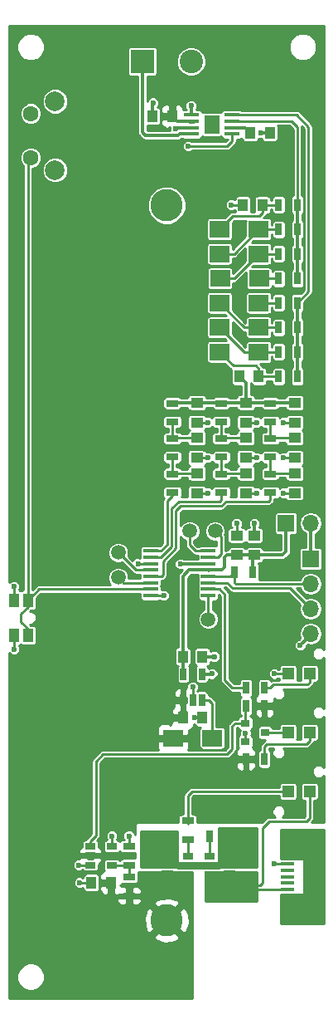
<source format=gbr>
G04 #@! TF.FileFunction,Copper,L1,Top,Signal*
%FSLAX46Y46*%
G04 Gerber Fmt 4.6, Leading zero omitted, Abs format (unit mm)*
G04 Created by KiCad (PCBNEW 4.0.7) date 02/23/18 16:34:00*
%MOMM*%
%LPD*%
G01*
G04 APERTURE LIST*
%ADD10C,0.100000*%
%ADD11C,2.000000*%
%ADD12C,1.600000*%
%ADD13R,2.400000X2.400000*%
%ADD14C,2.400000*%
%ADD15R,1.500000X0.450000*%
%ADD16C,3.300000*%
%ADD17R,1.200000X1.200000*%
%ADD18C,0.400000*%
%ADD19R,1.050000X1.400000*%
%ADD20R,1.600000X0.400000*%
%ADD21R,1.570000X1.890000*%
%ADD22C,0.600000*%
%ADD23R,1.350000X0.400000*%
%ADD24R,1.600000X2.100000*%
%ADD25R,1.900000X1.800000*%
%ADD26R,1.900000X1.900000*%
%ADD27R,1.250000X1.000000*%
%ADD28R,1.000000X1.250000*%
%ADD29R,1.700000X1.700000*%
%ADD30O,1.700000X1.700000*%
%ADD31R,0.900000X0.800000*%
%ADD32R,1.300000X0.700000*%
%ADD33R,0.700000X1.300000*%
%ADD34R,1.060000X0.650000*%
%ADD35R,0.650000X1.220000*%
%ADD36R,2.000000X1.700000*%
%ADD37C,1.500000*%
%ADD38C,0.350000*%
%ADD39C,0.250000*%
%ADD40C,0.254000*%
G04 APERTURE END LIST*
D10*
D11*
X216290000Y-68745000D03*
D12*
X213800000Y-74500000D03*
X213800000Y-70000000D03*
D11*
X216290000Y-75755000D03*
D13*
X225200000Y-64700000D03*
D14*
X230200000Y-64700000D03*
D15*
X231950000Y-119125000D03*
X231950000Y-118475000D03*
X231950000Y-117825000D03*
X231950000Y-117175000D03*
X231950000Y-116525000D03*
X231950000Y-115875000D03*
X231950000Y-115225000D03*
X231950000Y-114575000D03*
X226050000Y-114575000D03*
X226050000Y-115225000D03*
X226050000Y-115875000D03*
X226050000Y-116525000D03*
X226050000Y-117175000D03*
X226050000Y-117825000D03*
X226050000Y-118475000D03*
X226050000Y-119125000D03*
D16*
X227700000Y-152250000D03*
X227700000Y-79350000D03*
D17*
X242300000Y-139100000D03*
X240100000Y-139100000D03*
D18*
X232700000Y-71650000D03*
X231900000Y-71650000D03*
X232700000Y-70550000D03*
D19*
X213525000Y-119600000D03*
X213525000Y-123200000D03*
X212075000Y-119600000D03*
X212075000Y-123200000D03*
D20*
X234400000Y-72075000D03*
X234400000Y-71425000D03*
X234400000Y-70775000D03*
X234400000Y-70125000D03*
X230200000Y-70125000D03*
X230200000Y-70775000D03*
X230200000Y-71425000D03*
X230200000Y-72075000D03*
D21*
X232300000Y-71100000D03*
D22*
X226550000Y-145600000D03*
X225450000Y-145600000D03*
X226550000Y-144300000D03*
X235400000Y-145850000D03*
X236450000Y-145850000D03*
X235400000Y-144800000D03*
X236450000Y-144800000D03*
X235400000Y-143750000D03*
D23*
X240075000Y-149100000D03*
X240075000Y-148450000D03*
X240075000Y-147800000D03*
X240075000Y-147150000D03*
X240075000Y-146500000D03*
D24*
X240200000Y-150900000D03*
X240200000Y-144700000D03*
D25*
X242750000Y-151600000D03*
X242750000Y-144000000D03*
D26*
X242750000Y-149000000D03*
X242750000Y-146600000D03*
D22*
X226275000Y-149733334D03*
X227650000Y-149733334D03*
X229025000Y-149733334D03*
X226275000Y-148666667D03*
X227650000Y-148666667D03*
X232875000Y-149733334D03*
X234250000Y-149733334D03*
X235625000Y-149733334D03*
X232875000Y-148666667D03*
X234250000Y-148666667D03*
D27*
X234150000Y-147650000D03*
X234150000Y-145650000D03*
D28*
X222000000Y-148400000D03*
X220000000Y-148400000D03*
X229350000Y-131600000D03*
X231350000Y-131600000D03*
D27*
X227750000Y-147650000D03*
X227750000Y-145650000D03*
X236650000Y-115000000D03*
X236650000Y-113000000D03*
X234850000Y-115000000D03*
X234850000Y-113000000D03*
D28*
X229350000Y-125350000D03*
X231350000Y-125350000D03*
D27*
X240775000Y-106675000D03*
X240775000Y-108675000D03*
X235775000Y-106675000D03*
X235775000Y-108675000D03*
X230775000Y-106675000D03*
X230775000Y-108675000D03*
X240775000Y-103075000D03*
X240775000Y-105075000D03*
X235775000Y-103075000D03*
X235775000Y-105075000D03*
X230775000Y-103075000D03*
X230775000Y-105075000D03*
X240775000Y-99475000D03*
X240775000Y-101475000D03*
X235775000Y-99475000D03*
X235775000Y-101475000D03*
X230775000Y-99475000D03*
X230775000Y-101475000D03*
D28*
X235100000Y-96800000D03*
X237100000Y-96800000D03*
X237500000Y-79300000D03*
X235500000Y-79300000D03*
X236250000Y-71950000D03*
X238250000Y-71950000D03*
X228250000Y-70250000D03*
X226250000Y-70250000D03*
D29*
X242400000Y-115400000D03*
D30*
X242400000Y-117940000D03*
X242400000Y-120480000D03*
X242400000Y-123020000D03*
D31*
X235750000Y-132150000D03*
X235750000Y-134050000D03*
X237750000Y-133100000D03*
D32*
X223850000Y-149750000D03*
X223850000Y-147850000D03*
X223850000Y-146600000D03*
X223850000Y-144700000D03*
X229850000Y-142100000D03*
X229850000Y-144000000D03*
D33*
X237700000Y-130400000D03*
X235800000Y-130400000D03*
X235800000Y-135800000D03*
X237700000Y-135800000D03*
X232100000Y-143650000D03*
X234000000Y-143650000D03*
X236500000Y-116750000D03*
X234600000Y-116750000D03*
D32*
X238275000Y-106725000D03*
X238275000Y-108625000D03*
X233275000Y-106725000D03*
X233275000Y-108625000D03*
X228275000Y-106725000D03*
X228275000Y-108625000D03*
X238275000Y-103125000D03*
X238275000Y-105025000D03*
X233275000Y-103125000D03*
X233275000Y-105025000D03*
X228275000Y-103125000D03*
X228275000Y-105025000D03*
D33*
X237700000Y-128550000D03*
X235800000Y-128550000D03*
D32*
X238275000Y-99525000D03*
X238275000Y-101425000D03*
X233275000Y-99525000D03*
X233275000Y-101425000D03*
X228275000Y-99525000D03*
X228275000Y-101425000D03*
D33*
X241050000Y-89300000D03*
X239150000Y-89300000D03*
X241050000Y-91800000D03*
X239150000Y-91800000D03*
X241050000Y-94300000D03*
X239150000Y-94300000D03*
X241050000Y-96800000D03*
X239150000Y-96800000D03*
X241050000Y-79300000D03*
X239150000Y-79300000D03*
X241050000Y-81800000D03*
X239150000Y-81800000D03*
X241050000Y-84300000D03*
X239150000Y-84300000D03*
X241050000Y-86800000D03*
X239150000Y-86800000D03*
D34*
X219900000Y-144700000D03*
X219900000Y-145650000D03*
X219900000Y-146600000D03*
X222100000Y-146600000D03*
X222100000Y-144700000D03*
X229850000Y-145700000D03*
X229850000Y-146650000D03*
X229850000Y-147600000D03*
X232050000Y-147600000D03*
X232050000Y-145700000D03*
D35*
X229400000Y-129760000D03*
X230350000Y-129760000D03*
X231300000Y-129760000D03*
X231300000Y-127140000D03*
X229400000Y-127140000D03*
D36*
X232350000Y-133650000D03*
X228350000Y-133650000D03*
X237100000Y-94300000D03*
X233100000Y-94300000D03*
X237100000Y-91800000D03*
X233100000Y-91800000D03*
X237100000Y-89300000D03*
X233100000Y-89300000D03*
X233150000Y-86800000D03*
X237150000Y-86800000D03*
X233100000Y-84300000D03*
X237100000Y-84300000D03*
X233100000Y-81800000D03*
X237100000Y-81800000D03*
D37*
X231950000Y-121550000D03*
X222750000Y-117300000D03*
X222750000Y-114750000D03*
X230050000Y-112550000D03*
X232650000Y-112550000D03*
D22*
X235625000Y-148666667D03*
X229025000Y-148666667D03*
X236450000Y-143750000D03*
X225450000Y-144300000D03*
D18*
X232300000Y-71100000D03*
X231900000Y-70550000D03*
D17*
X242300000Y-133100000D03*
X240100000Y-133100000D03*
X242300000Y-127100000D03*
X240100000Y-127100000D03*
D29*
X239900000Y-111750000D03*
D30*
X242440000Y-111750000D03*
D22*
X212100000Y-124600000D03*
X212100000Y-118200000D03*
X229100000Y-115900000D03*
X230350000Y-128450000D03*
X230525000Y-131600000D03*
X234850000Y-111800000D03*
X234300000Y-79300000D03*
X239650000Y-108675000D03*
X239650000Y-105075000D03*
X239650000Y-101475000D03*
X236900000Y-108675000D03*
X236900000Y-105075000D03*
X236900000Y-101475000D03*
X231900000Y-108675000D03*
X231900000Y-105075000D03*
X231900000Y-101475000D03*
X241350000Y-124200000D03*
X232350000Y-127100000D03*
X232550000Y-125350000D03*
X236650000Y-111800000D03*
X226300000Y-68900000D03*
X237300000Y-71950000D03*
X228650000Y-71500000D03*
X238700000Y-127100000D03*
X235750000Y-133150000D03*
X222100000Y-143650000D03*
X223850000Y-143650000D03*
X218800000Y-148400000D03*
X238700000Y-146500000D03*
X230200000Y-69200000D03*
X224775000Y-115875000D03*
X218700000Y-146600000D03*
X229900000Y-73325000D03*
X227400000Y-119125000D03*
D38*
X229350000Y-129810000D02*
X229400000Y-129760000D01*
X230200000Y-70775000D02*
X228775000Y-70775000D01*
X228775000Y-70775000D02*
X228250000Y-70250000D01*
X230175000Y-70800000D02*
X230200000Y-70775000D01*
D39*
X226258334Y-149750000D02*
X226275000Y-149733334D01*
X227700000Y-147700000D02*
X227750000Y-147650000D01*
X212075000Y-123200000D02*
X212075000Y-124575000D01*
X212075000Y-124575000D02*
X212100000Y-124600000D01*
X212075000Y-119600000D02*
X212075000Y-118225000D01*
X212075000Y-118225000D02*
X212100000Y-118200000D01*
D38*
X231950000Y-115875000D02*
X229125000Y-115875000D01*
X229125000Y-115875000D02*
X229100000Y-115900000D01*
D39*
X230350000Y-129760000D02*
X230350000Y-128450000D01*
X231350000Y-131600000D02*
X230525000Y-131600000D01*
X234850000Y-113000000D02*
X234850000Y-111800000D01*
X235500000Y-79300000D02*
X234300000Y-79300000D01*
X240775000Y-108675000D02*
X239650000Y-108675000D01*
X240775000Y-105075000D02*
X239650000Y-105075000D01*
X240775000Y-101475000D02*
X239650000Y-101475000D01*
X235775000Y-108675000D02*
X236900000Y-108675000D01*
X235775000Y-105075000D02*
X236900000Y-105075000D01*
X235775000Y-101475000D02*
X236900000Y-101475000D01*
X230775000Y-108675000D02*
X231900000Y-108675000D01*
X230775000Y-105075000D02*
X231900000Y-105075000D01*
X230775000Y-101475000D02*
X231900000Y-101475000D01*
D38*
X242400000Y-123020000D02*
X242400000Y-123150000D01*
X242400000Y-123150000D02*
X241350000Y-124200000D01*
X231300000Y-127140000D02*
X232310000Y-127140000D01*
X232310000Y-127140000D02*
X232350000Y-127100000D01*
X231350000Y-125350000D02*
X232550000Y-125350000D01*
X234850000Y-113050000D02*
X234900000Y-113000000D01*
X236650000Y-113000000D02*
X236650000Y-111800000D01*
X226250000Y-70250000D02*
X226250000Y-68950000D01*
X226250000Y-68950000D02*
X226300000Y-68900000D01*
X238250000Y-71950000D02*
X237300000Y-71950000D01*
X230200000Y-71425000D02*
X228725000Y-71425000D01*
X228725000Y-71425000D02*
X228650000Y-71500000D01*
D39*
X240100000Y-127100000D02*
X238700000Y-127100000D01*
X235750000Y-134050000D02*
X235750000Y-133150000D01*
X222100000Y-144700000D02*
X222100000Y-143650000D01*
X223850000Y-144700000D02*
X223850000Y-143650000D01*
X220000000Y-148400000D02*
X218800000Y-148400000D01*
X240075000Y-146500000D02*
X238700000Y-146500000D01*
X242300000Y-139100000D02*
X242300000Y-141800000D01*
X237233333Y-148666667D02*
X235625000Y-148666667D01*
X237500000Y-148400000D02*
X237233333Y-148666667D01*
X237500000Y-142850000D02*
X237500000Y-148400000D01*
X238200000Y-142150000D02*
X237500000Y-142850000D01*
X241950000Y-142150000D02*
X238200000Y-142150000D01*
X242300000Y-141800000D02*
X241950000Y-142150000D01*
X240075000Y-149100000D02*
X236258334Y-149100000D01*
X236258334Y-149100000D02*
X235625000Y-149733334D01*
X235658334Y-149700000D02*
X235625000Y-149733334D01*
D38*
X236650000Y-115000000D02*
X239550000Y-115000000D01*
X239900000Y-114650000D02*
X239900000Y-111750000D01*
X239550000Y-115000000D02*
X239900000Y-114650000D01*
X231950000Y-116525000D02*
X233325000Y-116525000D01*
X233850000Y-115000000D02*
X234900000Y-115000000D01*
X233650000Y-115200000D02*
X233850000Y-115000000D01*
X233650000Y-116250000D02*
X233650000Y-115200000D01*
X233325000Y-116525000D02*
X233650000Y-116250000D01*
X231950000Y-116525000D02*
X229975000Y-116525000D01*
X229350000Y-117150000D02*
X229350000Y-125350000D01*
X229975000Y-116525000D02*
X229350000Y-117150000D01*
X231975000Y-116550000D02*
X231950000Y-116525000D01*
X236500000Y-116750000D02*
X236500000Y-115150000D01*
X236500000Y-115150000D02*
X236650000Y-115000000D01*
X234900000Y-115000000D02*
X236650000Y-115000000D01*
X229400000Y-127140000D02*
X229400000Y-125400000D01*
X229400000Y-125400000D02*
X229350000Y-125350000D01*
X229400000Y-125300000D02*
X229350000Y-125250000D01*
D39*
X240775000Y-106675000D02*
X238325000Y-106675000D01*
X238325000Y-106675000D02*
X238275000Y-106725000D01*
X238275000Y-106725000D02*
X238275000Y-105025000D01*
X235775000Y-106675000D02*
X233325000Y-106675000D01*
X233325000Y-106675000D02*
X233275000Y-106725000D01*
X233275000Y-106725000D02*
X233275000Y-105025000D01*
X228275000Y-106725000D02*
X228275000Y-105025000D01*
X230775000Y-106675000D02*
X228325000Y-106675000D01*
X228325000Y-106675000D02*
X228275000Y-106725000D01*
X240775000Y-103075000D02*
X238325000Y-103075000D01*
X238325000Y-103075000D02*
X238275000Y-103125000D01*
X238275000Y-103125000D02*
X238275000Y-101425000D01*
X235775000Y-103075000D02*
X233325000Y-103075000D01*
X233325000Y-103075000D02*
X233275000Y-103125000D01*
X233275000Y-103125000D02*
X233275000Y-101425000D01*
X230775000Y-103075000D02*
X228325000Y-103075000D01*
X228325000Y-103075000D02*
X228275000Y-103125000D01*
X228275000Y-103125000D02*
X228275000Y-101425000D01*
D38*
X235775000Y-99475000D02*
X238225000Y-99475000D01*
X238225000Y-99475000D02*
X238275000Y-99525000D01*
X230775000Y-99475000D02*
X233225000Y-99475000D01*
X233225000Y-99475000D02*
X233275000Y-99525000D01*
D39*
X233225000Y-99475000D02*
X233275000Y-99525000D01*
D38*
X235775000Y-99475000D02*
X235775000Y-97475000D01*
X235775000Y-97475000D02*
X235100000Y-96800000D01*
X240775000Y-99475000D02*
X238325000Y-99475000D01*
X238325000Y-99475000D02*
X238275000Y-99525000D01*
X240825000Y-99525000D02*
X240775000Y-99475000D01*
X235775000Y-99475000D02*
X233325000Y-99475000D01*
X233325000Y-99475000D02*
X233275000Y-99525000D01*
X235825000Y-99525000D02*
X235775000Y-99475000D01*
X230775000Y-99475000D02*
X228325000Y-99475000D01*
X228325000Y-99475000D02*
X228275000Y-99525000D01*
D39*
X237100000Y-96800000D02*
X237100000Y-96000000D01*
X234500000Y-95700000D02*
X233100000Y-94300000D01*
X236800000Y-95700000D02*
X234500000Y-95700000D01*
X237100000Y-96000000D02*
X236800000Y-95700000D01*
X237100000Y-96800000D02*
X239150000Y-96800000D01*
X237500000Y-79300000D02*
X237500000Y-80100000D01*
X234450000Y-80450000D02*
X233100000Y-81800000D01*
X237150000Y-80450000D02*
X234450000Y-80450000D01*
X237500000Y-80100000D02*
X237150000Y-80450000D01*
X237500000Y-79300000D02*
X239150000Y-79300000D01*
D38*
X234400000Y-71425000D02*
X235725000Y-71425000D01*
X235725000Y-71425000D02*
X236250000Y-71950000D01*
D39*
X229850000Y-142400000D02*
X229850000Y-139550000D01*
X230300000Y-139100000D02*
X240400000Y-139100000D01*
X229850000Y-139550000D02*
X230300000Y-139100000D01*
X237700000Y-135800000D02*
X237700000Y-134500000D01*
X242300000Y-133950000D02*
X242300000Y-133100000D01*
X242000000Y-134250000D02*
X242300000Y-133950000D01*
X237950000Y-134250000D02*
X242000000Y-134250000D01*
X237700000Y-134500000D02*
X237950000Y-134250000D01*
X237750000Y-133100000D02*
X240100000Y-133100000D01*
X237700000Y-128550000D02*
X238250000Y-128550000D01*
X242300000Y-128000000D02*
X242300000Y-127100000D01*
X242100000Y-128200000D02*
X242300000Y-128000000D01*
X238600000Y-128200000D02*
X242100000Y-128200000D01*
X238250000Y-128550000D02*
X238600000Y-128200000D01*
X242050000Y-150900000D02*
X242750000Y-151600000D01*
X240900000Y-151600000D02*
X240200000Y-150900000D01*
X242050000Y-144700000D02*
X242750000Y-144000000D01*
D38*
X242400000Y-115400000D02*
X242400000Y-111790000D01*
X242400000Y-111790000D02*
X242440000Y-111750000D01*
D39*
X242400000Y-117940000D02*
X234740000Y-117940000D01*
X234600000Y-117800000D02*
X234600000Y-116750000D01*
X234740000Y-117940000D02*
X234600000Y-117800000D01*
X231950000Y-117175000D02*
X234175000Y-117175000D01*
X234175000Y-117175000D02*
X234600000Y-116750000D01*
X231950000Y-117825000D02*
X233875000Y-117825000D01*
X240320000Y-118400000D02*
X242400000Y-120480000D01*
X234450000Y-118400000D02*
X240320000Y-118400000D01*
X233875000Y-117825000D02*
X234450000Y-118400000D01*
X232350000Y-133650000D02*
X232350000Y-130100000D01*
X232010000Y-129760000D02*
X231300000Y-129760000D01*
X232350000Y-130100000D02*
X232010000Y-129760000D01*
X237100000Y-94300000D02*
X235600000Y-94300000D01*
X235600000Y-94300000D02*
X233100000Y-91800000D01*
X237100000Y-94300000D02*
X239150000Y-94300000D01*
X237150000Y-86800000D02*
X239150000Y-86800000D01*
D38*
X230200000Y-72075000D02*
X229025000Y-72075000D01*
X225200000Y-71900000D02*
X225200000Y-64700000D01*
X225500000Y-72200000D02*
X225200000Y-71900000D01*
X228900000Y-72200000D02*
X225500000Y-72200000D01*
X229025000Y-72075000D02*
X228900000Y-72200000D01*
X230200000Y-70125000D02*
X230200000Y-69200000D01*
D39*
X235750000Y-132150000D02*
X234700000Y-132150000D01*
X219900000Y-144150000D02*
X219900000Y-144700000D01*
X220450000Y-143600000D02*
X219900000Y-144150000D01*
X220450000Y-136050000D02*
X220450000Y-143600000D01*
X221200000Y-135300000D02*
X220450000Y-136050000D01*
X233850000Y-135300000D02*
X221200000Y-135300000D01*
X234400000Y-134750000D02*
X233850000Y-135300000D01*
X234400000Y-132450000D02*
X234400000Y-134750000D01*
X234700000Y-132150000D02*
X234400000Y-132450000D01*
X235750000Y-132150000D02*
X235750000Y-130450000D01*
X235750000Y-130450000D02*
X235800000Y-130400000D01*
X223850000Y-146600000D02*
X222100000Y-146600000D01*
X223850000Y-147850000D02*
X223850000Y-146600000D01*
X229850000Y-145700000D02*
X229850000Y-144000000D01*
X232050000Y-145700000D02*
X232050000Y-143700000D01*
X232050000Y-143700000D02*
X232100000Y-143650000D01*
X226050000Y-117175000D02*
X227150000Y-117175000D01*
X238275000Y-109375000D02*
X238275000Y-108625000D01*
X238125000Y-109525000D02*
X238275000Y-109375000D01*
X233750000Y-109525000D02*
X238125000Y-109525000D01*
X233275000Y-110000000D02*
X233750000Y-109525000D01*
X229150002Y-110000000D02*
X233275000Y-110000000D01*
X228650004Y-110499998D02*
X229150002Y-110000000D01*
X228650004Y-114322792D02*
X228650004Y-110499998D01*
X227350000Y-115622796D02*
X228650004Y-114322792D01*
X227350000Y-116975000D02*
X227350000Y-115622796D01*
X227150000Y-117175000D02*
X227350000Y-116975000D01*
X226050000Y-115225000D02*
X227111398Y-115225000D01*
X233275000Y-109350000D02*
X233275000Y-108625000D01*
X233100000Y-109525000D02*
X233275000Y-109350000D01*
X228950000Y-109525000D02*
X233100000Y-109525000D01*
X228200002Y-110274998D02*
X228950000Y-109525000D01*
X228200002Y-114136396D02*
X228200002Y-110274998D01*
X227111398Y-115225000D02*
X228200002Y-114136396D01*
X228275000Y-108625000D02*
X228275000Y-108975000D01*
X228275000Y-108975000D02*
X227750000Y-109500000D01*
X225525000Y-114575000D02*
X227125000Y-114575000D01*
X227750000Y-113950000D02*
X227750000Y-109500000D01*
X227125000Y-114575000D02*
X227750000Y-113950000D01*
X231950000Y-118475000D02*
X233125000Y-118475000D01*
X234400000Y-128550000D02*
X235800000Y-128550000D01*
X233650000Y-127800000D02*
X234400000Y-128550000D01*
X233650000Y-119000000D02*
X233650000Y-127800000D01*
X233125000Y-118475000D02*
X233650000Y-119000000D01*
D38*
X241050000Y-96800000D02*
X241050000Y-94300000D01*
X241050000Y-94300000D02*
X241050000Y-91800000D01*
X241050000Y-91800000D02*
X241050000Y-89300000D01*
D39*
X234400000Y-70125000D02*
X240975000Y-70125000D01*
X242200000Y-88150000D02*
X241050000Y-89300000D01*
X242200000Y-71350000D02*
X242200000Y-88150000D01*
X240975000Y-70125000D02*
X242200000Y-71350000D01*
D38*
X241050000Y-86800000D02*
X241050000Y-84300000D01*
X241050000Y-84300000D02*
X241050000Y-81800000D01*
X241050000Y-81800000D02*
X241050000Y-79300000D01*
D39*
X241050000Y-79300000D02*
X241050000Y-71400000D01*
X240425000Y-70775000D02*
X234400000Y-70775000D01*
X241050000Y-71400000D02*
X240425000Y-70775000D01*
X213525000Y-76600000D02*
X213525000Y-74775000D01*
X213525000Y-74775000D02*
X213800000Y-74500000D01*
X213525000Y-118500000D02*
X213525000Y-76600000D01*
X213525000Y-74775000D02*
X213800000Y-74500000D01*
X213525000Y-119600000D02*
X213525000Y-118500000D01*
X213525000Y-123200000D02*
X213525000Y-122525000D01*
X213525000Y-122525000D02*
X212800000Y-121800000D01*
X212800000Y-121800000D02*
X212800000Y-121000000D01*
X212800000Y-121000000D02*
X213525000Y-120275000D01*
X213525000Y-120275000D02*
X213525000Y-119600000D01*
X226050000Y-118475000D02*
X214700000Y-118475000D01*
X214700000Y-118475000D02*
X214650000Y-118475000D01*
X214650000Y-118475000D02*
X213525000Y-119600000D01*
X231950000Y-121550000D02*
X231950000Y-119125000D01*
X226050000Y-117825000D02*
X223275000Y-117825000D01*
X223275000Y-117825000D02*
X222750000Y-117300000D01*
X226050000Y-116525000D02*
X224525000Y-116525000D01*
X224525000Y-116525000D02*
X222750000Y-114750000D01*
X231950000Y-114575000D02*
X230650000Y-114575000D01*
X230650000Y-114575000D02*
X230050000Y-113975000D01*
X230050000Y-113975000D02*
X230050000Y-112550000D01*
X231950000Y-115225000D02*
X232917890Y-115225000D01*
X232917890Y-115225000D02*
X233250000Y-114892890D01*
X233250000Y-114892890D02*
X233250000Y-113150000D01*
X233250000Y-113150000D02*
X232650000Y-112550000D01*
X224775000Y-115875000D02*
X226050000Y-115875000D01*
X219900000Y-146600000D02*
X218700000Y-146600000D01*
X226050000Y-119125000D02*
X227400000Y-119125000D01*
X234400000Y-72800000D02*
X234400000Y-72075000D01*
X229900000Y-73325000D02*
X229925000Y-73300000D01*
X229925000Y-73300000D02*
X233900000Y-73300000D01*
X233900000Y-73300000D02*
X234400000Y-72800000D01*
X237100000Y-91800000D02*
X235600000Y-91800000D01*
X235600000Y-91800000D02*
X233100000Y-89300000D01*
X237100000Y-91800000D02*
X239150000Y-91800000D01*
X237100000Y-89300000D02*
X239150000Y-89300000D01*
X233150000Y-86800000D02*
X234600000Y-86800000D01*
X234600000Y-86800000D02*
X237100000Y-84300000D01*
X237100000Y-84300000D02*
X239150000Y-84300000D01*
X233100000Y-84300000D02*
X234600000Y-84300000D01*
X234600000Y-84300000D02*
X237100000Y-81800000D01*
X237100000Y-81800000D02*
X239150000Y-81800000D01*
D40*
G36*
X236873000Y-146773000D02*
X233200000Y-146773000D01*
X233150590Y-146783006D01*
X233108965Y-146811447D01*
X233081685Y-146853841D01*
X233078080Y-146873000D01*
X228821532Y-146873000D01*
X228816994Y-146850590D01*
X228788553Y-146808965D01*
X228746159Y-146781685D01*
X228700000Y-146773000D01*
X225027000Y-146773000D01*
X225027000Y-143127000D01*
X228773000Y-143127000D01*
X228773000Y-146300000D01*
X228783006Y-146349410D01*
X228811447Y-146391035D01*
X228853841Y-146418315D01*
X228900000Y-146427000D01*
X232900000Y-146427000D01*
X232949410Y-146416994D01*
X232991035Y-146388553D01*
X233018315Y-146346159D01*
X233027000Y-146300000D01*
X233027000Y-142827000D01*
X236873000Y-142827000D01*
X236873000Y-146773000D01*
X236873000Y-146773000D01*
G37*
X236873000Y-146773000D02*
X233200000Y-146773000D01*
X233150590Y-146783006D01*
X233108965Y-146811447D01*
X233081685Y-146853841D01*
X233078080Y-146873000D01*
X228821532Y-146873000D01*
X228816994Y-146850590D01*
X228788553Y-146808965D01*
X228746159Y-146781685D01*
X228700000Y-146773000D01*
X225027000Y-146773000D01*
X225027000Y-143127000D01*
X228773000Y-143127000D01*
X228773000Y-146300000D01*
X228783006Y-146349410D01*
X228811447Y-146391035D01*
X228853841Y-146418315D01*
X228900000Y-146427000D01*
X232900000Y-146427000D01*
X232949410Y-146416994D01*
X232991035Y-146388553D01*
X233018315Y-146346159D01*
X233027000Y-146300000D01*
X233027000Y-142827000D01*
X236873000Y-142827000D01*
X236873000Y-146773000D01*
G36*
X243798000Y-124640698D02*
X243633990Y-124476402D01*
X243385254Y-124373118D01*
X243115927Y-124372883D01*
X242867011Y-124475733D01*
X242676402Y-124666010D01*
X242573118Y-124914746D01*
X242572883Y-125184073D01*
X242675733Y-125432989D01*
X242866010Y-125623598D01*
X243114746Y-125726882D01*
X243384073Y-125727117D01*
X243632989Y-125624267D01*
X243798000Y-125459543D01*
X243798000Y-130640698D01*
X243633990Y-130476402D01*
X243385254Y-130373118D01*
X243115927Y-130372883D01*
X242867011Y-130475733D01*
X242676402Y-130666010D01*
X242573118Y-130914746D01*
X242572883Y-131184073D01*
X242675733Y-131432989D01*
X242866010Y-131623598D01*
X243114746Y-131726882D01*
X243384073Y-131727117D01*
X243632989Y-131624267D01*
X243798000Y-131459543D01*
X243798000Y-136640698D01*
X243633990Y-136476402D01*
X243385254Y-136373118D01*
X243115927Y-136372883D01*
X242867011Y-136475733D01*
X242676402Y-136666010D01*
X242573118Y-136914746D01*
X242572883Y-137184073D01*
X242675733Y-137432989D01*
X242866010Y-137623598D01*
X243114746Y-137726882D01*
X243384073Y-137727117D01*
X243632989Y-137624267D01*
X243798000Y-137459543D01*
X243798000Y-142273000D01*
X242466224Y-142273000D01*
X242619612Y-142119612D01*
X242717594Y-141972973D01*
X242752000Y-141800000D01*
X242752000Y-140033406D01*
X242900000Y-140033406D01*
X243021179Y-140010605D01*
X243132474Y-139938988D01*
X243207138Y-139829714D01*
X243233406Y-139700000D01*
X243233406Y-138500000D01*
X243210605Y-138378821D01*
X243138988Y-138267526D01*
X243029714Y-138192862D01*
X242900000Y-138166594D01*
X241700000Y-138166594D01*
X241578821Y-138189395D01*
X241467526Y-138261012D01*
X241392862Y-138370286D01*
X241366594Y-138500000D01*
X241366594Y-139700000D01*
X241389395Y-139821179D01*
X241461012Y-139932474D01*
X241570286Y-140007138D01*
X241700000Y-140033406D01*
X241848000Y-140033406D01*
X241848000Y-141612776D01*
X241762776Y-141698000D01*
X239559302Y-141698000D01*
X239723598Y-141533990D01*
X239826882Y-141285254D01*
X239827117Y-141015927D01*
X239724267Y-140767011D01*
X239533990Y-140576402D01*
X239285254Y-140473118D01*
X239015927Y-140472883D01*
X238767011Y-140575733D01*
X238576402Y-140766010D01*
X238473118Y-141014746D01*
X238472883Y-141284073D01*
X238575733Y-141532989D01*
X238740457Y-141698000D01*
X238200000Y-141698000D01*
X238067945Y-141724267D01*
X238027026Y-141732406D01*
X237880387Y-141830388D01*
X237437776Y-142273000D01*
X230833406Y-142273000D01*
X230833406Y-141750000D01*
X230810605Y-141628821D01*
X230738988Y-141517526D01*
X230629714Y-141442862D01*
X230500000Y-141416594D01*
X230302000Y-141416594D01*
X230302000Y-139737224D01*
X230487224Y-139552000D01*
X239166594Y-139552000D01*
X239166594Y-139700000D01*
X239189395Y-139821179D01*
X239261012Y-139932474D01*
X239370286Y-140007138D01*
X239500000Y-140033406D01*
X240700000Y-140033406D01*
X240821179Y-140010605D01*
X240932474Y-139938988D01*
X241007138Y-139829714D01*
X241033406Y-139700000D01*
X241033406Y-138500000D01*
X241010605Y-138378821D01*
X240938988Y-138267526D01*
X240829714Y-138192862D01*
X240700000Y-138166594D01*
X239500000Y-138166594D01*
X239378821Y-138189395D01*
X239267526Y-138261012D01*
X239192862Y-138370286D01*
X239166594Y-138500000D01*
X239166594Y-138648000D01*
X230300000Y-138648000D01*
X230127027Y-138682406D01*
X229980388Y-138780388D01*
X229530388Y-139230388D01*
X229432406Y-139377027D01*
X229398000Y-139550000D01*
X229398000Y-141416594D01*
X229200000Y-141416594D01*
X229078821Y-141439395D01*
X228967526Y-141511012D01*
X228892862Y-141620286D01*
X228866594Y-141750000D01*
X228866594Y-142273000D01*
X224600000Y-142273000D01*
X224550590Y-142283006D01*
X224508965Y-142311447D01*
X224481685Y-142353841D01*
X224473000Y-142400000D01*
X224473000Y-143515884D01*
X224381855Y-143295297D01*
X224205631Y-143118765D01*
X223975265Y-143023109D01*
X223725829Y-143022891D01*
X223495297Y-143118145D01*
X223318765Y-143294369D01*
X223223109Y-143524735D01*
X223222891Y-143774171D01*
X223318145Y-144004703D01*
X223330015Y-144016594D01*
X223200000Y-144016594D01*
X223078821Y-144039395D01*
X222967526Y-144111012D01*
X222906336Y-144200566D01*
X222868988Y-144142526D01*
X222759714Y-144067862D01*
X222630000Y-144041594D01*
X222595209Y-144041594D01*
X222631235Y-144005631D01*
X222726891Y-143775265D01*
X222727109Y-143525829D01*
X222631855Y-143295297D01*
X222455631Y-143118765D01*
X222225265Y-143023109D01*
X221975829Y-143022891D01*
X221745297Y-143118145D01*
X221568765Y-143294369D01*
X221473109Y-143524735D01*
X221472891Y-143774171D01*
X221568145Y-144004703D01*
X221604972Y-144041594D01*
X221570000Y-144041594D01*
X221448821Y-144064395D01*
X221337526Y-144136012D01*
X221262862Y-144245286D01*
X221236594Y-144375000D01*
X221236594Y-145025000D01*
X221259395Y-145146179D01*
X221331012Y-145257474D01*
X221440286Y-145332138D01*
X221570000Y-145358406D01*
X222630000Y-145358406D01*
X222751179Y-145335605D01*
X222862474Y-145263988D01*
X222907094Y-145198684D01*
X222961012Y-145282474D01*
X223070286Y-145357138D01*
X223200000Y-145383406D01*
X224473000Y-145383406D01*
X224473000Y-145916594D01*
X223200000Y-145916594D01*
X223078821Y-145939395D01*
X222967526Y-146011012D01*
X222906336Y-146100566D01*
X222868988Y-146042526D01*
X222759714Y-145967862D01*
X222630000Y-145941594D01*
X221570000Y-145941594D01*
X221448821Y-145964395D01*
X221337526Y-146036012D01*
X221262862Y-146145286D01*
X221236594Y-146275000D01*
X221236594Y-146925000D01*
X221259395Y-147046179D01*
X221331012Y-147157474D01*
X221331198Y-147157601D01*
X221140302Y-147236673D01*
X220961673Y-147415301D01*
X220865000Y-147648690D01*
X220865000Y-147987250D01*
X221023750Y-148146000D01*
X221750000Y-148146000D01*
X221750000Y-148126000D01*
X222250000Y-148126000D01*
X222250000Y-148146000D01*
X222274000Y-148146000D01*
X222274000Y-148654000D01*
X222250000Y-148654000D01*
X222250000Y-149501250D01*
X222408750Y-149660000D01*
X222626309Y-149660000D01*
X222831517Y-149575000D01*
X223596000Y-149575000D01*
X223596000Y-148923750D01*
X224104000Y-148923750D01*
X224104000Y-149575000D01*
X224976250Y-149575000D01*
X225135000Y-149416250D01*
X225135000Y-149273691D01*
X225038327Y-149040302D01*
X224859699Y-148861673D01*
X224626310Y-148765000D01*
X224262750Y-148765000D01*
X224104000Y-148923750D01*
X223596000Y-148923750D01*
X223437250Y-148765000D01*
X223087250Y-148765000D01*
X222976252Y-148654002D01*
X223135000Y-148654002D01*
X223135000Y-148520243D01*
X223200000Y-148533406D01*
X224500000Y-148533406D01*
X224621179Y-148510605D01*
X224732474Y-148438988D01*
X224807138Y-148329714D01*
X224833406Y-148200000D01*
X224833406Y-147500000D01*
X224810605Y-147378821D01*
X224777259Y-147327000D01*
X230273000Y-147327000D01*
X230273000Y-160198000D01*
X211602000Y-160198000D01*
X211602000Y-158282603D01*
X212372752Y-158282603D01*
X212589543Y-158807275D01*
X212990614Y-159209047D01*
X213514907Y-159426752D01*
X214082603Y-159427248D01*
X214607275Y-159210457D01*
X215009047Y-158809386D01*
X215226752Y-158285093D01*
X215227248Y-157717397D01*
X215010457Y-157192725D01*
X214609386Y-156790953D01*
X214085093Y-156573248D01*
X213517397Y-156572752D01*
X212992725Y-156789543D01*
X212590953Y-157190614D01*
X212373248Y-157714907D01*
X212372752Y-158282603D01*
X211602000Y-158282603D01*
X211602000Y-153954202D01*
X226355008Y-153954202D01*
X226544251Y-154272883D01*
X227406351Y-154561186D01*
X228313156Y-154497632D01*
X228855749Y-154272883D01*
X229044992Y-153954202D01*
X227700000Y-152609210D01*
X226355008Y-153954202D01*
X211602000Y-153954202D01*
X211602000Y-151956351D01*
X225388814Y-151956351D01*
X225452368Y-152863156D01*
X225677117Y-153405749D01*
X225995798Y-153594992D01*
X227340790Y-152250000D01*
X228059210Y-152250000D01*
X229404202Y-153594992D01*
X229722883Y-153405749D01*
X230011186Y-152543649D01*
X229947632Y-151636844D01*
X229722883Y-151094251D01*
X229404202Y-150905008D01*
X228059210Y-152250000D01*
X227340790Y-152250000D01*
X225995798Y-150905008D01*
X225677117Y-151094251D01*
X225388814Y-151956351D01*
X211602000Y-151956351D01*
X211602000Y-150083750D01*
X222565000Y-150083750D01*
X222565000Y-150226309D01*
X222661673Y-150459698D01*
X222840301Y-150638327D01*
X223073690Y-150735000D01*
X223437250Y-150735000D01*
X223596000Y-150576250D01*
X223596000Y-149925000D01*
X224104000Y-149925000D01*
X224104000Y-150576250D01*
X224262750Y-150735000D01*
X224626310Y-150735000D01*
X224859699Y-150638327D01*
X224952227Y-150545798D01*
X226355008Y-150545798D01*
X227700000Y-151890790D01*
X229044992Y-150545798D01*
X228855749Y-150227117D01*
X227993649Y-149938814D01*
X227086844Y-150002368D01*
X226544251Y-150227117D01*
X226355008Y-150545798D01*
X224952227Y-150545798D01*
X225038327Y-150459698D01*
X225135000Y-150226309D01*
X225135000Y-150083750D01*
X224976250Y-149925000D01*
X224104000Y-149925000D01*
X223596000Y-149925000D01*
X222723750Y-149925000D01*
X222565000Y-150083750D01*
X211602000Y-150083750D01*
X211602000Y-148524171D01*
X218172891Y-148524171D01*
X218268145Y-148754703D01*
X218444369Y-148931235D01*
X218674735Y-149026891D01*
X218924171Y-149027109D01*
X219154703Y-148931855D01*
X219166594Y-148919985D01*
X219166594Y-149025000D01*
X219189395Y-149146179D01*
X219261012Y-149257474D01*
X219370286Y-149332138D01*
X219500000Y-149358406D01*
X220500000Y-149358406D01*
X220621179Y-149335605D01*
X220732474Y-149263988D01*
X220807138Y-149154714D01*
X220833406Y-149025000D01*
X220833406Y-148812750D01*
X220865000Y-148812750D01*
X220865000Y-149151310D01*
X220961673Y-149384699D01*
X221140302Y-149563327D01*
X221373691Y-149660000D01*
X221591250Y-149660000D01*
X221750000Y-149501250D01*
X221750000Y-148654000D01*
X221023750Y-148654000D01*
X220865000Y-148812750D01*
X220833406Y-148812750D01*
X220833406Y-147775000D01*
X220810605Y-147653821D01*
X220738988Y-147542526D01*
X220629714Y-147467862D01*
X220500000Y-147441594D01*
X219500000Y-147441594D01*
X219378821Y-147464395D01*
X219267526Y-147536012D01*
X219192862Y-147645286D01*
X219166594Y-147775000D01*
X219166594Y-147879747D01*
X219155631Y-147868765D01*
X218925265Y-147773109D01*
X218675829Y-147772891D01*
X218445297Y-147868145D01*
X218268765Y-148044369D01*
X218173109Y-148274735D01*
X218172891Y-148524171D01*
X211602000Y-148524171D01*
X211602000Y-146724171D01*
X218072891Y-146724171D01*
X218168145Y-146954703D01*
X218344369Y-147131235D01*
X218574735Y-147226891D01*
X218824171Y-147227109D01*
X219054703Y-147131855D01*
X219091128Y-147095493D01*
X219131012Y-147157474D01*
X219240286Y-147232138D01*
X219370000Y-147258406D01*
X220430000Y-147258406D01*
X220551179Y-147235605D01*
X220662474Y-147163988D01*
X220737138Y-147054714D01*
X220763406Y-146925000D01*
X220763406Y-146524218D01*
X220789698Y-146513327D01*
X220968327Y-146334699D01*
X221065000Y-146101310D01*
X221065000Y-145971250D01*
X220906250Y-145812500D01*
X220154000Y-145812500D01*
X220154000Y-145924000D01*
X219646000Y-145924000D01*
X219646000Y-145812500D01*
X218893750Y-145812500D01*
X218735000Y-145971250D01*
X218735000Y-145973030D01*
X218575829Y-145972891D01*
X218345297Y-146068145D01*
X218168765Y-146244369D01*
X218073109Y-146474735D01*
X218072891Y-146724171D01*
X211602000Y-146724171D01*
X211602000Y-130848690D01*
X228215000Y-130848690D01*
X228215000Y-131187250D01*
X228373750Y-131346000D01*
X229100000Y-131346000D01*
X229100000Y-130983750D01*
X229237500Y-130846250D01*
X229237500Y-130014000D01*
X228598750Y-130014000D01*
X228440000Y-130172750D01*
X228440000Y-130486975D01*
X228311673Y-130615301D01*
X228215000Y-130848690D01*
X211602000Y-130848690D01*
X211602000Y-129023691D01*
X228440000Y-129023691D01*
X228440000Y-129347250D01*
X228598750Y-129506000D01*
X229237500Y-129506000D01*
X229237500Y-128673750D01*
X229078750Y-128515000D01*
X228948690Y-128515000D01*
X228715301Y-128611673D01*
X228536673Y-128790302D01*
X228440000Y-129023691D01*
X211602000Y-129023691D01*
X211602000Y-124988617D01*
X211744369Y-125131235D01*
X211974735Y-125226891D01*
X212224171Y-125227109D01*
X212454703Y-125131855D01*
X212631235Y-124955631D01*
X212726891Y-124725265D01*
X212727109Y-124475829D01*
X212631855Y-124245297D01*
X212616825Y-124230240D01*
X212721179Y-124210605D01*
X212800581Y-124159511D01*
X212870286Y-124207138D01*
X213000000Y-124233406D01*
X214050000Y-124233406D01*
X214171179Y-124210605D01*
X214282474Y-124138988D01*
X214357138Y-124029714D01*
X214383406Y-123900000D01*
X214383406Y-122500000D01*
X214360605Y-122378821D01*
X214288988Y-122267526D01*
X214179714Y-122192862D01*
X214050000Y-122166594D01*
X213805818Y-122166594D01*
X213726247Y-122087023D01*
X213836053Y-122087119D01*
X214088646Y-121982750D01*
X214282071Y-121789662D01*
X214386880Y-121537252D01*
X214387119Y-121263947D01*
X214282750Y-121011354D01*
X214089662Y-120817929D01*
X213837252Y-120713120D01*
X213726201Y-120713023D01*
X213805818Y-120633406D01*
X214050000Y-120633406D01*
X214171179Y-120610605D01*
X214282474Y-120538988D01*
X214357138Y-120429714D01*
X214383406Y-120300000D01*
X214383406Y-119380818D01*
X214837224Y-118927000D01*
X224966594Y-118927000D01*
X224966594Y-119350000D01*
X224989395Y-119471179D01*
X225061012Y-119582474D01*
X225170286Y-119657138D01*
X225300000Y-119683406D01*
X226800000Y-119683406D01*
X226921179Y-119660605D01*
X226998843Y-119610629D01*
X227044369Y-119656235D01*
X227274735Y-119751891D01*
X227524171Y-119752109D01*
X227754703Y-119656855D01*
X227931235Y-119480631D01*
X228026891Y-119250265D01*
X228027109Y-119000829D01*
X227931855Y-118770297D01*
X227755631Y-118593765D01*
X227525265Y-118498109D01*
X227275829Y-118497891D01*
X227133406Y-118556739D01*
X227133406Y-118250000D01*
X227113899Y-118146327D01*
X227133406Y-118050000D01*
X227133406Y-117627000D01*
X227150000Y-117627000D01*
X227322973Y-117592594D01*
X227469612Y-117494612D01*
X227669612Y-117294612D01*
X227767594Y-117147973D01*
X227802000Y-116975000D01*
X227802000Y-115810020D01*
X228969616Y-114642404D01*
X229067598Y-114495765D01*
X229080602Y-114430388D01*
X229102004Y-114322792D01*
X229102004Y-113075955D01*
X229136431Y-113159275D01*
X229439132Y-113462504D01*
X229598000Y-113528472D01*
X229598000Y-113975000D01*
X229632406Y-114147973D01*
X229730388Y-114294612D01*
X230330388Y-114894612D01*
X230477027Y-114992594D01*
X230650000Y-115027000D01*
X230866594Y-115027000D01*
X230866594Y-115373000D01*
X229459859Y-115373000D01*
X229455631Y-115368765D01*
X229225265Y-115273109D01*
X228975829Y-115272891D01*
X228745297Y-115368145D01*
X228568765Y-115544369D01*
X228473109Y-115774735D01*
X228472891Y-116024171D01*
X228568145Y-116254703D01*
X228744369Y-116431235D01*
X228974735Y-116526891D01*
X229224171Y-116527109D01*
X229290265Y-116499799D01*
X228995032Y-116795032D01*
X228886212Y-116957893D01*
X228847999Y-117150000D01*
X228848000Y-117150005D01*
X228848000Y-124391970D01*
X228728821Y-124414395D01*
X228617526Y-124486012D01*
X228542862Y-124595286D01*
X228516594Y-124725000D01*
X228516594Y-125975000D01*
X228539395Y-126096179D01*
X228611012Y-126207474D01*
X228720286Y-126282138D01*
X228832994Y-126304962D01*
X228767862Y-126400286D01*
X228741594Y-126530000D01*
X228741594Y-127750000D01*
X228764395Y-127871179D01*
X228836012Y-127982474D01*
X228945286Y-128057138D01*
X229075000Y-128083406D01*
X229725000Y-128083406D01*
X229846179Y-128060605D01*
X229864213Y-128049000D01*
X229818765Y-128094369D01*
X229723109Y-128324735D01*
X229722943Y-128515000D01*
X229721250Y-128515000D01*
X229562500Y-128673750D01*
X229562500Y-129506000D01*
X229674000Y-129506000D01*
X229674000Y-130014000D01*
X229562500Y-130014000D01*
X229562500Y-130846250D01*
X229600000Y-130883750D01*
X229600000Y-131346000D01*
X229624000Y-131346000D01*
X229624000Y-131854000D01*
X229600000Y-131854000D01*
X229600000Y-131874000D01*
X229100000Y-131874000D01*
X229100000Y-131854000D01*
X228373750Y-131854000D01*
X228215000Y-132012750D01*
X228215000Y-132165000D01*
X228095998Y-132165000D01*
X228095998Y-132323748D01*
X227937250Y-132165000D01*
X227223691Y-132165000D01*
X226990302Y-132261673D01*
X226811673Y-132440301D01*
X226715000Y-132673690D01*
X226715000Y-133237250D01*
X226873750Y-133396000D01*
X228096000Y-133396000D01*
X228096000Y-133376000D01*
X228604000Y-133376000D01*
X228604000Y-133396000D01*
X229826250Y-133396000D01*
X229985000Y-133237250D01*
X229985000Y-132856400D01*
X230209698Y-132763327D01*
X230388327Y-132584699D01*
X230485000Y-132351310D01*
X230485000Y-132226966D01*
X230516969Y-132226993D01*
X230539395Y-132346179D01*
X230611012Y-132457474D01*
X230720286Y-132532138D01*
X230850000Y-132558406D01*
X231121576Y-132558406D01*
X231117526Y-132561012D01*
X231042862Y-132670286D01*
X231016594Y-132800000D01*
X231016594Y-134500000D01*
X231039395Y-134621179D01*
X231111012Y-134732474D01*
X231220286Y-134807138D01*
X231350000Y-134833406D01*
X233350000Y-134833406D01*
X233471179Y-134810605D01*
X233582474Y-134738988D01*
X233657138Y-134629714D01*
X233683406Y-134500000D01*
X233683406Y-132800000D01*
X233660605Y-132678821D01*
X233588988Y-132567526D01*
X233479714Y-132492862D01*
X233350000Y-132466594D01*
X232802000Y-132466594D01*
X232802000Y-130100000D01*
X232767594Y-129927027D01*
X232700679Y-129826882D01*
X232669613Y-129780388D01*
X232329612Y-129440388D01*
X232182973Y-129342406D01*
X232010000Y-129308000D01*
X231958406Y-129308000D01*
X231958406Y-129150000D01*
X231935605Y-129028821D01*
X231863988Y-128917526D01*
X231754714Y-128842862D01*
X231625000Y-128816594D01*
X230975000Y-128816594D01*
X230853821Y-128839395D01*
X230835787Y-128851000D01*
X230881235Y-128805631D01*
X230976891Y-128575265D01*
X230977109Y-128325829D01*
X230881855Y-128095297D01*
X230840494Y-128053864D01*
X230845286Y-128057138D01*
X230975000Y-128083406D01*
X231625000Y-128083406D01*
X231746179Y-128060605D01*
X231857474Y-127988988D01*
X231932138Y-127879714D01*
X231958406Y-127750000D01*
X231958406Y-127642000D01*
X232020294Y-127642000D01*
X232224735Y-127726891D01*
X232474171Y-127727109D01*
X232704703Y-127631855D01*
X232881235Y-127455631D01*
X232976891Y-127225265D01*
X232977109Y-126975829D01*
X232881855Y-126745297D01*
X232705631Y-126568765D01*
X232475265Y-126473109D01*
X232225829Y-126472891D01*
X231995297Y-126568145D01*
X231958406Y-126604972D01*
X231958406Y-126530000D01*
X231935605Y-126408821D01*
X231868722Y-126304883D01*
X231971179Y-126285605D01*
X232082474Y-126213988D01*
X232157138Y-126104714D01*
X232183406Y-125975000D01*
X232183406Y-125870253D01*
X232194369Y-125881235D01*
X232424735Y-125976891D01*
X232674171Y-125977109D01*
X232904703Y-125881855D01*
X233081235Y-125705631D01*
X233176891Y-125475265D01*
X233177109Y-125225829D01*
X233081855Y-124995297D01*
X232905631Y-124818765D01*
X232675265Y-124723109D01*
X232425829Y-124722891D01*
X232195297Y-124818145D01*
X232183406Y-124830015D01*
X232183406Y-124725000D01*
X232160605Y-124603821D01*
X232088988Y-124492526D01*
X231979714Y-124417862D01*
X231850000Y-124391594D01*
X230850000Y-124391594D01*
X230728821Y-124414395D01*
X230617526Y-124486012D01*
X230542862Y-124595286D01*
X230516594Y-124725000D01*
X230516594Y-125975000D01*
X230539395Y-126096179D01*
X230611012Y-126207474D01*
X230720286Y-126282138D01*
X230747692Y-126287688D01*
X230742526Y-126291012D01*
X230667862Y-126400286D01*
X230641594Y-126530000D01*
X230641594Y-127750000D01*
X230664395Y-127871179D01*
X230691146Y-127912750D01*
X230475265Y-127823109D01*
X230225829Y-127822891D01*
X230010042Y-127912052D01*
X230032138Y-127879714D01*
X230058406Y-127750000D01*
X230058406Y-126530000D01*
X230035605Y-126408821D01*
X229963988Y-126297526D01*
X229951861Y-126289240D01*
X229971179Y-126285605D01*
X230082474Y-126213988D01*
X230157138Y-126104714D01*
X230183406Y-125975000D01*
X230183406Y-124725000D01*
X230160605Y-124603821D01*
X230088988Y-124492526D01*
X229979714Y-124417862D01*
X229852000Y-124391999D01*
X229852000Y-117357936D01*
X230182935Y-117027000D01*
X230866594Y-117027000D01*
X230866594Y-117400000D01*
X230886101Y-117503673D01*
X230866594Y-117600000D01*
X230866594Y-118050000D01*
X230886101Y-118153673D01*
X230866594Y-118250000D01*
X230866594Y-118700000D01*
X230886101Y-118803673D01*
X230866594Y-118900000D01*
X230866594Y-119350000D01*
X230889395Y-119471179D01*
X230961012Y-119582474D01*
X231070286Y-119657138D01*
X231200000Y-119683406D01*
X231498000Y-119683406D01*
X231498000Y-120571446D01*
X231340725Y-120636431D01*
X231037496Y-120939132D01*
X230873187Y-121334832D01*
X230872813Y-121763289D01*
X231036431Y-122159275D01*
X231339132Y-122462504D01*
X231734832Y-122626813D01*
X232163289Y-122627187D01*
X232559275Y-122463569D01*
X232862504Y-122160868D01*
X233026813Y-121765168D01*
X233027187Y-121336711D01*
X232863569Y-120940725D01*
X232560868Y-120637496D01*
X232402000Y-120571528D01*
X232402000Y-119683406D01*
X232700000Y-119683406D01*
X232821179Y-119660605D01*
X232932474Y-119588988D01*
X233007138Y-119479714D01*
X233033406Y-119350000D01*
X233033406Y-119022630D01*
X233198000Y-119187224D01*
X233198000Y-127800000D01*
X233232406Y-127972973D01*
X233330388Y-128119612D01*
X234080388Y-128869612D01*
X234227027Y-128967594D01*
X234400000Y-129002000D01*
X235116594Y-129002000D01*
X235116594Y-129200000D01*
X235139395Y-129321179D01*
X235211012Y-129432474D01*
X235273367Y-129475079D01*
X235217526Y-129511012D01*
X235142862Y-129620286D01*
X235116594Y-129750000D01*
X235116594Y-131050000D01*
X235139395Y-131171179D01*
X235211012Y-131282474D01*
X235298000Y-131341911D01*
X235298000Y-131416970D01*
X235178821Y-131439395D01*
X235067526Y-131511012D01*
X234992862Y-131620286D01*
X234977124Y-131698000D01*
X234700000Y-131698000D01*
X234527027Y-131732406D01*
X234380388Y-131830388D01*
X234080388Y-132130388D01*
X233982406Y-132277027D01*
X233948000Y-132450000D01*
X233948000Y-134562775D01*
X233662776Y-134848000D01*
X229893173Y-134848000D01*
X229985000Y-134626310D01*
X229985000Y-134062750D01*
X229826250Y-133904000D01*
X228604000Y-133904000D01*
X228604000Y-133924000D01*
X228096000Y-133924000D01*
X228096000Y-133904000D01*
X226873750Y-133904000D01*
X226715000Y-134062750D01*
X226715000Y-134626310D01*
X226806827Y-134848000D01*
X221200000Y-134848000D01*
X221027027Y-134882406D01*
X220880388Y-134980388D01*
X220130388Y-135730388D01*
X220032406Y-135877027D01*
X219998000Y-136050000D01*
X219998000Y-143412775D01*
X219580388Y-143830388D01*
X219482406Y-143977027D01*
X219469563Y-144041594D01*
X219370000Y-144041594D01*
X219248821Y-144064395D01*
X219137526Y-144136012D01*
X219062862Y-144245286D01*
X219036594Y-144375000D01*
X219036594Y-144775782D01*
X219010302Y-144786673D01*
X218831673Y-144965301D01*
X218735000Y-145198690D01*
X218735000Y-145328750D01*
X218893750Y-145487500D01*
X219646000Y-145487500D01*
X219646000Y-145376000D01*
X220154000Y-145376000D01*
X220154000Y-145487500D01*
X220906250Y-145487500D01*
X221065000Y-145328750D01*
X221065000Y-145198690D01*
X220968327Y-144965301D01*
X220789698Y-144786673D01*
X220763406Y-144775782D01*
X220763406Y-144375000D01*
X220740605Y-144253821D01*
X220668988Y-144142526D01*
X220596338Y-144092886D01*
X220769612Y-143919613D01*
X220867594Y-143772973D01*
X220882109Y-143700000D01*
X220902000Y-143600000D01*
X220902000Y-136237224D01*
X220926474Y-136212750D01*
X234815000Y-136212750D01*
X234815000Y-136576310D01*
X234911673Y-136809699D01*
X235090302Y-136988327D01*
X235323691Y-137085000D01*
X235466250Y-137085000D01*
X235625000Y-136926250D01*
X235625000Y-136054000D01*
X235975000Y-136054000D01*
X235975000Y-136926250D01*
X236133750Y-137085000D01*
X236276309Y-137085000D01*
X236509698Y-136988327D01*
X236688327Y-136809699D01*
X236785000Y-136576310D01*
X236785000Y-136212750D01*
X236626250Y-136054000D01*
X235975000Y-136054000D01*
X235625000Y-136054000D01*
X234973750Y-136054000D01*
X234815000Y-136212750D01*
X220926474Y-136212750D01*
X221387224Y-135752000D01*
X233850000Y-135752000D01*
X234022973Y-135717594D01*
X234169612Y-135619612D01*
X234719612Y-135069613D01*
X234817594Y-134922973D01*
X234825663Y-134882406D01*
X234852000Y-134750000D01*
X234852000Y-132637224D01*
X234887224Y-132602000D01*
X234976378Y-132602000D01*
X234989395Y-132671179D01*
X235061012Y-132782474D01*
X235170286Y-132857138D01*
X235190962Y-132861325D01*
X235123109Y-133024735D01*
X235122891Y-133274171D01*
X235155928Y-133354126D01*
X235067526Y-133411012D01*
X234992862Y-133520286D01*
X234966594Y-133650000D01*
X234966594Y-134450000D01*
X234989395Y-134571179D01*
X235044759Y-134657216D01*
X234911673Y-134790301D01*
X234815000Y-135023690D01*
X234815000Y-135387250D01*
X234973750Y-135546000D01*
X235625000Y-135546000D01*
X235625000Y-135526000D01*
X235975000Y-135526000D01*
X235975000Y-135546000D01*
X236626250Y-135546000D01*
X236785000Y-135387250D01*
X236785000Y-135023690D01*
X236688327Y-134790301D01*
X236509698Y-134611673D01*
X236490683Y-134603797D01*
X236507138Y-134579714D01*
X236533406Y-134450000D01*
X236533406Y-133650000D01*
X236510605Y-133528821D01*
X236438988Y-133417526D01*
X236344599Y-133353033D01*
X236376891Y-133275265D01*
X236377109Y-133025829D01*
X236309730Y-132862759D01*
X236321179Y-132860605D01*
X236432474Y-132788988D01*
X236493277Y-132700000D01*
X236966594Y-132700000D01*
X236966594Y-133500000D01*
X236989395Y-133621179D01*
X237061012Y-133732474D01*
X237170286Y-133807138D01*
X237300000Y-133833406D01*
X237775530Y-133833406D01*
X237630387Y-133930388D01*
X237380388Y-134180388D01*
X237282406Y-134327027D01*
X237248000Y-134500000D01*
X237248000Y-134835786D01*
X237228821Y-134839395D01*
X237117526Y-134911012D01*
X237042862Y-135020286D01*
X237016594Y-135150000D01*
X237016594Y-136450000D01*
X237039395Y-136571179D01*
X237111012Y-136682474D01*
X237220286Y-136757138D01*
X237350000Y-136783406D01*
X238050000Y-136783406D01*
X238171179Y-136760605D01*
X238282474Y-136688988D01*
X238357138Y-136579714D01*
X238383406Y-136450000D01*
X238383406Y-135150000D01*
X238360605Y-135028821D01*
X238288988Y-134917526D01*
X238179714Y-134842862D01*
X238152000Y-134837250D01*
X238152000Y-134702000D01*
X238640524Y-134702000D01*
X238576402Y-134766010D01*
X238473118Y-135014746D01*
X238472883Y-135284073D01*
X238575733Y-135532989D01*
X238766010Y-135723598D01*
X239014746Y-135826882D01*
X239284073Y-135827117D01*
X239532989Y-135724267D01*
X239723598Y-135533990D01*
X239826882Y-135285254D01*
X239827117Y-135015927D01*
X239724267Y-134767011D01*
X239659369Y-134702000D01*
X242000000Y-134702000D01*
X242172973Y-134667594D01*
X242319612Y-134569612D01*
X242619612Y-134269612D01*
X242717594Y-134122973D01*
X242735410Y-134033406D01*
X242900000Y-134033406D01*
X243021179Y-134010605D01*
X243132474Y-133938988D01*
X243207138Y-133829714D01*
X243233406Y-133700000D01*
X243233406Y-132500000D01*
X243210605Y-132378821D01*
X243138988Y-132267526D01*
X243029714Y-132192862D01*
X242900000Y-132166594D01*
X241700000Y-132166594D01*
X241578821Y-132189395D01*
X241467526Y-132261012D01*
X241392862Y-132370286D01*
X241366594Y-132500000D01*
X241366594Y-133700000D01*
X241385034Y-133798000D01*
X241013560Y-133798000D01*
X241033406Y-133700000D01*
X241033406Y-132500000D01*
X241010605Y-132378821D01*
X240938988Y-132267526D01*
X240829714Y-132192862D01*
X240700000Y-132166594D01*
X239500000Y-132166594D01*
X239378821Y-132189395D01*
X239267526Y-132261012D01*
X239192862Y-132370286D01*
X239166594Y-132500000D01*
X239166594Y-132648000D01*
X238523622Y-132648000D01*
X238510605Y-132578821D01*
X238438988Y-132467526D01*
X238329714Y-132392862D01*
X238200000Y-132366594D01*
X237300000Y-132366594D01*
X237178821Y-132389395D01*
X237067526Y-132461012D01*
X236992862Y-132570286D01*
X236966594Y-132700000D01*
X236493277Y-132700000D01*
X236507138Y-132679714D01*
X236533406Y-132550000D01*
X236533406Y-131750000D01*
X236510605Y-131628821D01*
X236438988Y-131517526D01*
X236329714Y-131442862D01*
X236202000Y-131416999D01*
X236202000Y-131373622D01*
X236271179Y-131360605D01*
X236382474Y-131288988D01*
X236457138Y-131179714D01*
X236483406Y-131050000D01*
X236483406Y-130812750D01*
X236715000Y-130812750D01*
X236715000Y-131176310D01*
X236811673Y-131409699D01*
X236990302Y-131588327D01*
X237223691Y-131685000D01*
X237366250Y-131685000D01*
X237525000Y-131526250D01*
X237525000Y-130654000D01*
X237875000Y-130654000D01*
X237875000Y-131526250D01*
X238033750Y-131685000D01*
X238176309Y-131685000D01*
X238409698Y-131588327D01*
X238588327Y-131409699D01*
X238685000Y-131176310D01*
X238685000Y-130812750D01*
X238526250Y-130654000D01*
X237875000Y-130654000D01*
X237525000Y-130654000D01*
X236873750Y-130654000D01*
X236715000Y-130812750D01*
X236483406Y-130812750D01*
X236483406Y-129750000D01*
X236460605Y-129628821D01*
X236457304Y-129623690D01*
X236715000Y-129623690D01*
X236715000Y-129987250D01*
X236873750Y-130146000D01*
X237525000Y-130146000D01*
X237525000Y-130126000D01*
X237875000Y-130126000D01*
X237875000Y-130146000D01*
X238526250Y-130146000D01*
X238685000Y-129987250D01*
X238685000Y-129642447D01*
X238766010Y-129723598D01*
X239014746Y-129826882D01*
X239284073Y-129827117D01*
X239532989Y-129724267D01*
X239723598Y-129533990D01*
X239826882Y-129285254D01*
X239827117Y-129015927D01*
X239724267Y-128767011D01*
X239609456Y-128652000D01*
X242100000Y-128652000D01*
X242272973Y-128617594D01*
X242419612Y-128519612D01*
X242619612Y-128319612D01*
X242717594Y-128172973D01*
X242745355Y-128033406D01*
X242900000Y-128033406D01*
X243021179Y-128010605D01*
X243132474Y-127938988D01*
X243207138Y-127829714D01*
X243233406Y-127700000D01*
X243233406Y-126500000D01*
X243210605Y-126378821D01*
X243138988Y-126267526D01*
X243029714Y-126192862D01*
X242900000Y-126166594D01*
X241700000Y-126166594D01*
X241578821Y-126189395D01*
X241467526Y-126261012D01*
X241392862Y-126370286D01*
X241366594Y-126500000D01*
X241366594Y-127700000D01*
X241375626Y-127748000D01*
X241023686Y-127748000D01*
X241033406Y-127700000D01*
X241033406Y-126500000D01*
X241010605Y-126378821D01*
X240938988Y-126267526D01*
X240829714Y-126192862D01*
X240700000Y-126166594D01*
X239500000Y-126166594D01*
X239378821Y-126189395D01*
X239267526Y-126261012D01*
X239192862Y-126370286D01*
X239166594Y-126500000D01*
X239166594Y-126648000D01*
X239134728Y-126648000D01*
X239055631Y-126568765D01*
X238825265Y-126473109D01*
X238575829Y-126472891D01*
X238345297Y-126568145D01*
X238168765Y-126744369D01*
X238073109Y-126974735D01*
X238072891Y-127224171D01*
X238168145Y-127454703D01*
X238344369Y-127631235D01*
X238574735Y-127726891D01*
X238824171Y-127727109D01*
X239054703Y-127631855D01*
X239134698Y-127552000D01*
X239166594Y-127552000D01*
X239166594Y-127700000D01*
X239175626Y-127748000D01*
X238600000Y-127748000D01*
X238427027Y-127782406D01*
X238368622Y-127821431D01*
X238360605Y-127778821D01*
X238288988Y-127667526D01*
X238179714Y-127592862D01*
X238050000Y-127566594D01*
X237350000Y-127566594D01*
X237228821Y-127589395D01*
X237117526Y-127661012D01*
X237042862Y-127770286D01*
X237016594Y-127900000D01*
X237016594Y-129200000D01*
X237016731Y-129200726D01*
X236990302Y-129211673D01*
X236811673Y-129390301D01*
X236715000Y-129623690D01*
X236457304Y-129623690D01*
X236388988Y-129517526D01*
X236326633Y-129474921D01*
X236382474Y-129438988D01*
X236457138Y-129329714D01*
X236483406Y-129200000D01*
X236483406Y-127900000D01*
X236460605Y-127778821D01*
X236388988Y-127667526D01*
X236279714Y-127592862D01*
X236150000Y-127566594D01*
X235450000Y-127566594D01*
X235328821Y-127589395D01*
X235217526Y-127661012D01*
X235142862Y-127770286D01*
X235116594Y-127900000D01*
X235116594Y-128098000D01*
X234587224Y-128098000D01*
X234102000Y-127612776D01*
X234102000Y-124324171D01*
X240722891Y-124324171D01*
X240818145Y-124554703D01*
X240994369Y-124731235D01*
X241224735Y-124826891D01*
X241474171Y-124827109D01*
X241704703Y-124731855D01*
X241881235Y-124555631D01*
X241976891Y-124325265D01*
X241976928Y-124283008D01*
X242115033Y-124144903D01*
X242376941Y-124197000D01*
X242423059Y-124197000D01*
X242873477Y-124107406D01*
X243255324Y-123852265D01*
X243510465Y-123470418D01*
X243600059Y-123020000D01*
X243510465Y-122569582D01*
X243255324Y-122187735D01*
X242873477Y-121932594D01*
X242423059Y-121843000D01*
X242376941Y-121843000D01*
X241926523Y-121932594D01*
X241544676Y-122187735D01*
X241289535Y-122569582D01*
X241199941Y-123020000D01*
X241289535Y-123470418D01*
X241321623Y-123518441D01*
X241267137Y-123572927D01*
X241225829Y-123572891D01*
X240995297Y-123668145D01*
X240818765Y-123844369D01*
X240723109Y-124074735D01*
X240722891Y-124324171D01*
X234102000Y-124324171D01*
X234102000Y-119000000D01*
X234067594Y-118827027D01*
X233969612Y-118680388D01*
X233566224Y-118277000D01*
X233687776Y-118277000D01*
X234130388Y-118719612D01*
X234277027Y-118817594D01*
X234450000Y-118852000D01*
X240132776Y-118852000D01*
X241297876Y-120017100D01*
X241289535Y-120029582D01*
X241199941Y-120480000D01*
X241289535Y-120930418D01*
X241544676Y-121312265D01*
X241926523Y-121567406D01*
X242376941Y-121657000D01*
X242423059Y-121657000D01*
X242873477Y-121567406D01*
X243255324Y-121312265D01*
X243510465Y-120930418D01*
X243600059Y-120480000D01*
X243510465Y-120029582D01*
X243255324Y-119647735D01*
X242873477Y-119392594D01*
X242423059Y-119303000D01*
X242376941Y-119303000D01*
X241947621Y-119388397D01*
X240951224Y-118392000D01*
X241290592Y-118392000D01*
X241544676Y-118772265D01*
X241926523Y-119027406D01*
X242376941Y-119117000D01*
X242423059Y-119117000D01*
X242873477Y-119027406D01*
X243255324Y-118772265D01*
X243510465Y-118390418D01*
X243600059Y-117940000D01*
X243510465Y-117489582D01*
X243255324Y-117107735D01*
X242873477Y-116852594D01*
X242423059Y-116763000D01*
X242376941Y-116763000D01*
X241926523Y-116852594D01*
X241544676Y-117107735D01*
X241290592Y-117488000D01*
X237165585Y-117488000D01*
X237183406Y-117400000D01*
X237183406Y-116100000D01*
X237160605Y-115978821D01*
X237088988Y-115867526D01*
X237039052Y-115833406D01*
X237275000Y-115833406D01*
X237396179Y-115810605D01*
X237507474Y-115738988D01*
X237582138Y-115629714D01*
X237608001Y-115502000D01*
X239549995Y-115502000D01*
X239550000Y-115502001D01*
X239742107Y-115463788D01*
X239904968Y-115354968D01*
X240254965Y-115004970D01*
X240254968Y-115004968D01*
X240363788Y-114842107D01*
X240370594Y-114807892D01*
X240402001Y-114650000D01*
X240402000Y-114649995D01*
X240402000Y-114550000D01*
X241216594Y-114550000D01*
X241216594Y-116250000D01*
X241239395Y-116371179D01*
X241311012Y-116482474D01*
X241420286Y-116557138D01*
X241550000Y-116583406D01*
X243250000Y-116583406D01*
X243371179Y-116560605D01*
X243482474Y-116488988D01*
X243557138Y-116379714D01*
X243583406Y-116250000D01*
X243583406Y-114550000D01*
X243560605Y-114428821D01*
X243488988Y-114317526D01*
X243379714Y-114242862D01*
X243250000Y-114216594D01*
X242902000Y-114216594D01*
X242902000Y-112852726D01*
X243272265Y-112605324D01*
X243527406Y-112223477D01*
X243617000Y-111773059D01*
X243617000Y-111726941D01*
X243527406Y-111276523D01*
X243272265Y-110894676D01*
X242890418Y-110639535D01*
X242440000Y-110549941D01*
X241989582Y-110639535D01*
X241607735Y-110894676D01*
X241352594Y-111276523D01*
X241263000Y-111726941D01*
X241263000Y-111773059D01*
X241352594Y-112223477D01*
X241607735Y-112605324D01*
X241898000Y-112799272D01*
X241898000Y-114216594D01*
X241550000Y-114216594D01*
X241428821Y-114239395D01*
X241317526Y-114311012D01*
X241242862Y-114420286D01*
X241216594Y-114550000D01*
X240402000Y-114550000D01*
X240402000Y-112933406D01*
X240750000Y-112933406D01*
X240871179Y-112910605D01*
X240982474Y-112838988D01*
X241057138Y-112729714D01*
X241083406Y-112600000D01*
X241083406Y-110900000D01*
X241060605Y-110778821D01*
X240988988Y-110667526D01*
X240879714Y-110592862D01*
X240750000Y-110566594D01*
X239050000Y-110566594D01*
X238928821Y-110589395D01*
X238817526Y-110661012D01*
X238742862Y-110770286D01*
X238716594Y-110900000D01*
X238716594Y-112600000D01*
X238739395Y-112721179D01*
X238811012Y-112832474D01*
X238920286Y-112907138D01*
X239050000Y-112933406D01*
X239398000Y-112933406D01*
X239398000Y-114442065D01*
X239342064Y-114498000D01*
X237608030Y-114498000D01*
X237585605Y-114378821D01*
X237513988Y-114267526D01*
X237404714Y-114192862D01*
X237275000Y-114166594D01*
X236025000Y-114166594D01*
X235903821Y-114189395D01*
X235792526Y-114261012D01*
X235749921Y-114323367D01*
X235713988Y-114267526D01*
X235604714Y-114192862D01*
X235475000Y-114166594D01*
X234225000Y-114166594D01*
X234103821Y-114189395D01*
X233992526Y-114261012D01*
X233917862Y-114370286D01*
X233891999Y-114498000D01*
X233850005Y-114498000D01*
X233850000Y-114497999D01*
X233702000Y-114527438D01*
X233702000Y-113150000D01*
X233667594Y-112977027D01*
X233649861Y-112950488D01*
X233726813Y-112765168D01*
X233727044Y-112500000D01*
X233891594Y-112500000D01*
X233891594Y-113500000D01*
X233914395Y-113621179D01*
X233986012Y-113732474D01*
X234095286Y-113807138D01*
X234225000Y-113833406D01*
X235475000Y-113833406D01*
X235596179Y-113810605D01*
X235707474Y-113738988D01*
X235750079Y-113676633D01*
X235786012Y-113732474D01*
X235895286Y-113807138D01*
X236025000Y-113833406D01*
X237275000Y-113833406D01*
X237396179Y-113810605D01*
X237507474Y-113738988D01*
X237582138Y-113629714D01*
X237608406Y-113500000D01*
X237608406Y-112500000D01*
X237585605Y-112378821D01*
X237513988Y-112267526D01*
X237404714Y-112192862D01*
X237275000Y-112166594D01*
X237170253Y-112166594D01*
X237181235Y-112155631D01*
X237276891Y-111925265D01*
X237277109Y-111675829D01*
X237181855Y-111445297D01*
X237005631Y-111268765D01*
X236775265Y-111173109D01*
X236525829Y-111172891D01*
X236295297Y-111268145D01*
X236118765Y-111444369D01*
X236023109Y-111674735D01*
X236022891Y-111924171D01*
X236118145Y-112154703D01*
X236130015Y-112166594D01*
X236025000Y-112166594D01*
X235903821Y-112189395D01*
X235792526Y-112261012D01*
X235749921Y-112323367D01*
X235713988Y-112267526D01*
X235604714Y-112192862D01*
X235475000Y-112166594D01*
X235370253Y-112166594D01*
X235381235Y-112155631D01*
X235476891Y-111925265D01*
X235477109Y-111675829D01*
X235381855Y-111445297D01*
X235205631Y-111268765D01*
X234975265Y-111173109D01*
X234725829Y-111172891D01*
X234495297Y-111268145D01*
X234318765Y-111444369D01*
X234223109Y-111674735D01*
X234222891Y-111924171D01*
X234318145Y-112154703D01*
X234330015Y-112166594D01*
X234225000Y-112166594D01*
X234103821Y-112189395D01*
X233992526Y-112261012D01*
X233917862Y-112370286D01*
X233891594Y-112500000D01*
X233727044Y-112500000D01*
X233727187Y-112336711D01*
X233563569Y-111940725D01*
X233260868Y-111637496D01*
X232865168Y-111473187D01*
X232436711Y-111472813D01*
X232040725Y-111636431D01*
X231737496Y-111939132D01*
X231573187Y-112334832D01*
X231572813Y-112763289D01*
X231736431Y-113159275D01*
X232039132Y-113462504D01*
X232434832Y-113626813D01*
X232798000Y-113627130D01*
X232798000Y-114036440D01*
X232700000Y-114016594D01*
X231200000Y-114016594D01*
X231078821Y-114039395D01*
X230967526Y-114111012D01*
X230959335Y-114123000D01*
X230837224Y-114123000D01*
X230502000Y-113787776D01*
X230502000Y-113528554D01*
X230659275Y-113463569D01*
X230962504Y-113160868D01*
X231126813Y-112765168D01*
X231127187Y-112336711D01*
X230963569Y-111940725D01*
X230660868Y-111637496D01*
X230265168Y-111473187D01*
X229836711Y-111472813D01*
X229440725Y-111636431D01*
X229137496Y-111939132D01*
X229102004Y-112024606D01*
X229102004Y-110687222D01*
X229337226Y-110452000D01*
X233275000Y-110452000D01*
X233447973Y-110417594D01*
X233594612Y-110319612D01*
X233937225Y-109977000D01*
X238125000Y-109977000D01*
X238297973Y-109942594D01*
X238444612Y-109844612D01*
X238594612Y-109694612D01*
X238692594Y-109547973D01*
X238727000Y-109375000D01*
X238727000Y-109308406D01*
X238925000Y-109308406D01*
X239046179Y-109285605D01*
X239157474Y-109213988D01*
X239216245Y-109127974D01*
X239294369Y-109206235D01*
X239524735Y-109301891D01*
X239774171Y-109302109D01*
X239835725Y-109276675D01*
X239839395Y-109296179D01*
X239911012Y-109407474D01*
X240020286Y-109482138D01*
X240150000Y-109508406D01*
X241400000Y-109508406D01*
X241521179Y-109485605D01*
X241632474Y-109413988D01*
X241707138Y-109304714D01*
X241733406Y-109175000D01*
X241733406Y-108175000D01*
X241710605Y-108053821D01*
X241638988Y-107942526D01*
X241529714Y-107867862D01*
X241400000Y-107841594D01*
X240150000Y-107841594D01*
X240028821Y-107864395D01*
X239917526Y-107936012D01*
X239842862Y-108045286D01*
X239837091Y-108073782D01*
X239775265Y-108048109D01*
X239525829Y-108047891D01*
X239295297Y-108143145D01*
X239243353Y-108194998D01*
X239235605Y-108153821D01*
X239163988Y-108042526D01*
X239054714Y-107967862D01*
X238925000Y-107941594D01*
X237625000Y-107941594D01*
X237503821Y-107964395D01*
X237392526Y-108036012D01*
X237317862Y-108145286D01*
X237307623Y-108195848D01*
X237255631Y-108143765D01*
X237025265Y-108048109D01*
X236775829Y-108047891D01*
X236714275Y-108073325D01*
X236710605Y-108053821D01*
X236638988Y-107942526D01*
X236529714Y-107867862D01*
X236400000Y-107841594D01*
X235150000Y-107841594D01*
X235028821Y-107864395D01*
X234917526Y-107936012D01*
X234842862Y-108045286D01*
X234816594Y-108175000D01*
X234816594Y-109073000D01*
X234238560Y-109073000D01*
X234258406Y-108975000D01*
X234258406Y-108275000D01*
X234235605Y-108153821D01*
X234163988Y-108042526D01*
X234054714Y-107967862D01*
X233925000Y-107941594D01*
X232625000Y-107941594D01*
X232503821Y-107964395D01*
X232392526Y-108036012D01*
X232317862Y-108145286D01*
X232307623Y-108195848D01*
X232255631Y-108143765D01*
X232025265Y-108048109D01*
X231775829Y-108047891D01*
X231714275Y-108073325D01*
X231710605Y-108053821D01*
X231638988Y-107942526D01*
X231529714Y-107867862D01*
X231400000Y-107841594D01*
X230150000Y-107841594D01*
X230028821Y-107864395D01*
X229917526Y-107936012D01*
X229842862Y-108045286D01*
X229816594Y-108175000D01*
X229816594Y-109073000D01*
X229238560Y-109073000D01*
X229258406Y-108975000D01*
X229258406Y-108275000D01*
X229235605Y-108153821D01*
X229163988Y-108042526D01*
X229054714Y-107967862D01*
X228925000Y-107941594D01*
X227625000Y-107941594D01*
X227503821Y-107964395D01*
X227392526Y-108036012D01*
X227317862Y-108145286D01*
X227291594Y-108275000D01*
X227291594Y-108975000D01*
X227314395Y-109096179D01*
X227386012Y-109207474D01*
X227404053Y-109219801D01*
X227332406Y-109327027D01*
X227298000Y-109500000D01*
X227298000Y-113762775D01*
X226982112Y-114078664D01*
X226929714Y-114042862D01*
X226800000Y-114016594D01*
X225300000Y-114016594D01*
X225178821Y-114039395D01*
X225067526Y-114111012D01*
X224992862Y-114220286D01*
X224966594Y-114350000D01*
X224966594Y-114800000D01*
X224986101Y-114903673D01*
X224966594Y-115000000D01*
X224966594Y-115275651D01*
X224900265Y-115248109D01*
X224650829Y-115247891D01*
X224420297Y-115343145D01*
X224243765Y-115519369D01*
X224218775Y-115579551D01*
X223761554Y-115122330D01*
X223826813Y-114965168D01*
X223827187Y-114536711D01*
X223663569Y-114140725D01*
X223360868Y-113837496D01*
X222965168Y-113673187D01*
X222536711Y-113672813D01*
X222140725Y-113836431D01*
X221837496Y-114139132D01*
X221673187Y-114534832D01*
X221672813Y-114963289D01*
X221836431Y-115359275D01*
X222139132Y-115662504D01*
X222534832Y-115826813D01*
X222963289Y-115827187D01*
X223122272Y-115761496D01*
X224205388Y-116844612D01*
X224352027Y-116942594D01*
X224525000Y-116977000D01*
X224966594Y-116977000D01*
X224966594Y-117373000D01*
X223826937Y-117373000D01*
X223827187Y-117086711D01*
X223663569Y-116690725D01*
X223360868Y-116387496D01*
X222965168Y-116223187D01*
X222536711Y-116222813D01*
X222140725Y-116386431D01*
X221837496Y-116689132D01*
X221673187Y-117084832D01*
X221672813Y-117513289D01*
X221836431Y-117909275D01*
X221949958Y-118023000D01*
X214650000Y-118023000D01*
X214477027Y-118057406D01*
X214330388Y-118155388D01*
X213977000Y-118508776D01*
X213977000Y-104675000D01*
X227291594Y-104675000D01*
X227291594Y-105375000D01*
X227314395Y-105496179D01*
X227386012Y-105607474D01*
X227495286Y-105682138D01*
X227625000Y-105708406D01*
X227823000Y-105708406D01*
X227823000Y-106041594D01*
X227625000Y-106041594D01*
X227503821Y-106064395D01*
X227392526Y-106136012D01*
X227317862Y-106245286D01*
X227291594Y-106375000D01*
X227291594Y-107075000D01*
X227314395Y-107196179D01*
X227386012Y-107307474D01*
X227495286Y-107382138D01*
X227625000Y-107408406D01*
X228925000Y-107408406D01*
X229046179Y-107385605D01*
X229157474Y-107313988D01*
X229232138Y-107204714D01*
X229247876Y-107127000D01*
X229816594Y-107127000D01*
X229816594Y-107175000D01*
X229839395Y-107296179D01*
X229911012Y-107407474D01*
X230020286Y-107482138D01*
X230150000Y-107508406D01*
X231400000Y-107508406D01*
X231521179Y-107485605D01*
X231632474Y-107413988D01*
X231707138Y-107304714D01*
X231733406Y-107175000D01*
X231733406Y-106175000D01*
X231710605Y-106053821D01*
X231638988Y-105942526D01*
X231538948Y-105874171D01*
X231632474Y-105813988D01*
X231707138Y-105704714D01*
X231712909Y-105676218D01*
X231774735Y-105701891D01*
X232024171Y-105702109D01*
X232254703Y-105606855D01*
X232334412Y-105527285D01*
X232386012Y-105607474D01*
X232495286Y-105682138D01*
X232625000Y-105708406D01*
X232823000Y-105708406D01*
X232823000Y-106041594D01*
X232625000Y-106041594D01*
X232503821Y-106064395D01*
X232392526Y-106136012D01*
X232317862Y-106245286D01*
X232291594Y-106375000D01*
X232291594Y-107075000D01*
X232314395Y-107196179D01*
X232386012Y-107307474D01*
X232495286Y-107382138D01*
X232625000Y-107408406D01*
X233925000Y-107408406D01*
X234046179Y-107385605D01*
X234157474Y-107313988D01*
X234232138Y-107204714D01*
X234247876Y-107127000D01*
X234816594Y-107127000D01*
X234816594Y-107175000D01*
X234839395Y-107296179D01*
X234911012Y-107407474D01*
X235020286Y-107482138D01*
X235150000Y-107508406D01*
X236400000Y-107508406D01*
X236521179Y-107485605D01*
X236632474Y-107413988D01*
X236707138Y-107304714D01*
X236733406Y-107175000D01*
X236733406Y-106175000D01*
X236710605Y-106053821D01*
X236638988Y-105942526D01*
X236538948Y-105874171D01*
X236632474Y-105813988D01*
X236707138Y-105704714D01*
X236712909Y-105676218D01*
X236774735Y-105701891D01*
X237024171Y-105702109D01*
X237254703Y-105606855D01*
X237334412Y-105527285D01*
X237386012Y-105607474D01*
X237495286Y-105682138D01*
X237625000Y-105708406D01*
X237823000Y-105708406D01*
X237823000Y-106041594D01*
X237625000Y-106041594D01*
X237503821Y-106064395D01*
X237392526Y-106136012D01*
X237317862Y-106245286D01*
X237291594Y-106375000D01*
X237291594Y-107075000D01*
X237314395Y-107196179D01*
X237386012Y-107307474D01*
X237495286Y-107382138D01*
X237625000Y-107408406D01*
X238925000Y-107408406D01*
X239046179Y-107385605D01*
X239157474Y-107313988D01*
X239232138Y-107204714D01*
X239247876Y-107127000D01*
X239816594Y-107127000D01*
X239816594Y-107175000D01*
X239839395Y-107296179D01*
X239911012Y-107407474D01*
X240020286Y-107482138D01*
X240150000Y-107508406D01*
X241400000Y-107508406D01*
X241521179Y-107485605D01*
X241632474Y-107413988D01*
X241707138Y-107304714D01*
X241733406Y-107175000D01*
X241733406Y-106175000D01*
X241710605Y-106053821D01*
X241638988Y-105942526D01*
X241538948Y-105874171D01*
X241632474Y-105813988D01*
X241707138Y-105704714D01*
X241733406Y-105575000D01*
X241733406Y-104575000D01*
X241710605Y-104453821D01*
X241638988Y-104342526D01*
X241529714Y-104267862D01*
X241400000Y-104241594D01*
X240150000Y-104241594D01*
X240028821Y-104264395D01*
X239917526Y-104336012D01*
X239842862Y-104445286D01*
X239837091Y-104473782D01*
X239775265Y-104448109D01*
X239525829Y-104447891D01*
X239295297Y-104543145D01*
X239243353Y-104594998D01*
X239235605Y-104553821D01*
X239163988Y-104442526D01*
X239054714Y-104367862D01*
X238925000Y-104341594D01*
X237625000Y-104341594D01*
X237503821Y-104364395D01*
X237392526Y-104436012D01*
X237317862Y-104545286D01*
X237307623Y-104595848D01*
X237255631Y-104543765D01*
X237025265Y-104448109D01*
X236775829Y-104447891D01*
X236714275Y-104473325D01*
X236710605Y-104453821D01*
X236638988Y-104342526D01*
X236529714Y-104267862D01*
X236400000Y-104241594D01*
X235150000Y-104241594D01*
X235028821Y-104264395D01*
X234917526Y-104336012D01*
X234842862Y-104445286D01*
X234816594Y-104575000D01*
X234816594Y-105575000D01*
X234839395Y-105696179D01*
X234911012Y-105807474D01*
X235011052Y-105875829D01*
X234917526Y-105936012D01*
X234842862Y-106045286D01*
X234816594Y-106175000D01*
X234816594Y-106223000D01*
X234215772Y-106223000D01*
X234163988Y-106142526D01*
X234054714Y-106067862D01*
X233925000Y-106041594D01*
X233727000Y-106041594D01*
X233727000Y-105708406D01*
X233925000Y-105708406D01*
X234046179Y-105685605D01*
X234157474Y-105613988D01*
X234232138Y-105504714D01*
X234258406Y-105375000D01*
X234258406Y-104675000D01*
X234235605Y-104553821D01*
X234163988Y-104442526D01*
X234054714Y-104367862D01*
X233925000Y-104341594D01*
X232625000Y-104341594D01*
X232503821Y-104364395D01*
X232392526Y-104436012D01*
X232317862Y-104545286D01*
X232307623Y-104595848D01*
X232255631Y-104543765D01*
X232025265Y-104448109D01*
X231775829Y-104447891D01*
X231714275Y-104473325D01*
X231710605Y-104453821D01*
X231638988Y-104342526D01*
X231529714Y-104267862D01*
X231400000Y-104241594D01*
X230150000Y-104241594D01*
X230028821Y-104264395D01*
X229917526Y-104336012D01*
X229842862Y-104445286D01*
X229816594Y-104575000D01*
X229816594Y-105575000D01*
X229839395Y-105696179D01*
X229911012Y-105807474D01*
X230011052Y-105875829D01*
X229917526Y-105936012D01*
X229842862Y-106045286D01*
X229816594Y-106175000D01*
X229816594Y-106223000D01*
X229215772Y-106223000D01*
X229163988Y-106142526D01*
X229054714Y-106067862D01*
X228925000Y-106041594D01*
X228727000Y-106041594D01*
X228727000Y-105708406D01*
X228925000Y-105708406D01*
X229046179Y-105685605D01*
X229157474Y-105613988D01*
X229232138Y-105504714D01*
X229258406Y-105375000D01*
X229258406Y-104675000D01*
X229235605Y-104553821D01*
X229163988Y-104442526D01*
X229054714Y-104367862D01*
X228925000Y-104341594D01*
X227625000Y-104341594D01*
X227503821Y-104364395D01*
X227392526Y-104436012D01*
X227317862Y-104545286D01*
X227291594Y-104675000D01*
X213977000Y-104675000D01*
X213977000Y-101075000D01*
X227291594Y-101075000D01*
X227291594Y-101775000D01*
X227314395Y-101896179D01*
X227386012Y-102007474D01*
X227495286Y-102082138D01*
X227625000Y-102108406D01*
X227823000Y-102108406D01*
X227823000Y-102441594D01*
X227625000Y-102441594D01*
X227503821Y-102464395D01*
X227392526Y-102536012D01*
X227317862Y-102645286D01*
X227291594Y-102775000D01*
X227291594Y-103475000D01*
X227314395Y-103596179D01*
X227386012Y-103707474D01*
X227495286Y-103782138D01*
X227625000Y-103808406D01*
X228925000Y-103808406D01*
X229046179Y-103785605D01*
X229157474Y-103713988D01*
X229232138Y-103604714D01*
X229247876Y-103527000D01*
X229816594Y-103527000D01*
X229816594Y-103575000D01*
X229839395Y-103696179D01*
X229911012Y-103807474D01*
X230020286Y-103882138D01*
X230150000Y-103908406D01*
X231400000Y-103908406D01*
X231521179Y-103885605D01*
X231632474Y-103813988D01*
X231707138Y-103704714D01*
X231733406Y-103575000D01*
X231733406Y-102575000D01*
X231710605Y-102453821D01*
X231638988Y-102342526D01*
X231538948Y-102274171D01*
X231632474Y-102213988D01*
X231707138Y-102104714D01*
X231712909Y-102076218D01*
X231774735Y-102101891D01*
X232024171Y-102102109D01*
X232254703Y-102006855D01*
X232334412Y-101927285D01*
X232386012Y-102007474D01*
X232495286Y-102082138D01*
X232625000Y-102108406D01*
X232823000Y-102108406D01*
X232823000Y-102441594D01*
X232625000Y-102441594D01*
X232503821Y-102464395D01*
X232392526Y-102536012D01*
X232317862Y-102645286D01*
X232291594Y-102775000D01*
X232291594Y-103475000D01*
X232314395Y-103596179D01*
X232386012Y-103707474D01*
X232495286Y-103782138D01*
X232625000Y-103808406D01*
X233925000Y-103808406D01*
X234046179Y-103785605D01*
X234157474Y-103713988D01*
X234232138Y-103604714D01*
X234247876Y-103527000D01*
X234816594Y-103527000D01*
X234816594Y-103575000D01*
X234839395Y-103696179D01*
X234911012Y-103807474D01*
X235020286Y-103882138D01*
X235150000Y-103908406D01*
X236400000Y-103908406D01*
X236521179Y-103885605D01*
X236632474Y-103813988D01*
X236707138Y-103704714D01*
X236733406Y-103575000D01*
X236733406Y-102575000D01*
X236710605Y-102453821D01*
X236638988Y-102342526D01*
X236538948Y-102274171D01*
X236632474Y-102213988D01*
X236707138Y-102104714D01*
X236712909Y-102076218D01*
X236774735Y-102101891D01*
X237024171Y-102102109D01*
X237254703Y-102006855D01*
X237334412Y-101927285D01*
X237386012Y-102007474D01*
X237495286Y-102082138D01*
X237625000Y-102108406D01*
X237823000Y-102108406D01*
X237823000Y-102441594D01*
X237625000Y-102441594D01*
X237503821Y-102464395D01*
X237392526Y-102536012D01*
X237317862Y-102645286D01*
X237291594Y-102775000D01*
X237291594Y-103475000D01*
X237314395Y-103596179D01*
X237386012Y-103707474D01*
X237495286Y-103782138D01*
X237625000Y-103808406D01*
X238925000Y-103808406D01*
X239046179Y-103785605D01*
X239157474Y-103713988D01*
X239232138Y-103604714D01*
X239247876Y-103527000D01*
X239816594Y-103527000D01*
X239816594Y-103575000D01*
X239839395Y-103696179D01*
X239911012Y-103807474D01*
X240020286Y-103882138D01*
X240150000Y-103908406D01*
X241400000Y-103908406D01*
X241521179Y-103885605D01*
X241632474Y-103813988D01*
X241707138Y-103704714D01*
X241733406Y-103575000D01*
X241733406Y-102575000D01*
X241710605Y-102453821D01*
X241638988Y-102342526D01*
X241538948Y-102274171D01*
X241632474Y-102213988D01*
X241707138Y-102104714D01*
X241733406Y-101975000D01*
X241733406Y-100975000D01*
X241710605Y-100853821D01*
X241638988Y-100742526D01*
X241529714Y-100667862D01*
X241400000Y-100641594D01*
X240150000Y-100641594D01*
X240028821Y-100664395D01*
X239917526Y-100736012D01*
X239842862Y-100845286D01*
X239837091Y-100873782D01*
X239775265Y-100848109D01*
X239525829Y-100847891D01*
X239295297Y-100943145D01*
X239243353Y-100994998D01*
X239235605Y-100953821D01*
X239163988Y-100842526D01*
X239054714Y-100767862D01*
X238925000Y-100741594D01*
X237625000Y-100741594D01*
X237503821Y-100764395D01*
X237392526Y-100836012D01*
X237317862Y-100945286D01*
X237307623Y-100995848D01*
X237255631Y-100943765D01*
X237025265Y-100848109D01*
X236775829Y-100847891D01*
X236714275Y-100873325D01*
X236710605Y-100853821D01*
X236638988Y-100742526D01*
X236529714Y-100667862D01*
X236400000Y-100641594D01*
X235150000Y-100641594D01*
X235028821Y-100664395D01*
X234917526Y-100736012D01*
X234842862Y-100845286D01*
X234816594Y-100975000D01*
X234816594Y-101975000D01*
X234839395Y-102096179D01*
X234911012Y-102207474D01*
X235011052Y-102275829D01*
X234917526Y-102336012D01*
X234842862Y-102445286D01*
X234816594Y-102575000D01*
X234816594Y-102623000D01*
X234215772Y-102623000D01*
X234163988Y-102542526D01*
X234054714Y-102467862D01*
X233925000Y-102441594D01*
X233727000Y-102441594D01*
X233727000Y-102108406D01*
X233925000Y-102108406D01*
X234046179Y-102085605D01*
X234157474Y-102013988D01*
X234232138Y-101904714D01*
X234258406Y-101775000D01*
X234258406Y-101075000D01*
X234235605Y-100953821D01*
X234163988Y-100842526D01*
X234054714Y-100767862D01*
X233925000Y-100741594D01*
X232625000Y-100741594D01*
X232503821Y-100764395D01*
X232392526Y-100836012D01*
X232317862Y-100945286D01*
X232307623Y-100995848D01*
X232255631Y-100943765D01*
X232025265Y-100848109D01*
X231775829Y-100847891D01*
X231714275Y-100873325D01*
X231710605Y-100853821D01*
X231638988Y-100742526D01*
X231529714Y-100667862D01*
X231400000Y-100641594D01*
X230150000Y-100641594D01*
X230028821Y-100664395D01*
X229917526Y-100736012D01*
X229842862Y-100845286D01*
X229816594Y-100975000D01*
X229816594Y-101975000D01*
X229839395Y-102096179D01*
X229911012Y-102207474D01*
X230011052Y-102275829D01*
X229917526Y-102336012D01*
X229842862Y-102445286D01*
X229816594Y-102575000D01*
X229816594Y-102623000D01*
X229215772Y-102623000D01*
X229163988Y-102542526D01*
X229054714Y-102467862D01*
X228925000Y-102441594D01*
X228727000Y-102441594D01*
X228727000Y-102108406D01*
X228925000Y-102108406D01*
X229046179Y-102085605D01*
X229157474Y-102013988D01*
X229232138Y-101904714D01*
X229258406Y-101775000D01*
X229258406Y-101075000D01*
X229235605Y-100953821D01*
X229163988Y-100842526D01*
X229054714Y-100767862D01*
X228925000Y-100741594D01*
X227625000Y-100741594D01*
X227503821Y-100764395D01*
X227392526Y-100836012D01*
X227317862Y-100945286D01*
X227291594Y-101075000D01*
X213977000Y-101075000D01*
X213977000Y-99175000D01*
X227291594Y-99175000D01*
X227291594Y-99875000D01*
X227314395Y-99996179D01*
X227386012Y-100107474D01*
X227495286Y-100182138D01*
X227625000Y-100208406D01*
X228925000Y-100208406D01*
X229046179Y-100185605D01*
X229157474Y-100113988D01*
X229232138Y-100004714D01*
X229237750Y-99977000D01*
X229816970Y-99977000D01*
X229839395Y-100096179D01*
X229911012Y-100207474D01*
X230020286Y-100282138D01*
X230150000Y-100308406D01*
X231400000Y-100308406D01*
X231521179Y-100285605D01*
X231632474Y-100213988D01*
X231707138Y-100104714D01*
X231733001Y-99977000D01*
X232310786Y-99977000D01*
X232314395Y-99996179D01*
X232386012Y-100107474D01*
X232495286Y-100182138D01*
X232625000Y-100208406D01*
X233925000Y-100208406D01*
X234046179Y-100185605D01*
X234157474Y-100113988D01*
X234232138Y-100004714D01*
X234237750Y-99977000D01*
X234816970Y-99977000D01*
X234839395Y-100096179D01*
X234911012Y-100207474D01*
X235020286Y-100282138D01*
X235150000Y-100308406D01*
X236400000Y-100308406D01*
X236521179Y-100285605D01*
X236632474Y-100213988D01*
X236707138Y-100104714D01*
X236733001Y-99977000D01*
X237310786Y-99977000D01*
X237314395Y-99996179D01*
X237386012Y-100107474D01*
X237495286Y-100182138D01*
X237625000Y-100208406D01*
X238925000Y-100208406D01*
X239046179Y-100185605D01*
X239157474Y-100113988D01*
X239232138Y-100004714D01*
X239237750Y-99977000D01*
X239816970Y-99977000D01*
X239839395Y-100096179D01*
X239911012Y-100207474D01*
X240020286Y-100282138D01*
X240150000Y-100308406D01*
X241400000Y-100308406D01*
X241521179Y-100285605D01*
X241632474Y-100213988D01*
X241707138Y-100104714D01*
X241733406Y-99975000D01*
X241733406Y-98975000D01*
X241710605Y-98853821D01*
X241638988Y-98742526D01*
X241529714Y-98667862D01*
X241400000Y-98641594D01*
X240150000Y-98641594D01*
X240028821Y-98664395D01*
X239917526Y-98736012D01*
X239842862Y-98845286D01*
X239816999Y-98973000D01*
X239183598Y-98973000D01*
X239163988Y-98942526D01*
X239054714Y-98867862D01*
X238925000Y-98841594D01*
X237625000Y-98841594D01*
X237503821Y-98864395D01*
X237392526Y-98936012D01*
X237367253Y-98973000D01*
X236733030Y-98973000D01*
X236710605Y-98853821D01*
X236638988Y-98742526D01*
X236529714Y-98667862D01*
X236400000Y-98641594D01*
X236277000Y-98641594D01*
X236277000Y-97480304D01*
X236289395Y-97546179D01*
X236361012Y-97657474D01*
X236470286Y-97732138D01*
X236600000Y-97758406D01*
X237600000Y-97758406D01*
X237721179Y-97735605D01*
X237832474Y-97663988D01*
X237907138Y-97554714D01*
X237933406Y-97425000D01*
X237933406Y-97252000D01*
X238466594Y-97252000D01*
X238466594Y-97450000D01*
X238489395Y-97571179D01*
X238561012Y-97682474D01*
X238670286Y-97757138D01*
X238800000Y-97783406D01*
X239500000Y-97783406D01*
X239621179Y-97760605D01*
X239732474Y-97688988D01*
X239807138Y-97579714D01*
X239833406Y-97450000D01*
X239833406Y-96150000D01*
X239810605Y-96028821D01*
X239738988Y-95917526D01*
X239629714Y-95842862D01*
X239500000Y-95816594D01*
X238800000Y-95816594D01*
X238678821Y-95839395D01*
X238567526Y-95911012D01*
X238492862Y-96020286D01*
X238466594Y-96150000D01*
X238466594Y-96348000D01*
X237933406Y-96348000D01*
X237933406Y-96175000D01*
X237910605Y-96053821D01*
X237838988Y-95942526D01*
X237729714Y-95867862D01*
X237600000Y-95841594D01*
X237520492Y-95841594D01*
X237517594Y-95827027D01*
X237419612Y-95680388D01*
X237222630Y-95483406D01*
X238100000Y-95483406D01*
X238221179Y-95460605D01*
X238332474Y-95388988D01*
X238407138Y-95279714D01*
X238433406Y-95150000D01*
X238433406Y-94752000D01*
X238466594Y-94752000D01*
X238466594Y-94950000D01*
X238489395Y-95071179D01*
X238561012Y-95182474D01*
X238670286Y-95257138D01*
X238800000Y-95283406D01*
X239500000Y-95283406D01*
X239621179Y-95260605D01*
X239732474Y-95188988D01*
X239807138Y-95079714D01*
X239833406Y-94950000D01*
X239833406Y-93650000D01*
X239810605Y-93528821D01*
X239738988Y-93417526D01*
X239629714Y-93342862D01*
X239500000Y-93316594D01*
X238800000Y-93316594D01*
X238678821Y-93339395D01*
X238567526Y-93411012D01*
X238492862Y-93520286D01*
X238466594Y-93650000D01*
X238466594Y-93848000D01*
X238433406Y-93848000D01*
X238433406Y-93450000D01*
X238410605Y-93328821D01*
X238338988Y-93217526D01*
X238229714Y-93142862D01*
X238100000Y-93116594D01*
X236100000Y-93116594D01*
X235978821Y-93139395D01*
X235867526Y-93211012D01*
X235792862Y-93320286D01*
X235766594Y-93450000D01*
X235766594Y-93827370D01*
X234433406Y-92494182D01*
X234433406Y-91272630D01*
X235280388Y-92119612D01*
X235427027Y-92217594D01*
X235600000Y-92252000D01*
X235766594Y-92252000D01*
X235766594Y-92650000D01*
X235789395Y-92771179D01*
X235861012Y-92882474D01*
X235970286Y-92957138D01*
X236100000Y-92983406D01*
X238100000Y-92983406D01*
X238221179Y-92960605D01*
X238332474Y-92888988D01*
X238407138Y-92779714D01*
X238433406Y-92650000D01*
X238433406Y-92252000D01*
X238466594Y-92252000D01*
X238466594Y-92450000D01*
X238489395Y-92571179D01*
X238561012Y-92682474D01*
X238670286Y-92757138D01*
X238800000Y-92783406D01*
X239500000Y-92783406D01*
X239621179Y-92760605D01*
X239732474Y-92688988D01*
X239807138Y-92579714D01*
X239833406Y-92450000D01*
X239833406Y-91150000D01*
X239810605Y-91028821D01*
X239738988Y-90917526D01*
X239629714Y-90842862D01*
X239500000Y-90816594D01*
X238800000Y-90816594D01*
X238678821Y-90839395D01*
X238567526Y-90911012D01*
X238492862Y-91020286D01*
X238466594Y-91150000D01*
X238466594Y-91348000D01*
X238433406Y-91348000D01*
X238433406Y-90950000D01*
X238410605Y-90828821D01*
X238338988Y-90717526D01*
X238229714Y-90642862D01*
X238100000Y-90616594D01*
X236100000Y-90616594D01*
X235978821Y-90639395D01*
X235867526Y-90711012D01*
X235792862Y-90820286D01*
X235766594Y-90950000D01*
X235766594Y-91327370D01*
X234433406Y-89994182D01*
X234433406Y-88450000D01*
X235766594Y-88450000D01*
X235766594Y-90150000D01*
X235789395Y-90271179D01*
X235861012Y-90382474D01*
X235970286Y-90457138D01*
X236100000Y-90483406D01*
X238100000Y-90483406D01*
X238221179Y-90460605D01*
X238332474Y-90388988D01*
X238407138Y-90279714D01*
X238433406Y-90150000D01*
X238433406Y-89752000D01*
X238466594Y-89752000D01*
X238466594Y-89950000D01*
X238489395Y-90071179D01*
X238561012Y-90182474D01*
X238670286Y-90257138D01*
X238800000Y-90283406D01*
X239500000Y-90283406D01*
X239621179Y-90260605D01*
X239732474Y-90188988D01*
X239807138Y-90079714D01*
X239833406Y-89950000D01*
X239833406Y-88650000D01*
X239810605Y-88528821D01*
X239738988Y-88417526D01*
X239629714Y-88342862D01*
X239500000Y-88316594D01*
X238800000Y-88316594D01*
X238678821Y-88339395D01*
X238567526Y-88411012D01*
X238492862Y-88520286D01*
X238466594Y-88650000D01*
X238466594Y-88848000D01*
X238433406Y-88848000D01*
X238433406Y-88450000D01*
X238410605Y-88328821D01*
X238338988Y-88217526D01*
X238229714Y-88142862D01*
X238100000Y-88116594D01*
X236100000Y-88116594D01*
X235978821Y-88139395D01*
X235867526Y-88211012D01*
X235792862Y-88320286D01*
X235766594Y-88450000D01*
X234433406Y-88450000D01*
X234410605Y-88328821D01*
X234338988Y-88217526D01*
X234229714Y-88142862D01*
X234100000Y-88116594D01*
X232100000Y-88116594D01*
X231978821Y-88139395D01*
X231867526Y-88211012D01*
X231792862Y-88320286D01*
X231766594Y-88450000D01*
X231766594Y-90150000D01*
X231789395Y-90271179D01*
X231861012Y-90382474D01*
X231970286Y-90457138D01*
X232100000Y-90483406D01*
X233644182Y-90483406D01*
X233777370Y-90616594D01*
X232100000Y-90616594D01*
X231978821Y-90639395D01*
X231867526Y-90711012D01*
X231792862Y-90820286D01*
X231766594Y-90950000D01*
X231766594Y-92650000D01*
X231789395Y-92771179D01*
X231861012Y-92882474D01*
X231970286Y-92957138D01*
X232100000Y-92983406D01*
X233644182Y-92983406D01*
X233777370Y-93116594D01*
X232100000Y-93116594D01*
X231978821Y-93139395D01*
X231867526Y-93211012D01*
X231792862Y-93320286D01*
X231766594Y-93450000D01*
X231766594Y-95150000D01*
X231789395Y-95271179D01*
X231861012Y-95382474D01*
X231970286Y-95457138D01*
X232100000Y-95483406D01*
X233644182Y-95483406D01*
X234180388Y-96019612D01*
X234284036Y-96088868D01*
X234266594Y-96175000D01*
X234266594Y-97425000D01*
X234289395Y-97546179D01*
X234361012Y-97657474D01*
X234470286Y-97732138D01*
X234600000Y-97758406D01*
X235273000Y-97758406D01*
X235273000Y-98641594D01*
X235150000Y-98641594D01*
X235028821Y-98664395D01*
X234917526Y-98736012D01*
X234842862Y-98845286D01*
X234816999Y-98973000D01*
X234183598Y-98973000D01*
X234163988Y-98942526D01*
X234054714Y-98867862D01*
X233925000Y-98841594D01*
X232625000Y-98841594D01*
X232503821Y-98864395D01*
X232392526Y-98936012D01*
X232367253Y-98973000D01*
X231733030Y-98973000D01*
X231710605Y-98853821D01*
X231638988Y-98742526D01*
X231529714Y-98667862D01*
X231400000Y-98641594D01*
X230150000Y-98641594D01*
X230028821Y-98664395D01*
X229917526Y-98736012D01*
X229842862Y-98845286D01*
X229816999Y-98973000D01*
X229183598Y-98973000D01*
X229163988Y-98942526D01*
X229054714Y-98867862D01*
X228925000Y-98841594D01*
X227625000Y-98841594D01*
X227503821Y-98864395D01*
X227392526Y-98936012D01*
X227317862Y-99045286D01*
X227291594Y-99175000D01*
X213977000Y-99175000D01*
X213977000Y-79741524D01*
X225722657Y-79741524D01*
X226023003Y-80468418D01*
X226578657Y-81025042D01*
X227305025Y-81326656D01*
X228091524Y-81327343D01*
X228818418Y-81026997D01*
X228895549Y-80950000D01*
X231766594Y-80950000D01*
X231766594Y-82650000D01*
X231789395Y-82771179D01*
X231861012Y-82882474D01*
X231970286Y-82957138D01*
X232100000Y-82983406D01*
X234100000Y-82983406D01*
X234221179Y-82960605D01*
X234332474Y-82888988D01*
X234407138Y-82779714D01*
X234433406Y-82650000D01*
X234433406Y-81105818D01*
X234637224Y-80902000D01*
X235776314Y-80902000D01*
X235766594Y-80950000D01*
X235766594Y-82494182D01*
X234433406Y-83827370D01*
X234433406Y-83450000D01*
X234410605Y-83328821D01*
X234338988Y-83217526D01*
X234229714Y-83142862D01*
X234100000Y-83116594D01*
X232100000Y-83116594D01*
X231978821Y-83139395D01*
X231867526Y-83211012D01*
X231792862Y-83320286D01*
X231766594Y-83450000D01*
X231766594Y-85150000D01*
X231789395Y-85271179D01*
X231861012Y-85382474D01*
X231970286Y-85457138D01*
X232100000Y-85483406D01*
X234100000Y-85483406D01*
X234221179Y-85460605D01*
X234332474Y-85388988D01*
X234407138Y-85279714D01*
X234433406Y-85150000D01*
X234433406Y-84752000D01*
X234600000Y-84752000D01*
X234772973Y-84717594D01*
X234919612Y-84619612D01*
X235766594Y-83772630D01*
X235766594Y-84994182D01*
X234483406Y-86277370D01*
X234483406Y-85950000D01*
X234460605Y-85828821D01*
X234388988Y-85717526D01*
X234279714Y-85642862D01*
X234150000Y-85616594D01*
X232150000Y-85616594D01*
X232028821Y-85639395D01*
X231917526Y-85711012D01*
X231842862Y-85820286D01*
X231816594Y-85950000D01*
X231816594Y-87650000D01*
X231839395Y-87771179D01*
X231911012Y-87882474D01*
X232020286Y-87957138D01*
X232150000Y-87983406D01*
X234150000Y-87983406D01*
X234271179Y-87960605D01*
X234382474Y-87888988D01*
X234457138Y-87779714D01*
X234483406Y-87650000D01*
X234483406Y-87252000D01*
X234600000Y-87252000D01*
X234772973Y-87217594D01*
X234919612Y-87119612D01*
X235816594Y-86222630D01*
X235816594Y-87650000D01*
X235839395Y-87771179D01*
X235911012Y-87882474D01*
X236020286Y-87957138D01*
X236150000Y-87983406D01*
X238150000Y-87983406D01*
X238271179Y-87960605D01*
X238382474Y-87888988D01*
X238457138Y-87779714D01*
X238483406Y-87650000D01*
X238483406Y-87539350D01*
X238489395Y-87571179D01*
X238561012Y-87682474D01*
X238670286Y-87757138D01*
X238800000Y-87783406D01*
X239500000Y-87783406D01*
X239621179Y-87760605D01*
X239732474Y-87688988D01*
X239807138Y-87579714D01*
X239833406Y-87450000D01*
X239833406Y-86150000D01*
X239810605Y-86028821D01*
X239738988Y-85917526D01*
X239629714Y-85842862D01*
X239500000Y-85816594D01*
X238800000Y-85816594D01*
X238678821Y-85839395D01*
X238567526Y-85911012D01*
X238492862Y-86020286D01*
X238483406Y-86066981D01*
X238483406Y-85950000D01*
X238460605Y-85828821D01*
X238388988Y-85717526D01*
X238279714Y-85642862D01*
X238150000Y-85616594D01*
X236422630Y-85616594D01*
X236555818Y-85483406D01*
X238100000Y-85483406D01*
X238221179Y-85460605D01*
X238332474Y-85388988D01*
X238407138Y-85279714D01*
X238433406Y-85150000D01*
X238433406Y-84752000D01*
X238466594Y-84752000D01*
X238466594Y-84950000D01*
X238489395Y-85071179D01*
X238561012Y-85182474D01*
X238670286Y-85257138D01*
X238800000Y-85283406D01*
X239500000Y-85283406D01*
X239621179Y-85260605D01*
X239732474Y-85188988D01*
X239807138Y-85079714D01*
X239833406Y-84950000D01*
X239833406Y-83650000D01*
X239810605Y-83528821D01*
X239738988Y-83417526D01*
X239629714Y-83342862D01*
X239500000Y-83316594D01*
X238800000Y-83316594D01*
X238678821Y-83339395D01*
X238567526Y-83411012D01*
X238492862Y-83520286D01*
X238466594Y-83650000D01*
X238466594Y-83848000D01*
X238433406Y-83848000D01*
X238433406Y-83450000D01*
X238410605Y-83328821D01*
X238338988Y-83217526D01*
X238229714Y-83142862D01*
X238100000Y-83116594D01*
X236422630Y-83116594D01*
X236555818Y-82983406D01*
X238100000Y-82983406D01*
X238221179Y-82960605D01*
X238332474Y-82888988D01*
X238407138Y-82779714D01*
X238433406Y-82650000D01*
X238433406Y-82252000D01*
X238466594Y-82252000D01*
X238466594Y-82450000D01*
X238489395Y-82571179D01*
X238561012Y-82682474D01*
X238670286Y-82757138D01*
X238800000Y-82783406D01*
X239500000Y-82783406D01*
X239621179Y-82760605D01*
X239732474Y-82688988D01*
X239807138Y-82579714D01*
X239833406Y-82450000D01*
X239833406Y-81150000D01*
X239810605Y-81028821D01*
X239738988Y-80917526D01*
X239629714Y-80842862D01*
X239500000Y-80816594D01*
X238800000Y-80816594D01*
X238678821Y-80839395D01*
X238567526Y-80911012D01*
X238492862Y-81020286D01*
X238466594Y-81150000D01*
X238466594Y-81348000D01*
X238433406Y-81348000D01*
X238433406Y-80950000D01*
X238410605Y-80828821D01*
X238338988Y-80717526D01*
X238229714Y-80642862D01*
X238100000Y-80616594D01*
X237622630Y-80616594D01*
X237819612Y-80419612D01*
X237917594Y-80272973D01*
X237920492Y-80258406D01*
X238000000Y-80258406D01*
X238121179Y-80235605D01*
X238232474Y-80163988D01*
X238307138Y-80054714D01*
X238333406Y-79925000D01*
X238333406Y-79752000D01*
X238466594Y-79752000D01*
X238466594Y-79950000D01*
X238489395Y-80071179D01*
X238561012Y-80182474D01*
X238670286Y-80257138D01*
X238800000Y-80283406D01*
X239500000Y-80283406D01*
X239621179Y-80260605D01*
X239732474Y-80188988D01*
X239807138Y-80079714D01*
X239833406Y-79950000D01*
X239833406Y-78650000D01*
X239810605Y-78528821D01*
X239738988Y-78417526D01*
X239629714Y-78342862D01*
X239500000Y-78316594D01*
X238800000Y-78316594D01*
X238678821Y-78339395D01*
X238567526Y-78411012D01*
X238492862Y-78520286D01*
X238466594Y-78650000D01*
X238466594Y-78848000D01*
X238333406Y-78848000D01*
X238333406Y-78675000D01*
X238310605Y-78553821D01*
X238238988Y-78442526D01*
X238129714Y-78367862D01*
X238000000Y-78341594D01*
X237000000Y-78341594D01*
X236878821Y-78364395D01*
X236767526Y-78436012D01*
X236692862Y-78545286D01*
X236666594Y-78675000D01*
X236666594Y-79925000D01*
X236680330Y-79998000D01*
X236318623Y-79998000D01*
X236333406Y-79925000D01*
X236333406Y-78675000D01*
X236310605Y-78553821D01*
X236238988Y-78442526D01*
X236129714Y-78367862D01*
X236000000Y-78341594D01*
X235000000Y-78341594D01*
X234878821Y-78364395D01*
X234767526Y-78436012D01*
X234692862Y-78545286D01*
X234666594Y-78675000D01*
X234666594Y-78779747D01*
X234655631Y-78768765D01*
X234425265Y-78673109D01*
X234175829Y-78672891D01*
X233945297Y-78768145D01*
X233768765Y-78944369D01*
X233673109Y-79174735D01*
X233672891Y-79424171D01*
X233768145Y-79654703D01*
X233944369Y-79831235D01*
X234174735Y-79926891D01*
X234424171Y-79927109D01*
X234654703Y-79831855D01*
X234666594Y-79819985D01*
X234666594Y-79925000D01*
X234680330Y-79998000D01*
X234450000Y-79998000D01*
X234277027Y-80032406D01*
X234130388Y-80130388D01*
X233644182Y-80616594D01*
X232100000Y-80616594D01*
X231978821Y-80639395D01*
X231867526Y-80711012D01*
X231792862Y-80820286D01*
X231766594Y-80950000D01*
X228895549Y-80950000D01*
X229375042Y-80471343D01*
X229676656Y-79744975D01*
X229677343Y-78958476D01*
X229376997Y-78231582D01*
X228821343Y-77674958D01*
X228094975Y-77373344D01*
X227308476Y-77372657D01*
X226581582Y-77673003D01*
X226024958Y-78228657D01*
X225723344Y-78955025D01*
X225722657Y-79741524D01*
X213977000Y-79741524D01*
X213977000Y-76017798D01*
X214962771Y-76017798D01*
X215164369Y-76505703D01*
X215537334Y-76879319D01*
X216024885Y-77081769D01*
X216552798Y-77082229D01*
X217040703Y-76880631D01*
X217414319Y-76507666D01*
X217616769Y-76020115D01*
X217617229Y-75492202D01*
X217415631Y-75004297D01*
X217042666Y-74630681D01*
X216555115Y-74428231D01*
X216027202Y-74427771D01*
X215539297Y-74629369D01*
X215165681Y-75002334D01*
X214963231Y-75489885D01*
X214962771Y-76017798D01*
X213977000Y-76017798D01*
X213977000Y-75627155D01*
X214023191Y-75627195D01*
X214437560Y-75455981D01*
X214754867Y-75139228D01*
X214926804Y-74725158D01*
X214927195Y-74276809D01*
X214755981Y-73862440D01*
X214439228Y-73545133D01*
X214025158Y-73373196D01*
X213576809Y-73372805D01*
X213162440Y-73544019D01*
X212845133Y-73860772D01*
X212673196Y-74274842D01*
X212672805Y-74723191D01*
X212844019Y-75137560D01*
X213073000Y-75366941D01*
X213073000Y-118566594D01*
X213000000Y-118566594D01*
X212878821Y-118589395D01*
X212799419Y-118640489D01*
X212729714Y-118592862D01*
X212616837Y-118570004D01*
X212631235Y-118555631D01*
X212726891Y-118325265D01*
X212727109Y-118075829D01*
X212631855Y-117845297D01*
X212455631Y-117668765D01*
X212225265Y-117573109D01*
X211975829Y-117572891D01*
X211745297Y-117668145D01*
X211602000Y-117811192D01*
X211602000Y-70223191D01*
X212672805Y-70223191D01*
X212844019Y-70637560D01*
X213160772Y-70954867D01*
X213574842Y-71126804D01*
X214023191Y-71127195D01*
X214437560Y-70955981D01*
X214754867Y-70639228D01*
X214926804Y-70225158D01*
X214927195Y-69776809D01*
X214755981Y-69362440D01*
X214439228Y-69045133D01*
X214349316Y-69007798D01*
X214962771Y-69007798D01*
X215164369Y-69495703D01*
X215537334Y-69869319D01*
X216024885Y-70071769D01*
X216552798Y-70072229D01*
X217040703Y-69870631D01*
X217414319Y-69497666D01*
X217616769Y-69010115D01*
X217617229Y-68482202D01*
X217415631Y-67994297D01*
X217042666Y-67620681D01*
X216555115Y-67418231D01*
X216027202Y-67417771D01*
X215539297Y-67619369D01*
X215165681Y-67992334D01*
X214963231Y-68479885D01*
X214962771Y-69007798D01*
X214349316Y-69007798D01*
X214025158Y-68873196D01*
X213576809Y-68872805D01*
X213162440Y-69044019D01*
X212845133Y-69360772D01*
X212673196Y-69774842D01*
X212672805Y-70223191D01*
X211602000Y-70223191D01*
X211602000Y-63482603D01*
X212372752Y-63482603D01*
X212589543Y-64007275D01*
X212990614Y-64409047D01*
X213514907Y-64626752D01*
X214082603Y-64627248D01*
X214607275Y-64410457D01*
X215009047Y-64009386D01*
X215220562Y-63500000D01*
X223666594Y-63500000D01*
X223666594Y-65900000D01*
X223689395Y-66021179D01*
X223761012Y-66132474D01*
X223870286Y-66207138D01*
X224000000Y-66233406D01*
X224698000Y-66233406D01*
X224698000Y-71899995D01*
X224697999Y-71900000D01*
X224736212Y-72092107D01*
X224845032Y-72254968D01*
X225145032Y-72554968D01*
X225307892Y-72663788D01*
X225500000Y-72702001D01*
X225500005Y-72702000D01*
X228899995Y-72702000D01*
X228900000Y-72702001D01*
X229092107Y-72663788D01*
X229221995Y-72577000D01*
X229262766Y-72577000D01*
X229270286Y-72582138D01*
X229400000Y-72608406D01*
X231000000Y-72608406D01*
X231121179Y-72585605D01*
X231232474Y-72513988D01*
X231307138Y-72404714D01*
X231325990Y-72311622D01*
X231385286Y-72352138D01*
X231515000Y-72378406D01*
X233085000Y-72378406D01*
X233206179Y-72355605D01*
X233273598Y-72312222D01*
X233289395Y-72396179D01*
X233361012Y-72507474D01*
X233470286Y-72582138D01*
X233600000Y-72608406D01*
X233948000Y-72608406D01*
X233948000Y-72612776D01*
X233712776Y-72848000D01*
X230309771Y-72848000D01*
X230255631Y-72793765D01*
X230025265Y-72698109D01*
X229775829Y-72697891D01*
X229545297Y-72793145D01*
X229368765Y-72969369D01*
X229273109Y-73199735D01*
X229272891Y-73449171D01*
X229368145Y-73679703D01*
X229544369Y-73856235D01*
X229774735Y-73951891D01*
X230024171Y-73952109D01*
X230254703Y-73856855D01*
X230359741Y-73752000D01*
X233900000Y-73752000D01*
X234072973Y-73717594D01*
X234219612Y-73619612D01*
X234719612Y-73119612D01*
X234817594Y-72972973D01*
X234852000Y-72800000D01*
X234852000Y-72608406D01*
X235200000Y-72608406D01*
X235321179Y-72585605D01*
X235416594Y-72524207D01*
X235416594Y-72575000D01*
X235439395Y-72696179D01*
X235511012Y-72807474D01*
X235620286Y-72882138D01*
X235750000Y-72908406D01*
X236750000Y-72908406D01*
X236871179Y-72885605D01*
X236982474Y-72813988D01*
X237057138Y-72704714D01*
X237083406Y-72575000D01*
X237083406Y-72538968D01*
X237174735Y-72576891D01*
X237416990Y-72577103D01*
X237439395Y-72696179D01*
X237511012Y-72807474D01*
X237620286Y-72882138D01*
X237750000Y-72908406D01*
X238750000Y-72908406D01*
X238871179Y-72885605D01*
X238982474Y-72813988D01*
X239057138Y-72704714D01*
X239083406Y-72575000D01*
X239083406Y-71325000D01*
X239064966Y-71227000D01*
X240237776Y-71227000D01*
X240598000Y-71587225D01*
X240598000Y-78335786D01*
X240578821Y-78339395D01*
X240467526Y-78411012D01*
X240392862Y-78520286D01*
X240366594Y-78650000D01*
X240366594Y-79950000D01*
X240389395Y-80071179D01*
X240461012Y-80182474D01*
X240548000Y-80241911D01*
X240548000Y-80859228D01*
X240467526Y-80911012D01*
X240392862Y-81020286D01*
X240366594Y-81150000D01*
X240366594Y-82450000D01*
X240389395Y-82571179D01*
X240461012Y-82682474D01*
X240548000Y-82741911D01*
X240548000Y-83359228D01*
X240467526Y-83411012D01*
X240392862Y-83520286D01*
X240366594Y-83650000D01*
X240366594Y-84950000D01*
X240389395Y-85071179D01*
X240461012Y-85182474D01*
X240548000Y-85241911D01*
X240548000Y-85859228D01*
X240467526Y-85911012D01*
X240392862Y-86020286D01*
X240366594Y-86150000D01*
X240366594Y-87450000D01*
X240389395Y-87571179D01*
X240461012Y-87682474D01*
X240570286Y-87757138D01*
X240700000Y-87783406D01*
X241400000Y-87783406D01*
X241521179Y-87760605D01*
X241632474Y-87688988D01*
X241707138Y-87579714D01*
X241733406Y-87450000D01*
X241733406Y-86150000D01*
X241710605Y-86028821D01*
X241638988Y-85917526D01*
X241552000Y-85858089D01*
X241552000Y-85240772D01*
X241632474Y-85188988D01*
X241707138Y-85079714D01*
X241733406Y-84950000D01*
X241733406Y-83650000D01*
X241710605Y-83528821D01*
X241638988Y-83417526D01*
X241552000Y-83358089D01*
X241552000Y-82740772D01*
X241632474Y-82688988D01*
X241707138Y-82579714D01*
X241733406Y-82450000D01*
X241733406Y-81150000D01*
X241710605Y-81028821D01*
X241638988Y-80917526D01*
X241552000Y-80858089D01*
X241552000Y-80240772D01*
X241632474Y-80188988D01*
X241707138Y-80079714D01*
X241733406Y-79950000D01*
X241733406Y-78650000D01*
X241710605Y-78528821D01*
X241638988Y-78417526D01*
X241529714Y-78342862D01*
X241502000Y-78337250D01*
X241502000Y-71400000D01*
X241474991Y-71264216D01*
X241748000Y-71537225D01*
X241748000Y-87962775D01*
X241394181Y-88316594D01*
X240700000Y-88316594D01*
X240578821Y-88339395D01*
X240467526Y-88411012D01*
X240392862Y-88520286D01*
X240366594Y-88650000D01*
X240366594Y-89950000D01*
X240389395Y-90071179D01*
X240461012Y-90182474D01*
X240548000Y-90241911D01*
X240548000Y-90859228D01*
X240467526Y-90911012D01*
X240392862Y-91020286D01*
X240366594Y-91150000D01*
X240366594Y-92450000D01*
X240389395Y-92571179D01*
X240461012Y-92682474D01*
X240548000Y-92741911D01*
X240548000Y-93359228D01*
X240467526Y-93411012D01*
X240392862Y-93520286D01*
X240366594Y-93650000D01*
X240366594Y-94950000D01*
X240389395Y-95071179D01*
X240461012Y-95182474D01*
X240548000Y-95241911D01*
X240548000Y-95859228D01*
X240467526Y-95911012D01*
X240392862Y-96020286D01*
X240366594Y-96150000D01*
X240366594Y-97450000D01*
X240389395Y-97571179D01*
X240461012Y-97682474D01*
X240570286Y-97757138D01*
X240700000Y-97783406D01*
X241400000Y-97783406D01*
X241521179Y-97760605D01*
X241632474Y-97688988D01*
X241707138Y-97579714D01*
X241733406Y-97450000D01*
X241733406Y-96150000D01*
X241710605Y-96028821D01*
X241638988Y-95917526D01*
X241552000Y-95858089D01*
X241552000Y-95240772D01*
X241632474Y-95188988D01*
X241707138Y-95079714D01*
X241733406Y-94950000D01*
X241733406Y-93650000D01*
X241710605Y-93528821D01*
X241638988Y-93417526D01*
X241552000Y-93358089D01*
X241552000Y-92740772D01*
X241632474Y-92688988D01*
X241707138Y-92579714D01*
X241733406Y-92450000D01*
X241733406Y-91150000D01*
X241710605Y-91028821D01*
X241638988Y-90917526D01*
X241552000Y-90858089D01*
X241552000Y-90240772D01*
X241632474Y-90188988D01*
X241707138Y-90079714D01*
X241733406Y-89950000D01*
X241733406Y-89255818D01*
X242519613Y-88469612D01*
X242617594Y-88322973D01*
X242652000Y-88150000D01*
X242652000Y-71350000D01*
X242617594Y-71177027D01*
X242519613Y-71030388D01*
X241294612Y-69805388D01*
X241147973Y-69707406D01*
X240975000Y-69673000D01*
X235410411Y-69673000D01*
X235329714Y-69617862D01*
X235200000Y-69591594D01*
X233600000Y-69591594D01*
X233478821Y-69614395D01*
X233367526Y-69686012D01*
X233292862Y-69795286D01*
X233274010Y-69888378D01*
X233214714Y-69847862D01*
X233085000Y-69821594D01*
X231515000Y-69821594D01*
X231393821Y-69844395D01*
X231326402Y-69887778D01*
X231310605Y-69803821D01*
X231238988Y-69692526D01*
X231129714Y-69617862D01*
X231000000Y-69591594D01*
X230702000Y-69591594D01*
X230702000Y-69584815D01*
X230731235Y-69555631D01*
X230826891Y-69325265D01*
X230827109Y-69075829D01*
X230731855Y-68845297D01*
X230555631Y-68668765D01*
X230325265Y-68573109D01*
X230075829Y-68572891D01*
X229845297Y-68668145D01*
X229668765Y-68844369D01*
X229573109Y-69074735D01*
X229572891Y-69324171D01*
X229668145Y-69554703D01*
X229698000Y-69584610D01*
X229698000Y-69591594D01*
X229400000Y-69591594D01*
X229385000Y-69594416D01*
X229385000Y-69498690D01*
X229288327Y-69265301D01*
X229109698Y-69086673D01*
X228876309Y-68990000D01*
X228658750Y-68990000D01*
X228500000Y-69148750D01*
X228500000Y-69996000D01*
X228524000Y-69996000D01*
X228524000Y-70504000D01*
X228500000Y-70504000D01*
X228500000Y-70524000D01*
X228000000Y-70524000D01*
X228000000Y-70504000D01*
X227273750Y-70504000D01*
X227115000Y-70662750D01*
X227115000Y-71001310D01*
X227211673Y-71234699D01*
X227390302Y-71413327D01*
X227623691Y-71510000D01*
X227841250Y-71510000D01*
X227995998Y-71355252D01*
X227995998Y-71510000D01*
X228022991Y-71510000D01*
X228022891Y-71624171D01*
X228053397Y-71698000D01*
X225707936Y-71698000D01*
X225702000Y-71692064D01*
X225702000Y-71198686D01*
X225750000Y-71208406D01*
X226750000Y-71208406D01*
X226871179Y-71185605D01*
X226982474Y-71113988D01*
X227057138Y-71004714D01*
X227083406Y-70875000D01*
X227083406Y-69625000D01*
X227060605Y-69503821D01*
X227057304Y-69498690D01*
X227115000Y-69498690D01*
X227115000Y-69837250D01*
X227273750Y-69996000D01*
X228000000Y-69996000D01*
X228000000Y-69148750D01*
X227841250Y-68990000D01*
X227623691Y-68990000D01*
X227390302Y-69086673D01*
X227211673Y-69265301D01*
X227115000Y-69498690D01*
X227057304Y-69498690D01*
X226988988Y-69392526D01*
X226879714Y-69317862D01*
X226787585Y-69299205D01*
X226831235Y-69255631D01*
X226926891Y-69025265D01*
X226927109Y-68775829D01*
X226831855Y-68545297D01*
X226655631Y-68368765D01*
X226425265Y-68273109D01*
X226175829Y-68272891D01*
X225945297Y-68368145D01*
X225768765Y-68544369D01*
X225702000Y-68705158D01*
X225702000Y-66233406D01*
X226400000Y-66233406D01*
X226521179Y-66210605D01*
X226632474Y-66138988D01*
X226707138Y-66029714D01*
X226733406Y-65900000D01*
X226733406Y-65002407D01*
X228672735Y-65002407D01*
X228904717Y-65563846D01*
X229333894Y-65993773D01*
X229894928Y-66226735D01*
X230502407Y-66227265D01*
X231063846Y-65995283D01*
X231493773Y-65566106D01*
X231726735Y-65005072D01*
X231727265Y-64397593D01*
X231495283Y-63836154D01*
X231142349Y-63482603D01*
X240172752Y-63482603D01*
X240389543Y-64007275D01*
X240790614Y-64409047D01*
X241314907Y-64626752D01*
X241882603Y-64627248D01*
X242407275Y-64410457D01*
X242809047Y-64009386D01*
X243026752Y-63485093D01*
X243027248Y-62917397D01*
X242810457Y-62392725D01*
X242409386Y-61990953D01*
X241885093Y-61773248D01*
X241317397Y-61772752D01*
X240792725Y-61989543D01*
X240390953Y-62390614D01*
X240173248Y-62914907D01*
X240172752Y-63482603D01*
X231142349Y-63482603D01*
X231066106Y-63406227D01*
X230505072Y-63173265D01*
X229897593Y-63172735D01*
X229336154Y-63404717D01*
X228906227Y-63833894D01*
X228673265Y-64394928D01*
X228672735Y-65002407D01*
X226733406Y-65002407D01*
X226733406Y-63500000D01*
X226710605Y-63378821D01*
X226638988Y-63267526D01*
X226529714Y-63192862D01*
X226400000Y-63166594D01*
X224000000Y-63166594D01*
X223878821Y-63189395D01*
X223767526Y-63261012D01*
X223692862Y-63370286D01*
X223666594Y-63500000D01*
X215220562Y-63500000D01*
X215226752Y-63485093D01*
X215227248Y-62917397D01*
X215010457Y-62392725D01*
X214609386Y-61990953D01*
X214085093Y-61773248D01*
X213517397Y-61772752D01*
X212992725Y-61989543D01*
X212590953Y-62390614D01*
X212373248Y-62914907D01*
X212372752Y-63482603D01*
X211602000Y-63482603D01*
X211602000Y-61002000D01*
X243798000Y-61002000D01*
X243798000Y-124640698D01*
X243798000Y-124640698D01*
G37*
X243798000Y-124640698D02*
X243633990Y-124476402D01*
X243385254Y-124373118D01*
X243115927Y-124372883D01*
X242867011Y-124475733D01*
X242676402Y-124666010D01*
X242573118Y-124914746D01*
X242572883Y-125184073D01*
X242675733Y-125432989D01*
X242866010Y-125623598D01*
X243114746Y-125726882D01*
X243384073Y-125727117D01*
X243632989Y-125624267D01*
X243798000Y-125459543D01*
X243798000Y-130640698D01*
X243633990Y-130476402D01*
X243385254Y-130373118D01*
X243115927Y-130372883D01*
X242867011Y-130475733D01*
X242676402Y-130666010D01*
X242573118Y-130914746D01*
X242572883Y-131184073D01*
X242675733Y-131432989D01*
X242866010Y-131623598D01*
X243114746Y-131726882D01*
X243384073Y-131727117D01*
X243632989Y-131624267D01*
X243798000Y-131459543D01*
X243798000Y-136640698D01*
X243633990Y-136476402D01*
X243385254Y-136373118D01*
X243115927Y-136372883D01*
X242867011Y-136475733D01*
X242676402Y-136666010D01*
X242573118Y-136914746D01*
X242572883Y-137184073D01*
X242675733Y-137432989D01*
X242866010Y-137623598D01*
X243114746Y-137726882D01*
X243384073Y-137727117D01*
X243632989Y-137624267D01*
X243798000Y-137459543D01*
X243798000Y-142273000D01*
X242466224Y-142273000D01*
X242619612Y-142119612D01*
X242717594Y-141972973D01*
X242752000Y-141800000D01*
X242752000Y-140033406D01*
X242900000Y-140033406D01*
X243021179Y-140010605D01*
X243132474Y-139938988D01*
X243207138Y-139829714D01*
X243233406Y-139700000D01*
X243233406Y-138500000D01*
X243210605Y-138378821D01*
X243138988Y-138267526D01*
X243029714Y-138192862D01*
X242900000Y-138166594D01*
X241700000Y-138166594D01*
X241578821Y-138189395D01*
X241467526Y-138261012D01*
X241392862Y-138370286D01*
X241366594Y-138500000D01*
X241366594Y-139700000D01*
X241389395Y-139821179D01*
X241461012Y-139932474D01*
X241570286Y-140007138D01*
X241700000Y-140033406D01*
X241848000Y-140033406D01*
X241848000Y-141612776D01*
X241762776Y-141698000D01*
X239559302Y-141698000D01*
X239723598Y-141533990D01*
X239826882Y-141285254D01*
X239827117Y-141015927D01*
X239724267Y-140767011D01*
X239533990Y-140576402D01*
X239285254Y-140473118D01*
X239015927Y-140472883D01*
X238767011Y-140575733D01*
X238576402Y-140766010D01*
X238473118Y-141014746D01*
X238472883Y-141284073D01*
X238575733Y-141532989D01*
X238740457Y-141698000D01*
X238200000Y-141698000D01*
X238067945Y-141724267D01*
X238027026Y-141732406D01*
X237880387Y-141830388D01*
X237437776Y-142273000D01*
X230833406Y-142273000D01*
X230833406Y-141750000D01*
X230810605Y-141628821D01*
X230738988Y-141517526D01*
X230629714Y-141442862D01*
X230500000Y-141416594D01*
X230302000Y-141416594D01*
X230302000Y-139737224D01*
X230487224Y-139552000D01*
X239166594Y-139552000D01*
X239166594Y-139700000D01*
X239189395Y-139821179D01*
X239261012Y-139932474D01*
X239370286Y-140007138D01*
X239500000Y-140033406D01*
X240700000Y-140033406D01*
X240821179Y-140010605D01*
X240932474Y-139938988D01*
X241007138Y-139829714D01*
X241033406Y-139700000D01*
X241033406Y-138500000D01*
X241010605Y-138378821D01*
X240938988Y-138267526D01*
X240829714Y-138192862D01*
X240700000Y-138166594D01*
X239500000Y-138166594D01*
X239378821Y-138189395D01*
X239267526Y-138261012D01*
X239192862Y-138370286D01*
X239166594Y-138500000D01*
X239166594Y-138648000D01*
X230300000Y-138648000D01*
X230127027Y-138682406D01*
X229980388Y-138780388D01*
X229530388Y-139230388D01*
X229432406Y-139377027D01*
X229398000Y-139550000D01*
X229398000Y-141416594D01*
X229200000Y-141416594D01*
X229078821Y-141439395D01*
X228967526Y-141511012D01*
X228892862Y-141620286D01*
X228866594Y-141750000D01*
X228866594Y-142273000D01*
X224600000Y-142273000D01*
X224550590Y-142283006D01*
X224508965Y-142311447D01*
X224481685Y-142353841D01*
X224473000Y-142400000D01*
X224473000Y-143515884D01*
X224381855Y-143295297D01*
X224205631Y-143118765D01*
X223975265Y-143023109D01*
X223725829Y-143022891D01*
X223495297Y-143118145D01*
X223318765Y-143294369D01*
X223223109Y-143524735D01*
X223222891Y-143774171D01*
X223318145Y-144004703D01*
X223330015Y-144016594D01*
X223200000Y-144016594D01*
X223078821Y-144039395D01*
X222967526Y-144111012D01*
X222906336Y-144200566D01*
X222868988Y-144142526D01*
X222759714Y-144067862D01*
X222630000Y-144041594D01*
X222595209Y-144041594D01*
X222631235Y-144005631D01*
X222726891Y-143775265D01*
X222727109Y-143525829D01*
X222631855Y-143295297D01*
X222455631Y-143118765D01*
X222225265Y-143023109D01*
X221975829Y-143022891D01*
X221745297Y-143118145D01*
X221568765Y-143294369D01*
X221473109Y-143524735D01*
X221472891Y-143774171D01*
X221568145Y-144004703D01*
X221604972Y-144041594D01*
X221570000Y-144041594D01*
X221448821Y-144064395D01*
X221337526Y-144136012D01*
X221262862Y-144245286D01*
X221236594Y-144375000D01*
X221236594Y-145025000D01*
X221259395Y-145146179D01*
X221331012Y-145257474D01*
X221440286Y-145332138D01*
X221570000Y-145358406D01*
X222630000Y-145358406D01*
X222751179Y-145335605D01*
X222862474Y-145263988D01*
X222907094Y-145198684D01*
X222961012Y-145282474D01*
X223070286Y-145357138D01*
X223200000Y-145383406D01*
X224473000Y-145383406D01*
X224473000Y-145916594D01*
X223200000Y-145916594D01*
X223078821Y-145939395D01*
X222967526Y-146011012D01*
X222906336Y-146100566D01*
X222868988Y-146042526D01*
X222759714Y-145967862D01*
X222630000Y-145941594D01*
X221570000Y-145941594D01*
X221448821Y-145964395D01*
X221337526Y-146036012D01*
X221262862Y-146145286D01*
X221236594Y-146275000D01*
X221236594Y-146925000D01*
X221259395Y-147046179D01*
X221331012Y-147157474D01*
X221331198Y-147157601D01*
X221140302Y-147236673D01*
X220961673Y-147415301D01*
X220865000Y-147648690D01*
X220865000Y-147987250D01*
X221023750Y-148146000D01*
X221750000Y-148146000D01*
X221750000Y-148126000D01*
X222250000Y-148126000D01*
X222250000Y-148146000D01*
X222274000Y-148146000D01*
X222274000Y-148654000D01*
X222250000Y-148654000D01*
X222250000Y-149501250D01*
X222408750Y-149660000D01*
X222626309Y-149660000D01*
X222831517Y-149575000D01*
X223596000Y-149575000D01*
X223596000Y-148923750D01*
X224104000Y-148923750D01*
X224104000Y-149575000D01*
X224976250Y-149575000D01*
X225135000Y-149416250D01*
X225135000Y-149273691D01*
X225038327Y-149040302D01*
X224859699Y-148861673D01*
X224626310Y-148765000D01*
X224262750Y-148765000D01*
X224104000Y-148923750D01*
X223596000Y-148923750D01*
X223437250Y-148765000D01*
X223087250Y-148765000D01*
X222976252Y-148654002D01*
X223135000Y-148654002D01*
X223135000Y-148520243D01*
X223200000Y-148533406D01*
X224500000Y-148533406D01*
X224621179Y-148510605D01*
X224732474Y-148438988D01*
X224807138Y-148329714D01*
X224833406Y-148200000D01*
X224833406Y-147500000D01*
X224810605Y-147378821D01*
X224777259Y-147327000D01*
X230273000Y-147327000D01*
X230273000Y-160198000D01*
X211602000Y-160198000D01*
X211602000Y-158282603D01*
X212372752Y-158282603D01*
X212589543Y-158807275D01*
X212990614Y-159209047D01*
X213514907Y-159426752D01*
X214082603Y-159427248D01*
X214607275Y-159210457D01*
X215009047Y-158809386D01*
X215226752Y-158285093D01*
X215227248Y-157717397D01*
X215010457Y-157192725D01*
X214609386Y-156790953D01*
X214085093Y-156573248D01*
X213517397Y-156572752D01*
X212992725Y-156789543D01*
X212590953Y-157190614D01*
X212373248Y-157714907D01*
X212372752Y-158282603D01*
X211602000Y-158282603D01*
X211602000Y-153954202D01*
X226355008Y-153954202D01*
X226544251Y-154272883D01*
X227406351Y-154561186D01*
X228313156Y-154497632D01*
X228855749Y-154272883D01*
X229044992Y-153954202D01*
X227700000Y-152609210D01*
X226355008Y-153954202D01*
X211602000Y-153954202D01*
X211602000Y-151956351D01*
X225388814Y-151956351D01*
X225452368Y-152863156D01*
X225677117Y-153405749D01*
X225995798Y-153594992D01*
X227340790Y-152250000D01*
X228059210Y-152250000D01*
X229404202Y-153594992D01*
X229722883Y-153405749D01*
X230011186Y-152543649D01*
X229947632Y-151636844D01*
X229722883Y-151094251D01*
X229404202Y-150905008D01*
X228059210Y-152250000D01*
X227340790Y-152250000D01*
X225995798Y-150905008D01*
X225677117Y-151094251D01*
X225388814Y-151956351D01*
X211602000Y-151956351D01*
X211602000Y-150083750D01*
X222565000Y-150083750D01*
X222565000Y-150226309D01*
X222661673Y-150459698D01*
X222840301Y-150638327D01*
X223073690Y-150735000D01*
X223437250Y-150735000D01*
X223596000Y-150576250D01*
X223596000Y-149925000D01*
X224104000Y-149925000D01*
X224104000Y-150576250D01*
X224262750Y-150735000D01*
X224626310Y-150735000D01*
X224859699Y-150638327D01*
X224952227Y-150545798D01*
X226355008Y-150545798D01*
X227700000Y-151890790D01*
X229044992Y-150545798D01*
X228855749Y-150227117D01*
X227993649Y-149938814D01*
X227086844Y-150002368D01*
X226544251Y-150227117D01*
X226355008Y-150545798D01*
X224952227Y-150545798D01*
X225038327Y-150459698D01*
X225135000Y-150226309D01*
X225135000Y-150083750D01*
X224976250Y-149925000D01*
X224104000Y-149925000D01*
X223596000Y-149925000D01*
X222723750Y-149925000D01*
X222565000Y-150083750D01*
X211602000Y-150083750D01*
X211602000Y-148524171D01*
X218172891Y-148524171D01*
X218268145Y-148754703D01*
X218444369Y-148931235D01*
X218674735Y-149026891D01*
X218924171Y-149027109D01*
X219154703Y-148931855D01*
X219166594Y-148919985D01*
X219166594Y-149025000D01*
X219189395Y-149146179D01*
X219261012Y-149257474D01*
X219370286Y-149332138D01*
X219500000Y-149358406D01*
X220500000Y-149358406D01*
X220621179Y-149335605D01*
X220732474Y-149263988D01*
X220807138Y-149154714D01*
X220833406Y-149025000D01*
X220833406Y-148812750D01*
X220865000Y-148812750D01*
X220865000Y-149151310D01*
X220961673Y-149384699D01*
X221140302Y-149563327D01*
X221373691Y-149660000D01*
X221591250Y-149660000D01*
X221750000Y-149501250D01*
X221750000Y-148654000D01*
X221023750Y-148654000D01*
X220865000Y-148812750D01*
X220833406Y-148812750D01*
X220833406Y-147775000D01*
X220810605Y-147653821D01*
X220738988Y-147542526D01*
X220629714Y-147467862D01*
X220500000Y-147441594D01*
X219500000Y-147441594D01*
X219378821Y-147464395D01*
X219267526Y-147536012D01*
X219192862Y-147645286D01*
X219166594Y-147775000D01*
X219166594Y-147879747D01*
X219155631Y-147868765D01*
X218925265Y-147773109D01*
X218675829Y-147772891D01*
X218445297Y-147868145D01*
X218268765Y-148044369D01*
X218173109Y-148274735D01*
X218172891Y-148524171D01*
X211602000Y-148524171D01*
X211602000Y-146724171D01*
X218072891Y-146724171D01*
X218168145Y-146954703D01*
X218344369Y-147131235D01*
X218574735Y-147226891D01*
X218824171Y-147227109D01*
X219054703Y-147131855D01*
X219091128Y-147095493D01*
X219131012Y-147157474D01*
X219240286Y-147232138D01*
X219370000Y-147258406D01*
X220430000Y-147258406D01*
X220551179Y-147235605D01*
X220662474Y-147163988D01*
X220737138Y-147054714D01*
X220763406Y-146925000D01*
X220763406Y-146524218D01*
X220789698Y-146513327D01*
X220968327Y-146334699D01*
X221065000Y-146101310D01*
X221065000Y-145971250D01*
X220906250Y-145812500D01*
X220154000Y-145812500D01*
X220154000Y-145924000D01*
X219646000Y-145924000D01*
X219646000Y-145812500D01*
X218893750Y-145812500D01*
X218735000Y-145971250D01*
X218735000Y-145973030D01*
X218575829Y-145972891D01*
X218345297Y-146068145D01*
X218168765Y-146244369D01*
X218073109Y-146474735D01*
X218072891Y-146724171D01*
X211602000Y-146724171D01*
X211602000Y-130848690D01*
X228215000Y-130848690D01*
X228215000Y-131187250D01*
X228373750Y-131346000D01*
X229100000Y-131346000D01*
X229100000Y-130983750D01*
X229237500Y-130846250D01*
X229237500Y-130014000D01*
X228598750Y-130014000D01*
X228440000Y-130172750D01*
X228440000Y-130486975D01*
X228311673Y-130615301D01*
X228215000Y-130848690D01*
X211602000Y-130848690D01*
X211602000Y-129023691D01*
X228440000Y-129023691D01*
X228440000Y-129347250D01*
X228598750Y-129506000D01*
X229237500Y-129506000D01*
X229237500Y-128673750D01*
X229078750Y-128515000D01*
X228948690Y-128515000D01*
X228715301Y-128611673D01*
X228536673Y-128790302D01*
X228440000Y-129023691D01*
X211602000Y-129023691D01*
X211602000Y-124988617D01*
X211744369Y-125131235D01*
X211974735Y-125226891D01*
X212224171Y-125227109D01*
X212454703Y-125131855D01*
X212631235Y-124955631D01*
X212726891Y-124725265D01*
X212727109Y-124475829D01*
X212631855Y-124245297D01*
X212616825Y-124230240D01*
X212721179Y-124210605D01*
X212800581Y-124159511D01*
X212870286Y-124207138D01*
X213000000Y-124233406D01*
X214050000Y-124233406D01*
X214171179Y-124210605D01*
X214282474Y-124138988D01*
X214357138Y-124029714D01*
X214383406Y-123900000D01*
X214383406Y-122500000D01*
X214360605Y-122378821D01*
X214288988Y-122267526D01*
X214179714Y-122192862D01*
X214050000Y-122166594D01*
X213805818Y-122166594D01*
X213726247Y-122087023D01*
X213836053Y-122087119D01*
X214088646Y-121982750D01*
X214282071Y-121789662D01*
X214386880Y-121537252D01*
X214387119Y-121263947D01*
X214282750Y-121011354D01*
X214089662Y-120817929D01*
X213837252Y-120713120D01*
X213726201Y-120713023D01*
X213805818Y-120633406D01*
X214050000Y-120633406D01*
X214171179Y-120610605D01*
X214282474Y-120538988D01*
X214357138Y-120429714D01*
X214383406Y-120300000D01*
X214383406Y-119380818D01*
X214837224Y-118927000D01*
X224966594Y-118927000D01*
X224966594Y-119350000D01*
X224989395Y-119471179D01*
X225061012Y-119582474D01*
X225170286Y-119657138D01*
X225300000Y-119683406D01*
X226800000Y-119683406D01*
X226921179Y-119660605D01*
X226998843Y-119610629D01*
X227044369Y-119656235D01*
X227274735Y-119751891D01*
X227524171Y-119752109D01*
X227754703Y-119656855D01*
X227931235Y-119480631D01*
X228026891Y-119250265D01*
X228027109Y-119000829D01*
X227931855Y-118770297D01*
X227755631Y-118593765D01*
X227525265Y-118498109D01*
X227275829Y-118497891D01*
X227133406Y-118556739D01*
X227133406Y-118250000D01*
X227113899Y-118146327D01*
X227133406Y-118050000D01*
X227133406Y-117627000D01*
X227150000Y-117627000D01*
X227322973Y-117592594D01*
X227469612Y-117494612D01*
X227669612Y-117294612D01*
X227767594Y-117147973D01*
X227802000Y-116975000D01*
X227802000Y-115810020D01*
X228969616Y-114642404D01*
X229067598Y-114495765D01*
X229080602Y-114430388D01*
X229102004Y-114322792D01*
X229102004Y-113075955D01*
X229136431Y-113159275D01*
X229439132Y-113462504D01*
X229598000Y-113528472D01*
X229598000Y-113975000D01*
X229632406Y-114147973D01*
X229730388Y-114294612D01*
X230330388Y-114894612D01*
X230477027Y-114992594D01*
X230650000Y-115027000D01*
X230866594Y-115027000D01*
X230866594Y-115373000D01*
X229459859Y-115373000D01*
X229455631Y-115368765D01*
X229225265Y-115273109D01*
X228975829Y-115272891D01*
X228745297Y-115368145D01*
X228568765Y-115544369D01*
X228473109Y-115774735D01*
X228472891Y-116024171D01*
X228568145Y-116254703D01*
X228744369Y-116431235D01*
X228974735Y-116526891D01*
X229224171Y-116527109D01*
X229290265Y-116499799D01*
X228995032Y-116795032D01*
X228886212Y-116957893D01*
X228847999Y-117150000D01*
X228848000Y-117150005D01*
X228848000Y-124391970D01*
X228728821Y-124414395D01*
X228617526Y-124486012D01*
X228542862Y-124595286D01*
X228516594Y-124725000D01*
X228516594Y-125975000D01*
X228539395Y-126096179D01*
X228611012Y-126207474D01*
X228720286Y-126282138D01*
X228832994Y-126304962D01*
X228767862Y-126400286D01*
X228741594Y-126530000D01*
X228741594Y-127750000D01*
X228764395Y-127871179D01*
X228836012Y-127982474D01*
X228945286Y-128057138D01*
X229075000Y-128083406D01*
X229725000Y-128083406D01*
X229846179Y-128060605D01*
X229864213Y-128049000D01*
X229818765Y-128094369D01*
X229723109Y-128324735D01*
X229722943Y-128515000D01*
X229721250Y-128515000D01*
X229562500Y-128673750D01*
X229562500Y-129506000D01*
X229674000Y-129506000D01*
X229674000Y-130014000D01*
X229562500Y-130014000D01*
X229562500Y-130846250D01*
X229600000Y-130883750D01*
X229600000Y-131346000D01*
X229624000Y-131346000D01*
X229624000Y-131854000D01*
X229600000Y-131854000D01*
X229600000Y-131874000D01*
X229100000Y-131874000D01*
X229100000Y-131854000D01*
X228373750Y-131854000D01*
X228215000Y-132012750D01*
X228215000Y-132165000D01*
X228095998Y-132165000D01*
X228095998Y-132323748D01*
X227937250Y-132165000D01*
X227223691Y-132165000D01*
X226990302Y-132261673D01*
X226811673Y-132440301D01*
X226715000Y-132673690D01*
X226715000Y-133237250D01*
X226873750Y-133396000D01*
X228096000Y-133396000D01*
X228096000Y-133376000D01*
X228604000Y-133376000D01*
X228604000Y-133396000D01*
X229826250Y-133396000D01*
X229985000Y-133237250D01*
X229985000Y-132856400D01*
X230209698Y-132763327D01*
X230388327Y-132584699D01*
X230485000Y-132351310D01*
X230485000Y-132226966D01*
X230516969Y-132226993D01*
X230539395Y-132346179D01*
X230611012Y-132457474D01*
X230720286Y-132532138D01*
X230850000Y-132558406D01*
X231121576Y-132558406D01*
X231117526Y-132561012D01*
X231042862Y-132670286D01*
X231016594Y-132800000D01*
X231016594Y-134500000D01*
X231039395Y-134621179D01*
X231111012Y-134732474D01*
X231220286Y-134807138D01*
X231350000Y-134833406D01*
X233350000Y-134833406D01*
X233471179Y-134810605D01*
X233582474Y-134738988D01*
X233657138Y-134629714D01*
X233683406Y-134500000D01*
X233683406Y-132800000D01*
X233660605Y-132678821D01*
X233588988Y-132567526D01*
X233479714Y-132492862D01*
X233350000Y-132466594D01*
X232802000Y-132466594D01*
X232802000Y-130100000D01*
X232767594Y-129927027D01*
X232700679Y-129826882D01*
X232669613Y-129780388D01*
X232329612Y-129440388D01*
X232182973Y-129342406D01*
X232010000Y-129308000D01*
X231958406Y-129308000D01*
X231958406Y-129150000D01*
X231935605Y-129028821D01*
X231863988Y-128917526D01*
X231754714Y-128842862D01*
X231625000Y-128816594D01*
X230975000Y-128816594D01*
X230853821Y-128839395D01*
X230835787Y-128851000D01*
X230881235Y-128805631D01*
X230976891Y-128575265D01*
X230977109Y-128325829D01*
X230881855Y-128095297D01*
X230840494Y-128053864D01*
X230845286Y-128057138D01*
X230975000Y-128083406D01*
X231625000Y-128083406D01*
X231746179Y-128060605D01*
X231857474Y-127988988D01*
X231932138Y-127879714D01*
X231958406Y-127750000D01*
X231958406Y-127642000D01*
X232020294Y-127642000D01*
X232224735Y-127726891D01*
X232474171Y-127727109D01*
X232704703Y-127631855D01*
X232881235Y-127455631D01*
X232976891Y-127225265D01*
X232977109Y-126975829D01*
X232881855Y-126745297D01*
X232705631Y-126568765D01*
X232475265Y-126473109D01*
X232225829Y-126472891D01*
X231995297Y-126568145D01*
X231958406Y-126604972D01*
X231958406Y-126530000D01*
X231935605Y-126408821D01*
X231868722Y-126304883D01*
X231971179Y-126285605D01*
X232082474Y-126213988D01*
X232157138Y-126104714D01*
X232183406Y-125975000D01*
X232183406Y-125870253D01*
X232194369Y-125881235D01*
X232424735Y-125976891D01*
X232674171Y-125977109D01*
X232904703Y-125881855D01*
X233081235Y-125705631D01*
X233176891Y-125475265D01*
X233177109Y-125225829D01*
X233081855Y-124995297D01*
X232905631Y-124818765D01*
X232675265Y-124723109D01*
X232425829Y-124722891D01*
X232195297Y-124818145D01*
X232183406Y-124830015D01*
X232183406Y-124725000D01*
X232160605Y-124603821D01*
X232088988Y-124492526D01*
X231979714Y-124417862D01*
X231850000Y-124391594D01*
X230850000Y-124391594D01*
X230728821Y-124414395D01*
X230617526Y-124486012D01*
X230542862Y-124595286D01*
X230516594Y-124725000D01*
X230516594Y-125975000D01*
X230539395Y-126096179D01*
X230611012Y-126207474D01*
X230720286Y-126282138D01*
X230747692Y-126287688D01*
X230742526Y-126291012D01*
X230667862Y-126400286D01*
X230641594Y-126530000D01*
X230641594Y-127750000D01*
X230664395Y-127871179D01*
X230691146Y-127912750D01*
X230475265Y-127823109D01*
X230225829Y-127822891D01*
X230010042Y-127912052D01*
X230032138Y-127879714D01*
X230058406Y-127750000D01*
X230058406Y-126530000D01*
X230035605Y-126408821D01*
X229963988Y-126297526D01*
X229951861Y-126289240D01*
X229971179Y-126285605D01*
X230082474Y-126213988D01*
X230157138Y-126104714D01*
X230183406Y-125975000D01*
X230183406Y-124725000D01*
X230160605Y-124603821D01*
X230088988Y-124492526D01*
X229979714Y-124417862D01*
X229852000Y-124391999D01*
X229852000Y-117357936D01*
X230182935Y-117027000D01*
X230866594Y-117027000D01*
X230866594Y-117400000D01*
X230886101Y-117503673D01*
X230866594Y-117600000D01*
X230866594Y-118050000D01*
X230886101Y-118153673D01*
X230866594Y-118250000D01*
X230866594Y-118700000D01*
X230886101Y-118803673D01*
X230866594Y-118900000D01*
X230866594Y-119350000D01*
X230889395Y-119471179D01*
X230961012Y-119582474D01*
X231070286Y-119657138D01*
X231200000Y-119683406D01*
X231498000Y-119683406D01*
X231498000Y-120571446D01*
X231340725Y-120636431D01*
X231037496Y-120939132D01*
X230873187Y-121334832D01*
X230872813Y-121763289D01*
X231036431Y-122159275D01*
X231339132Y-122462504D01*
X231734832Y-122626813D01*
X232163289Y-122627187D01*
X232559275Y-122463569D01*
X232862504Y-122160868D01*
X233026813Y-121765168D01*
X233027187Y-121336711D01*
X232863569Y-120940725D01*
X232560868Y-120637496D01*
X232402000Y-120571528D01*
X232402000Y-119683406D01*
X232700000Y-119683406D01*
X232821179Y-119660605D01*
X232932474Y-119588988D01*
X233007138Y-119479714D01*
X233033406Y-119350000D01*
X233033406Y-119022630D01*
X233198000Y-119187224D01*
X233198000Y-127800000D01*
X233232406Y-127972973D01*
X233330388Y-128119612D01*
X234080388Y-128869612D01*
X234227027Y-128967594D01*
X234400000Y-129002000D01*
X235116594Y-129002000D01*
X235116594Y-129200000D01*
X235139395Y-129321179D01*
X235211012Y-129432474D01*
X235273367Y-129475079D01*
X235217526Y-129511012D01*
X235142862Y-129620286D01*
X235116594Y-129750000D01*
X235116594Y-131050000D01*
X235139395Y-131171179D01*
X235211012Y-131282474D01*
X235298000Y-131341911D01*
X235298000Y-131416970D01*
X235178821Y-131439395D01*
X235067526Y-131511012D01*
X234992862Y-131620286D01*
X234977124Y-131698000D01*
X234700000Y-131698000D01*
X234527027Y-131732406D01*
X234380388Y-131830388D01*
X234080388Y-132130388D01*
X233982406Y-132277027D01*
X233948000Y-132450000D01*
X233948000Y-134562775D01*
X233662776Y-134848000D01*
X229893173Y-134848000D01*
X229985000Y-134626310D01*
X229985000Y-134062750D01*
X229826250Y-133904000D01*
X228604000Y-133904000D01*
X228604000Y-133924000D01*
X228096000Y-133924000D01*
X228096000Y-133904000D01*
X226873750Y-133904000D01*
X226715000Y-134062750D01*
X226715000Y-134626310D01*
X226806827Y-134848000D01*
X221200000Y-134848000D01*
X221027027Y-134882406D01*
X220880388Y-134980388D01*
X220130388Y-135730388D01*
X220032406Y-135877027D01*
X219998000Y-136050000D01*
X219998000Y-143412775D01*
X219580388Y-143830388D01*
X219482406Y-143977027D01*
X219469563Y-144041594D01*
X219370000Y-144041594D01*
X219248821Y-144064395D01*
X219137526Y-144136012D01*
X219062862Y-144245286D01*
X219036594Y-144375000D01*
X219036594Y-144775782D01*
X219010302Y-144786673D01*
X218831673Y-144965301D01*
X218735000Y-145198690D01*
X218735000Y-145328750D01*
X218893750Y-145487500D01*
X219646000Y-145487500D01*
X219646000Y-145376000D01*
X220154000Y-145376000D01*
X220154000Y-145487500D01*
X220906250Y-145487500D01*
X221065000Y-145328750D01*
X221065000Y-145198690D01*
X220968327Y-144965301D01*
X220789698Y-144786673D01*
X220763406Y-144775782D01*
X220763406Y-144375000D01*
X220740605Y-144253821D01*
X220668988Y-144142526D01*
X220596338Y-144092886D01*
X220769612Y-143919613D01*
X220867594Y-143772973D01*
X220882109Y-143700000D01*
X220902000Y-143600000D01*
X220902000Y-136237224D01*
X220926474Y-136212750D01*
X234815000Y-136212750D01*
X234815000Y-136576310D01*
X234911673Y-136809699D01*
X235090302Y-136988327D01*
X235323691Y-137085000D01*
X235466250Y-137085000D01*
X235625000Y-136926250D01*
X235625000Y-136054000D01*
X235975000Y-136054000D01*
X235975000Y-136926250D01*
X236133750Y-137085000D01*
X236276309Y-137085000D01*
X236509698Y-136988327D01*
X236688327Y-136809699D01*
X236785000Y-136576310D01*
X236785000Y-136212750D01*
X236626250Y-136054000D01*
X235975000Y-136054000D01*
X235625000Y-136054000D01*
X234973750Y-136054000D01*
X234815000Y-136212750D01*
X220926474Y-136212750D01*
X221387224Y-135752000D01*
X233850000Y-135752000D01*
X234022973Y-135717594D01*
X234169612Y-135619612D01*
X234719612Y-135069613D01*
X234817594Y-134922973D01*
X234825663Y-134882406D01*
X234852000Y-134750000D01*
X234852000Y-132637224D01*
X234887224Y-132602000D01*
X234976378Y-132602000D01*
X234989395Y-132671179D01*
X235061012Y-132782474D01*
X235170286Y-132857138D01*
X235190962Y-132861325D01*
X235123109Y-133024735D01*
X235122891Y-133274171D01*
X235155928Y-133354126D01*
X235067526Y-133411012D01*
X234992862Y-133520286D01*
X234966594Y-133650000D01*
X234966594Y-134450000D01*
X234989395Y-134571179D01*
X235044759Y-134657216D01*
X234911673Y-134790301D01*
X234815000Y-135023690D01*
X234815000Y-135387250D01*
X234973750Y-135546000D01*
X235625000Y-135546000D01*
X235625000Y-135526000D01*
X235975000Y-135526000D01*
X235975000Y-135546000D01*
X236626250Y-135546000D01*
X236785000Y-135387250D01*
X236785000Y-135023690D01*
X236688327Y-134790301D01*
X236509698Y-134611673D01*
X236490683Y-134603797D01*
X236507138Y-134579714D01*
X236533406Y-134450000D01*
X236533406Y-133650000D01*
X236510605Y-133528821D01*
X236438988Y-133417526D01*
X236344599Y-133353033D01*
X236376891Y-133275265D01*
X236377109Y-133025829D01*
X236309730Y-132862759D01*
X236321179Y-132860605D01*
X236432474Y-132788988D01*
X236493277Y-132700000D01*
X236966594Y-132700000D01*
X236966594Y-133500000D01*
X236989395Y-133621179D01*
X237061012Y-133732474D01*
X237170286Y-133807138D01*
X237300000Y-133833406D01*
X237775530Y-133833406D01*
X237630387Y-133930388D01*
X237380388Y-134180388D01*
X237282406Y-134327027D01*
X237248000Y-134500000D01*
X237248000Y-134835786D01*
X237228821Y-134839395D01*
X237117526Y-134911012D01*
X237042862Y-135020286D01*
X237016594Y-135150000D01*
X237016594Y-136450000D01*
X237039395Y-136571179D01*
X237111012Y-136682474D01*
X237220286Y-136757138D01*
X237350000Y-136783406D01*
X238050000Y-136783406D01*
X238171179Y-136760605D01*
X238282474Y-136688988D01*
X238357138Y-136579714D01*
X238383406Y-136450000D01*
X238383406Y-135150000D01*
X238360605Y-135028821D01*
X238288988Y-134917526D01*
X238179714Y-134842862D01*
X238152000Y-134837250D01*
X238152000Y-134702000D01*
X238640524Y-134702000D01*
X238576402Y-134766010D01*
X238473118Y-135014746D01*
X238472883Y-135284073D01*
X238575733Y-135532989D01*
X238766010Y-135723598D01*
X239014746Y-135826882D01*
X239284073Y-135827117D01*
X239532989Y-135724267D01*
X239723598Y-135533990D01*
X239826882Y-135285254D01*
X239827117Y-135015927D01*
X239724267Y-134767011D01*
X239659369Y-134702000D01*
X242000000Y-134702000D01*
X242172973Y-134667594D01*
X242319612Y-134569612D01*
X242619612Y-134269612D01*
X242717594Y-134122973D01*
X242735410Y-134033406D01*
X242900000Y-134033406D01*
X243021179Y-134010605D01*
X243132474Y-133938988D01*
X243207138Y-133829714D01*
X243233406Y-133700000D01*
X243233406Y-132500000D01*
X243210605Y-132378821D01*
X243138988Y-132267526D01*
X243029714Y-132192862D01*
X242900000Y-132166594D01*
X241700000Y-132166594D01*
X241578821Y-132189395D01*
X241467526Y-132261012D01*
X241392862Y-132370286D01*
X241366594Y-132500000D01*
X241366594Y-133700000D01*
X241385034Y-133798000D01*
X241013560Y-133798000D01*
X241033406Y-133700000D01*
X241033406Y-132500000D01*
X241010605Y-132378821D01*
X240938988Y-132267526D01*
X240829714Y-132192862D01*
X240700000Y-132166594D01*
X239500000Y-132166594D01*
X239378821Y-132189395D01*
X239267526Y-132261012D01*
X239192862Y-132370286D01*
X239166594Y-132500000D01*
X239166594Y-132648000D01*
X238523622Y-132648000D01*
X238510605Y-132578821D01*
X238438988Y-132467526D01*
X238329714Y-132392862D01*
X238200000Y-132366594D01*
X237300000Y-132366594D01*
X237178821Y-132389395D01*
X237067526Y-132461012D01*
X236992862Y-132570286D01*
X236966594Y-132700000D01*
X236493277Y-132700000D01*
X236507138Y-132679714D01*
X236533406Y-132550000D01*
X236533406Y-131750000D01*
X236510605Y-131628821D01*
X236438988Y-131517526D01*
X236329714Y-131442862D01*
X236202000Y-131416999D01*
X236202000Y-131373622D01*
X236271179Y-131360605D01*
X236382474Y-131288988D01*
X236457138Y-131179714D01*
X236483406Y-131050000D01*
X236483406Y-130812750D01*
X236715000Y-130812750D01*
X236715000Y-131176310D01*
X236811673Y-131409699D01*
X236990302Y-131588327D01*
X237223691Y-131685000D01*
X237366250Y-131685000D01*
X237525000Y-131526250D01*
X237525000Y-130654000D01*
X237875000Y-130654000D01*
X237875000Y-131526250D01*
X238033750Y-131685000D01*
X238176309Y-131685000D01*
X238409698Y-131588327D01*
X238588327Y-131409699D01*
X238685000Y-131176310D01*
X238685000Y-130812750D01*
X238526250Y-130654000D01*
X237875000Y-130654000D01*
X237525000Y-130654000D01*
X236873750Y-130654000D01*
X236715000Y-130812750D01*
X236483406Y-130812750D01*
X236483406Y-129750000D01*
X236460605Y-129628821D01*
X236457304Y-129623690D01*
X236715000Y-129623690D01*
X236715000Y-129987250D01*
X236873750Y-130146000D01*
X237525000Y-130146000D01*
X237525000Y-130126000D01*
X237875000Y-130126000D01*
X237875000Y-130146000D01*
X238526250Y-130146000D01*
X238685000Y-129987250D01*
X238685000Y-129642447D01*
X238766010Y-129723598D01*
X239014746Y-129826882D01*
X239284073Y-129827117D01*
X239532989Y-129724267D01*
X239723598Y-129533990D01*
X239826882Y-129285254D01*
X239827117Y-129015927D01*
X239724267Y-128767011D01*
X239609456Y-128652000D01*
X242100000Y-128652000D01*
X242272973Y-128617594D01*
X242419612Y-128519612D01*
X242619612Y-128319612D01*
X242717594Y-128172973D01*
X242745355Y-128033406D01*
X242900000Y-128033406D01*
X243021179Y-128010605D01*
X243132474Y-127938988D01*
X243207138Y-127829714D01*
X243233406Y-127700000D01*
X243233406Y-126500000D01*
X243210605Y-126378821D01*
X243138988Y-126267526D01*
X243029714Y-126192862D01*
X242900000Y-126166594D01*
X241700000Y-126166594D01*
X241578821Y-126189395D01*
X241467526Y-126261012D01*
X241392862Y-126370286D01*
X241366594Y-126500000D01*
X241366594Y-127700000D01*
X241375626Y-127748000D01*
X241023686Y-127748000D01*
X241033406Y-127700000D01*
X241033406Y-126500000D01*
X241010605Y-126378821D01*
X240938988Y-126267526D01*
X240829714Y-126192862D01*
X240700000Y-126166594D01*
X239500000Y-126166594D01*
X239378821Y-126189395D01*
X239267526Y-126261012D01*
X239192862Y-126370286D01*
X239166594Y-126500000D01*
X239166594Y-126648000D01*
X239134728Y-126648000D01*
X239055631Y-126568765D01*
X238825265Y-126473109D01*
X238575829Y-126472891D01*
X238345297Y-126568145D01*
X238168765Y-126744369D01*
X238073109Y-126974735D01*
X238072891Y-127224171D01*
X238168145Y-127454703D01*
X238344369Y-127631235D01*
X238574735Y-127726891D01*
X238824171Y-127727109D01*
X239054703Y-127631855D01*
X239134698Y-127552000D01*
X239166594Y-127552000D01*
X239166594Y-127700000D01*
X239175626Y-127748000D01*
X238600000Y-127748000D01*
X238427027Y-127782406D01*
X238368622Y-127821431D01*
X238360605Y-127778821D01*
X238288988Y-127667526D01*
X238179714Y-127592862D01*
X238050000Y-127566594D01*
X237350000Y-127566594D01*
X237228821Y-127589395D01*
X237117526Y-127661012D01*
X237042862Y-127770286D01*
X237016594Y-127900000D01*
X237016594Y-129200000D01*
X237016731Y-129200726D01*
X236990302Y-129211673D01*
X236811673Y-129390301D01*
X236715000Y-129623690D01*
X236457304Y-129623690D01*
X236388988Y-129517526D01*
X236326633Y-129474921D01*
X236382474Y-129438988D01*
X236457138Y-129329714D01*
X236483406Y-129200000D01*
X236483406Y-127900000D01*
X236460605Y-127778821D01*
X236388988Y-127667526D01*
X236279714Y-127592862D01*
X236150000Y-127566594D01*
X235450000Y-127566594D01*
X235328821Y-127589395D01*
X235217526Y-127661012D01*
X235142862Y-127770286D01*
X235116594Y-127900000D01*
X235116594Y-128098000D01*
X234587224Y-128098000D01*
X234102000Y-127612776D01*
X234102000Y-124324171D01*
X240722891Y-124324171D01*
X240818145Y-124554703D01*
X240994369Y-124731235D01*
X241224735Y-124826891D01*
X241474171Y-124827109D01*
X241704703Y-124731855D01*
X241881235Y-124555631D01*
X241976891Y-124325265D01*
X241976928Y-124283008D01*
X242115033Y-124144903D01*
X242376941Y-124197000D01*
X242423059Y-124197000D01*
X242873477Y-124107406D01*
X243255324Y-123852265D01*
X243510465Y-123470418D01*
X243600059Y-123020000D01*
X243510465Y-122569582D01*
X243255324Y-122187735D01*
X242873477Y-121932594D01*
X242423059Y-121843000D01*
X242376941Y-121843000D01*
X241926523Y-121932594D01*
X241544676Y-122187735D01*
X241289535Y-122569582D01*
X241199941Y-123020000D01*
X241289535Y-123470418D01*
X241321623Y-123518441D01*
X241267137Y-123572927D01*
X241225829Y-123572891D01*
X240995297Y-123668145D01*
X240818765Y-123844369D01*
X240723109Y-124074735D01*
X240722891Y-124324171D01*
X234102000Y-124324171D01*
X234102000Y-119000000D01*
X234067594Y-118827027D01*
X233969612Y-118680388D01*
X233566224Y-118277000D01*
X233687776Y-118277000D01*
X234130388Y-118719612D01*
X234277027Y-118817594D01*
X234450000Y-118852000D01*
X240132776Y-118852000D01*
X241297876Y-120017100D01*
X241289535Y-120029582D01*
X241199941Y-120480000D01*
X241289535Y-120930418D01*
X241544676Y-121312265D01*
X241926523Y-121567406D01*
X242376941Y-121657000D01*
X242423059Y-121657000D01*
X242873477Y-121567406D01*
X243255324Y-121312265D01*
X243510465Y-120930418D01*
X243600059Y-120480000D01*
X243510465Y-120029582D01*
X243255324Y-119647735D01*
X242873477Y-119392594D01*
X242423059Y-119303000D01*
X242376941Y-119303000D01*
X241947621Y-119388397D01*
X240951224Y-118392000D01*
X241290592Y-118392000D01*
X241544676Y-118772265D01*
X241926523Y-119027406D01*
X242376941Y-119117000D01*
X242423059Y-119117000D01*
X242873477Y-119027406D01*
X243255324Y-118772265D01*
X243510465Y-118390418D01*
X243600059Y-117940000D01*
X243510465Y-117489582D01*
X243255324Y-117107735D01*
X242873477Y-116852594D01*
X242423059Y-116763000D01*
X242376941Y-116763000D01*
X241926523Y-116852594D01*
X241544676Y-117107735D01*
X241290592Y-117488000D01*
X237165585Y-117488000D01*
X237183406Y-117400000D01*
X237183406Y-116100000D01*
X237160605Y-115978821D01*
X237088988Y-115867526D01*
X237039052Y-115833406D01*
X237275000Y-115833406D01*
X237396179Y-115810605D01*
X237507474Y-115738988D01*
X237582138Y-115629714D01*
X237608001Y-115502000D01*
X239549995Y-115502000D01*
X239550000Y-115502001D01*
X239742107Y-115463788D01*
X239904968Y-115354968D01*
X240254965Y-115004970D01*
X240254968Y-115004968D01*
X240363788Y-114842107D01*
X240370594Y-114807892D01*
X240402001Y-114650000D01*
X240402000Y-114649995D01*
X240402000Y-114550000D01*
X241216594Y-114550000D01*
X241216594Y-116250000D01*
X241239395Y-116371179D01*
X241311012Y-116482474D01*
X241420286Y-116557138D01*
X241550000Y-116583406D01*
X243250000Y-116583406D01*
X243371179Y-116560605D01*
X243482474Y-116488988D01*
X243557138Y-116379714D01*
X243583406Y-116250000D01*
X243583406Y-114550000D01*
X243560605Y-114428821D01*
X243488988Y-114317526D01*
X243379714Y-114242862D01*
X243250000Y-114216594D01*
X242902000Y-114216594D01*
X242902000Y-112852726D01*
X243272265Y-112605324D01*
X243527406Y-112223477D01*
X243617000Y-111773059D01*
X243617000Y-111726941D01*
X243527406Y-111276523D01*
X243272265Y-110894676D01*
X242890418Y-110639535D01*
X242440000Y-110549941D01*
X241989582Y-110639535D01*
X241607735Y-110894676D01*
X241352594Y-111276523D01*
X241263000Y-111726941D01*
X241263000Y-111773059D01*
X241352594Y-112223477D01*
X241607735Y-112605324D01*
X241898000Y-112799272D01*
X241898000Y-114216594D01*
X241550000Y-114216594D01*
X241428821Y-114239395D01*
X241317526Y-114311012D01*
X241242862Y-114420286D01*
X241216594Y-114550000D01*
X240402000Y-114550000D01*
X240402000Y-112933406D01*
X240750000Y-112933406D01*
X240871179Y-112910605D01*
X240982474Y-112838988D01*
X241057138Y-112729714D01*
X241083406Y-112600000D01*
X241083406Y-110900000D01*
X241060605Y-110778821D01*
X240988988Y-110667526D01*
X240879714Y-110592862D01*
X240750000Y-110566594D01*
X239050000Y-110566594D01*
X238928821Y-110589395D01*
X238817526Y-110661012D01*
X238742862Y-110770286D01*
X238716594Y-110900000D01*
X238716594Y-112600000D01*
X238739395Y-112721179D01*
X238811012Y-112832474D01*
X238920286Y-112907138D01*
X239050000Y-112933406D01*
X239398000Y-112933406D01*
X239398000Y-114442065D01*
X239342064Y-114498000D01*
X237608030Y-114498000D01*
X237585605Y-114378821D01*
X237513988Y-114267526D01*
X237404714Y-114192862D01*
X237275000Y-114166594D01*
X236025000Y-114166594D01*
X235903821Y-114189395D01*
X235792526Y-114261012D01*
X235749921Y-114323367D01*
X235713988Y-114267526D01*
X235604714Y-114192862D01*
X235475000Y-114166594D01*
X234225000Y-114166594D01*
X234103821Y-114189395D01*
X233992526Y-114261012D01*
X233917862Y-114370286D01*
X233891999Y-114498000D01*
X233850005Y-114498000D01*
X233850000Y-114497999D01*
X233702000Y-114527438D01*
X233702000Y-113150000D01*
X233667594Y-112977027D01*
X233649861Y-112950488D01*
X233726813Y-112765168D01*
X233727044Y-112500000D01*
X233891594Y-112500000D01*
X233891594Y-113500000D01*
X233914395Y-113621179D01*
X233986012Y-113732474D01*
X234095286Y-113807138D01*
X234225000Y-113833406D01*
X235475000Y-113833406D01*
X235596179Y-113810605D01*
X235707474Y-113738988D01*
X235750079Y-113676633D01*
X235786012Y-113732474D01*
X235895286Y-113807138D01*
X236025000Y-113833406D01*
X237275000Y-113833406D01*
X237396179Y-113810605D01*
X237507474Y-113738988D01*
X237582138Y-113629714D01*
X237608406Y-113500000D01*
X237608406Y-112500000D01*
X237585605Y-112378821D01*
X237513988Y-112267526D01*
X237404714Y-112192862D01*
X237275000Y-112166594D01*
X237170253Y-112166594D01*
X237181235Y-112155631D01*
X237276891Y-111925265D01*
X237277109Y-111675829D01*
X237181855Y-111445297D01*
X237005631Y-111268765D01*
X236775265Y-111173109D01*
X236525829Y-111172891D01*
X236295297Y-111268145D01*
X236118765Y-111444369D01*
X236023109Y-111674735D01*
X236022891Y-111924171D01*
X236118145Y-112154703D01*
X236130015Y-112166594D01*
X236025000Y-112166594D01*
X235903821Y-112189395D01*
X235792526Y-112261012D01*
X235749921Y-112323367D01*
X235713988Y-112267526D01*
X235604714Y-112192862D01*
X235475000Y-112166594D01*
X235370253Y-112166594D01*
X235381235Y-112155631D01*
X235476891Y-111925265D01*
X235477109Y-111675829D01*
X235381855Y-111445297D01*
X235205631Y-111268765D01*
X234975265Y-111173109D01*
X234725829Y-111172891D01*
X234495297Y-111268145D01*
X234318765Y-111444369D01*
X234223109Y-111674735D01*
X234222891Y-111924171D01*
X234318145Y-112154703D01*
X234330015Y-112166594D01*
X234225000Y-112166594D01*
X234103821Y-112189395D01*
X233992526Y-112261012D01*
X233917862Y-112370286D01*
X233891594Y-112500000D01*
X233727044Y-112500000D01*
X233727187Y-112336711D01*
X233563569Y-111940725D01*
X233260868Y-111637496D01*
X232865168Y-111473187D01*
X232436711Y-111472813D01*
X232040725Y-111636431D01*
X231737496Y-111939132D01*
X231573187Y-112334832D01*
X231572813Y-112763289D01*
X231736431Y-113159275D01*
X232039132Y-113462504D01*
X232434832Y-113626813D01*
X232798000Y-113627130D01*
X232798000Y-114036440D01*
X232700000Y-114016594D01*
X231200000Y-114016594D01*
X231078821Y-114039395D01*
X230967526Y-114111012D01*
X230959335Y-114123000D01*
X230837224Y-114123000D01*
X230502000Y-113787776D01*
X230502000Y-113528554D01*
X230659275Y-113463569D01*
X230962504Y-113160868D01*
X231126813Y-112765168D01*
X231127187Y-112336711D01*
X230963569Y-111940725D01*
X230660868Y-111637496D01*
X230265168Y-111473187D01*
X229836711Y-111472813D01*
X229440725Y-111636431D01*
X229137496Y-111939132D01*
X229102004Y-112024606D01*
X229102004Y-110687222D01*
X229337226Y-110452000D01*
X233275000Y-110452000D01*
X233447973Y-110417594D01*
X233594612Y-110319612D01*
X233937225Y-109977000D01*
X238125000Y-109977000D01*
X238297973Y-109942594D01*
X238444612Y-109844612D01*
X238594612Y-109694612D01*
X238692594Y-109547973D01*
X238727000Y-109375000D01*
X238727000Y-109308406D01*
X238925000Y-109308406D01*
X239046179Y-109285605D01*
X239157474Y-109213988D01*
X239216245Y-109127974D01*
X239294369Y-109206235D01*
X239524735Y-109301891D01*
X239774171Y-109302109D01*
X239835725Y-109276675D01*
X239839395Y-109296179D01*
X239911012Y-109407474D01*
X240020286Y-109482138D01*
X240150000Y-109508406D01*
X241400000Y-109508406D01*
X241521179Y-109485605D01*
X241632474Y-109413988D01*
X241707138Y-109304714D01*
X241733406Y-109175000D01*
X241733406Y-108175000D01*
X241710605Y-108053821D01*
X241638988Y-107942526D01*
X241529714Y-107867862D01*
X241400000Y-107841594D01*
X240150000Y-107841594D01*
X240028821Y-107864395D01*
X239917526Y-107936012D01*
X239842862Y-108045286D01*
X239837091Y-108073782D01*
X239775265Y-108048109D01*
X239525829Y-108047891D01*
X239295297Y-108143145D01*
X239243353Y-108194998D01*
X239235605Y-108153821D01*
X239163988Y-108042526D01*
X239054714Y-107967862D01*
X238925000Y-107941594D01*
X237625000Y-107941594D01*
X237503821Y-107964395D01*
X237392526Y-108036012D01*
X237317862Y-108145286D01*
X237307623Y-108195848D01*
X237255631Y-108143765D01*
X237025265Y-108048109D01*
X236775829Y-108047891D01*
X236714275Y-108073325D01*
X236710605Y-108053821D01*
X236638988Y-107942526D01*
X236529714Y-107867862D01*
X236400000Y-107841594D01*
X235150000Y-107841594D01*
X235028821Y-107864395D01*
X234917526Y-107936012D01*
X234842862Y-108045286D01*
X234816594Y-108175000D01*
X234816594Y-109073000D01*
X234238560Y-109073000D01*
X234258406Y-108975000D01*
X234258406Y-108275000D01*
X234235605Y-108153821D01*
X234163988Y-108042526D01*
X234054714Y-107967862D01*
X233925000Y-107941594D01*
X232625000Y-107941594D01*
X232503821Y-107964395D01*
X232392526Y-108036012D01*
X232317862Y-108145286D01*
X232307623Y-108195848D01*
X232255631Y-108143765D01*
X232025265Y-108048109D01*
X231775829Y-108047891D01*
X231714275Y-108073325D01*
X231710605Y-108053821D01*
X231638988Y-107942526D01*
X231529714Y-107867862D01*
X231400000Y-107841594D01*
X230150000Y-107841594D01*
X230028821Y-107864395D01*
X229917526Y-107936012D01*
X229842862Y-108045286D01*
X229816594Y-108175000D01*
X229816594Y-109073000D01*
X229238560Y-109073000D01*
X229258406Y-108975000D01*
X229258406Y-108275000D01*
X229235605Y-108153821D01*
X229163988Y-108042526D01*
X229054714Y-107967862D01*
X228925000Y-107941594D01*
X227625000Y-107941594D01*
X227503821Y-107964395D01*
X227392526Y-108036012D01*
X227317862Y-108145286D01*
X227291594Y-108275000D01*
X227291594Y-108975000D01*
X227314395Y-109096179D01*
X227386012Y-109207474D01*
X227404053Y-109219801D01*
X227332406Y-109327027D01*
X227298000Y-109500000D01*
X227298000Y-113762775D01*
X226982112Y-114078664D01*
X226929714Y-114042862D01*
X226800000Y-114016594D01*
X225300000Y-114016594D01*
X225178821Y-114039395D01*
X225067526Y-114111012D01*
X224992862Y-114220286D01*
X224966594Y-114350000D01*
X224966594Y-114800000D01*
X224986101Y-114903673D01*
X224966594Y-115000000D01*
X224966594Y-115275651D01*
X224900265Y-115248109D01*
X224650829Y-115247891D01*
X224420297Y-115343145D01*
X224243765Y-115519369D01*
X224218775Y-115579551D01*
X223761554Y-115122330D01*
X223826813Y-114965168D01*
X223827187Y-114536711D01*
X223663569Y-114140725D01*
X223360868Y-113837496D01*
X222965168Y-113673187D01*
X222536711Y-113672813D01*
X222140725Y-113836431D01*
X221837496Y-114139132D01*
X221673187Y-114534832D01*
X221672813Y-114963289D01*
X221836431Y-115359275D01*
X222139132Y-115662504D01*
X222534832Y-115826813D01*
X222963289Y-115827187D01*
X223122272Y-115761496D01*
X224205388Y-116844612D01*
X224352027Y-116942594D01*
X224525000Y-116977000D01*
X224966594Y-116977000D01*
X224966594Y-117373000D01*
X223826937Y-117373000D01*
X223827187Y-117086711D01*
X223663569Y-116690725D01*
X223360868Y-116387496D01*
X222965168Y-116223187D01*
X222536711Y-116222813D01*
X222140725Y-116386431D01*
X221837496Y-116689132D01*
X221673187Y-117084832D01*
X221672813Y-117513289D01*
X221836431Y-117909275D01*
X221949958Y-118023000D01*
X214650000Y-118023000D01*
X214477027Y-118057406D01*
X214330388Y-118155388D01*
X213977000Y-118508776D01*
X213977000Y-104675000D01*
X227291594Y-104675000D01*
X227291594Y-105375000D01*
X227314395Y-105496179D01*
X227386012Y-105607474D01*
X227495286Y-105682138D01*
X227625000Y-105708406D01*
X227823000Y-105708406D01*
X227823000Y-106041594D01*
X227625000Y-106041594D01*
X227503821Y-106064395D01*
X227392526Y-106136012D01*
X227317862Y-106245286D01*
X227291594Y-106375000D01*
X227291594Y-107075000D01*
X227314395Y-107196179D01*
X227386012Y-107307474D01*
X227495286Y-107382138D01*
X227625000Y-107408406D01*
X228925000Y-107408406D01*
X229046179Y-107385605D01*
X229157474Y-107313988D01*
X229232138Y-107204714D01*
X229247876Y-107127000D01*
X229816594Y-107127000D01*
X229816594Y-107175000D01*
X229839395Y-107296179D01*
X229911012Y-107407474D01*
X230020286Y-107482138D01*
X230150000Y-107508406D01*
X231400000Y-107508406D01*
X231521179Y-107485605D01*
X231632474Y-107413988D01*
X231707138Y-107304714D01*
X231733406Y-107175000D01*
X231733406Y-106175000D01*
X231710605Y-106053821D01*
X231638988Y-105942526D01*
X231538948Y-105874171D01*
X231632474Y-105813988D01*
X231707138Y-105704714D01*
X231712909Y-105676218D01*
X231774735Y-105701891D01*
X232024171Y-105702109D01*
X232254703Y-105606855D01*
X232334412Y-105527285D01*
X232386012Y-105607474D01*
X232495286Y-105682138D01*
X232625000Y-105708406D01*
X232823000Y-105708406D01*
X232823000Y-106041594D01*
X232625000Y-106041594D01*
X232503821Y-106064395D01*
X232392526Y-106136012D01*
X232317862Y-106245286D01*
X232291594Y-106375000D01*
X232291594Y-107075000D01*
X232314395Y-107196179D01*
X232386012Y-107307474D01*
X232495286Y-107382138D01*
X232625000Y-107408406D01*
X233925000Y-107408406D01*
X234046179Y-107385605D01*
X234157474Y-107313988D01*
X234232138Y-107204714D01*
X234247876Y-107127000D01*
X234816594Y-107127000D01*
X234816594Y-107175000D01*
X234839395Y-107296179D01*
X234911012Y-107407474D01*
X235020286Y-107482138D01*
X235150000Y-107508406D01*
X236400000Y-107508406D01*
X236521179Y-107485605D01*
X236632474Y-107413988D01*
X236707138Y-107304714D01*
X236733406Y-107175000D01*
X236733406Y-106175000D01*
X236710605Y-106053821D01*
X236638988Y-105942526D01*
X236538948Y-105874171D01*
X236632474Y-105813988D01*
X236707138Y-105704714D01*
X236712909Y-105676218D01*
X236774735Y-105701891D01*
X237024171Y-105702109D01*
X237254703Y-105606855D01*
X237334412Y-105527285D01*
X237386012Y-105607474D01*
X237495286Y-105682138D01*
X237625000Y-105708406D01*
X237823000Y-105708406D01*
X237823000Y-106041594D01*
X237625000Y-106041594D01*
X237503821Y-106064395D01*
X237392526Y-106136012D01*
X237317862Y-106245286D01*
X237291594Y-106375000D01*
X237291594Y-107075000D01*
X237314395Y-107196179D01*
X237386012Y-107307474D01*
X237495286Y-107382138D01*
X237625000Y-107408406D01*
X238925000Y-107408406D01*
X239046179Y-107385605D01*
X239157474Y-107313988D01*
X239232138Y-107204714D01*
X239247876Y-107127000D01*
X239816594Y-107127000D01*
X239816594Y-107175000D01*
X239839395Y-107296179D01*
X239911012Y-107407474D01*
X240020286Y-107482138D01*
X240150000Y-107508406D01*
X241400000Y-107508406D01*
X241521179Y-107485605D01*
X241632474Y-107413988D01*
X241707138Y-107304714D01*
X241733406Y-107175000D01*
X241733406Y-106175000D01*
X241710605Y-106053821D01*
X241638988Y-105942526D01*
X241538948Y-105874171D01*
X241632474Y-105813988D01*
X241707138Y-105704714D01*
X241733406Y-105575000D01*
X241733406Y-104575000D01*
X241710605Y-104453821D01*
X241638988Y-104342526D01*
X241529714Y-104267862D01*
X241400000Y-104241594D01*
X240150000Y-104241594D01*
X240028821Y-104264395D01*
X239917526Y-104336012D01*
X239842862Y-104445286D01*
X239837091Y-104473782D01*
X239775265Y-104448109D01*
X239525829Y-104447891D01*
X239295297Y-104543145D01*
X239243353Y-104594998D01*
X239235605Y-104553821D01*
X239163988Y-104442526D01*
X239054714Y-104367862D01*
X238925000Y-104341594D01*
X237625000Y-104341594D01*
X237503821Y-104364395D01*
X237392526Y-104436012D01*
X237317862Y-104545286D01*
X237307623Y-104595848D01*
X237255631Y-104543765D01*
X237025265Y-104448109D01*
X236775829Y-104447891D01*
X236714275Y-104473325D01*
X236710605Y-104453821D01*
X236638988Y-104342526D01*
X236529714Y-104267862D01*
X236400000Y-104241594D01*
X235150000Y-104241594D01*
X235028821Y-104264395D01*
X234917526Y-104336012D01*
X234842862Y-104445286D01*
X234816594Y-104575000D01*
X234816594Y-105575000D01*
X234839395Y-105696179D01*
X234911012Y-105807474D01*
X235011052Y-105875829D01*
X234917526Y-105936012D01*
X234842862Y-106045286D01*
X234816594Y-106175000D01*
X234816594Y-106223000D01*
X234215772Y-106223000D01*
X234163988Y-106142526D01*
X234054714Y-106067862D01*
X233925000Y-106041594D01*
X233727000Y-106041594D01*
X233727000Y-105708406D01*
X233925000Y-105708406D01*
X234046179Y-105685605D01*
X234157474Y-105613988D01*
X234232138Y-105504714D01*
X234258406Y-105375000D01*
X234258406Y-104675000D01*
X234235605Y-104553821D01*
X234163988Y-104442526D01*
X234054714Y-104367862D01*
X233925000Y-104341594D01*
X232625000Y-104341594D01*
X232503821Y-104364395D01*
X232392526Y-104436012D01*
X232317862Y-104545286D01*
X232307623Y-104595848D01*
X232255631Y-104543765D01*
X232025265Y-104448109D01*
X231775829Y-104447891D01*
X231714275Y-104473325D01*
X231710605Y-104453821D01*
X231638988Y-104342526D01*
X231529714Y-104267862D01*
X231400000Y-104241594D01*
X230150000Y-104241594D01*
X230028821Y-104264395D01*
X229917526Y-104336012D01*
X229842862Y-104445286D01*
X229816594Y-104575000D01*
X229816594Y-105575000D01*
X229839395Y-105696179D01*
X229911012Y-105807474D01*
X230011052Y-105875829D01*
X229917526Y-105936012D01*
X229842862Y-106045286D01*
X229816594Y-106175000D01*
X229816594Y-106223000D01*
X229215772Y-106223000D01*
X229163988Y-106142526D01*
X229054714Y-106067862D01*
X228925000Y-106041594D01*
X228727000Y-106041594D01*
X228727000Y-105708406D01*
X228925000Y-105708406D01*
X229046179Y-105685605D01*
X229157474Y-105613988D01*
X229232138Y-105504714D01*
X229258406Y-105375000D01*
X229258406Y-104675000D01*
X229235605Y-104553821D01*
X229163988Y-104442526D01*
X229054714Y-104367862D01*
X228925000Y-104341594D01*
X227625000Y-104341594D01*
X227503821Y-104364395D01*
X227392526Y-104436012D01*
X227317862Y-104545286D01*
X227291594Y-104675000D01*
X213977000Y-104675000D01*
X213977000Y-101075000D01*
X227291594Y-101075000D01*
X227291594Y-101775000D01*
X227314395Y-101896179D01*
X227386012Y-102007474D01*
X227495286Y-102082138D01*
X227625000Y-102108406D01*
X227823000Y-102108406D01*
X227823000Y-102441594D01*
X227625000Y-102441594D01*
X227503821Y-102464395D01*
X227392526Y-102536012D01*
X227317862Y-102645286D01*
X227291594Y-102775000D01*
X227291594Y-103475000D01*
X227314395Y-103596179D01*
X227386012Y-103707474D01*
X227495286Y-103782138D01*
X227625000Y-103808406D01*
X228925000Y-103808406D01*
X229046179Y-103785605D01*
X229157474Y-103713988D01*
X229232138Y-103604714D01*
X229247876Y-103527000D01*
X229816594Y-103527000D01*
X229816594Y-103575000D01*
X229839395Y-103696179D01*
X229911012Y-103807474D01*
X230020286Y-103882138D01*
X230150000Y-103908406D01*
X231400000Y-103908406D01*
X231521179Y-103885605D01*
X231632474Y-103813988D01*
X231707138Y-103704714D01*
X231733406Y-103575000D01*
X231733406Y-102575000D01*
X231710605Y-102453821D01*
X231638988Y-102342526D01*
X231538948Y-102274171D01*
X231632474Y-102213988D01*
X231707138Y-102104714D01*
X231712909Y-102076218D01*
X231774735Y-102101891D01*
X232024171Y-102102109D01*
X232254703Y-102006855D01*
X232334412Y-101927285D01*
X232386012Y-102007474D01*
X232495286Y-102082138D01*
X232625000Y-102108406D01*
X232823000Y-102108406D01*
X232823000Y-102441594D01*
X232625000Y-102441594D01*
X232503821Y-102464395D01*
X232392526Y-102536012D01*
X232317862Y-102645286D01*
X232291594Y-102775000D01*
X232291594Y-103475000D01*
X232314395Y-103596179D01*
X232386012Y-103707474D01*
X232495286Y-103782138D01*
X232625000Y-103808406D01*
X233925000Y-103808406D01*
X234046179Y-103785605D01*
X234157474Y-103713988D01*
X234232138Y-103604714D01*
X234247876Y-103527000D01*
X234816594Y-103527000D01*
X234816594Y-103575000D01*
X234839395Y-103696179D01*
X234911012Y-103807474D01*
X235020286Y-103882138D01*
X235150000Y-103908406D01*
X236400000Y-103908406D01*
X236521179Y-103885605D01*
X236632474Y-103813988D01*
X236707138Y-103704714D01*
X236733406Y-103575000D01*
X236733406Y-102575000D01*
X236710605Y-102453821D01*
X236638988Y-102342526D01*
X236538948Y-102274171D01*
X236632474Y-102213988D01*
X236707138Y-102104714D01*
X236712909Y-102076218D01*
X236774735Y-102101891D01*
X237024171Y-102102109D01*
X237254703Y-102006855D01*
X237334412Y-101927285D01*
X237386012Y-102007474D01*
X237495286Y-102082138D01*
X237625000Y-102108406D01*
X237823000Y-102108406D01*
X237823000Y-102441594D01*
X237625000Y-102441594D01*
X237503821Y-102464395D01*
X237392526Y-102536012D01*
X237317862Y-102645286D01*
X237291594Y-102775000D01*
X237291594Y-103475000D01*
X237314395Y-103596179D01*
X237386012Y-103707474D01*
X237495286Y-103782138D01*
X237625000Y-103808406D01*
X238925000Y-103808406D01*
X239046179Y-103785605D01*
X239157474Y-103713988D01*
X239232138Y-103604714D01*
X239247876Y-103527000D01*
X239816594Y-103527000D01*
X239816594Y-103575000D01*
X239839395Y-103696179D01*
X239911012Y-103807474D01*
X240020286Y-103882138D01*
X240150000Y-103908406D01*
X241400000Y-103908406D01*
X241521179Y-103885605D01*
X241632474Y-103813988D01*
X241707138Y-103704714D01*
X241733406Y-103575000D01*
X241733406Y-102575000D01*
X241710605Y-102453821D01*
X241638988Y-102342526D01*
X241538948Y-102274171D01*
X241632474Y-102213988D01*
X241707138Y-102104714D01*
X241733406Y-101975000D01*
X241733406Y-100975000D01*
X241710605Y-100853821D01*
X241638988Y-100742526D01*
X241529714Y-100667862D01*
X241400000Y-100641594D01*
X240150000Y-100641594D01*
X240028821Y-100664395D01*
X239917526Y-100736012D01*
X239842862Y-100845286D01*
X239837091Y-100873782D01*
X239775265Y-100848109D01*
X239525829Y-100847891D01*
X239295297Y-100943145D01*
X239243353Y-100994998D01*
X239235605Y-100953821D01*
X239163988Y-100842526D01*
X239054714Y-100767862D01*
X238925000Y-100741594D01*
X237625000Y-100741594D01*
X237503821Y-100764395D01*
X237392526Y-100836012D01*
X237317862Y-100945286D01*
X237307623Y-100995848D01*
X237255631Y-100943765D01*
X237025265Y-100848109D01*
X236775829Y-100847891D01*
X236714275Y-100873325D01*
X236710605Y-100853821D01*
X236638988Y-100742526D01*
X236529714Y-100667862D01*
X236400000Y-100641594D01*
X235150000Y-100641594D01*
X235028821Y-100664395D01*
X234917526Y-100736012D01*
X234842862Y-100845286D01*
X234816594Y-100975000D01*
X234816594Y-101975000D01*
X234839395Y-102096179D01*
X234911012Y-102207474D01*
X235011052Y-102275829D01*
X234917526Y-102336012D01*
X234842862Y-102445286D01*
X234816594Y-102575000D01*
X234816594Y-102623000D01*
X234215772Y-102623000D01*
X234163988Y-102542526D01*
X234054714Y-102467862D01*
X233925000Y-102441594D01*
X233727000Y-102441594D01*
X233727000Y-102108406D01*
X233925000Y-102108406D01*
X234046179Y-102085605D01*
X234157474Y-102013988D01*
X234232138Y-101904714D01*
X234258406Y-101775000D01*
X234258406Y-101075000D01*
X234235605Y-100953821D01*
X234163988Y-100842526D01*
X234054714Y-100767862D01*
X233925000Y-100741594D01*
X232625000Y-100741594D01*
X232503821Y-100764395D01*
X232392526Y-100836012D01*
X232317862Y-100945286D01*
X232307623Y-100995848D01*
X232255631Y-100943765D01*
X232025265Y-100848109D01*
X231775829Y-100847891D01*
X231714275Y-100873325D01*
X231710605Y-100853821D01*
X231638988Y-100742526D01*
X231529714Y-100667862D01*
X231400000Y-100641594D01*
X230150000Y-100641594D01*
X230028821Y-100664395D01*
X229917526Y-100736012D01*
X229842862Y-100845286D01*
X229816594Y-100975000D01*
X229816594Y-101975000D01*
X229839395Y-102096179D01*
X229911012Y-102207474D01*
X230011052Y-102275829D01*
X229917526Y-102336012D01*
X229842862Y-102445286D01*
X229816594Y-102575000D01*
X229816594Y-102623000D01*
X229215772Y-102623000D01*
X229163988Y-102542526D01*
X229054714Y-102467862D01*
X228925000Y-102441594D01*
X228727000Y-102441594D01*
X228727000Y-102108406D01*
X228925000Y-102108406D01*
X229046179Y-102085605D01*
X229157474Y-102013988D01*
X229232138Y-101904714D01*
X229258406Y-101775000D01*
X229258406Y-101075000D01*
X229235605Y-100953821D01*
X229163988Y-100842526D01*
X229054714Y-100767862D01*
X228925000Y-100741594D01*
X227625000Y-100741594D01*
X227503821Y-100764395D01*
X227392526Y-100836012D01*
X227317862Y-100945286D01*
X227291594Y-101075000D01*
X213977000Y-101075000D01*
X213977000Y-99175000D01*
X227291594Y-99175000D01*
X227291594Y-99875000D01*
X227314395Y-99996179D01*
X227386012Y-100107474D01*
X227495286Y-100182138D01*
X227625000Y-100208406D01*
X228925000Y-100208406D01*
X229046179Y-100185605D01*
X229157474Y-100113988D01*
X229232138Y-100004714D01*
X229237750Y-99977000D01*
X229816970Y-99977000D01*
X229839395Y-100096179D01*
X229911012Y-100207474D01*
X230020286Y-100282138D01*
X230150000Y-100308406D01*
X231400000Y-100308406D01*
X231521179Y-100285605D01*
X231632474Y-100213988D01*
X231707138Y-100104714D01*
X231733001Y-99977000D01*
X232310786Y-99977000D01*
X232314395Y-99996179D01*
X232386012Y-100107474D01*
X232495286Y-100182138D01*
X232625000Y-100208406D01*
X233925000Y-100208406D01*
X234046179Y-100185605D01*
X234157474Y-100113988D01*
X234232138Y-100004714D01*
X234237750Y-99977000D01*
X234816970Y-99977000D01*
X234839395Y-100096179D01*
X234911012Y-100207474D01*
X235020286Y-100282138D01*
X235150000Y-100308406D01*
X236400000Y-100308406D01*
X236521179Y-100285605D01*
X236632474Y-100213988D01*
X236707138Y-100104714D01*
X236733001Y-99977000D01*
X237310786Y-99977000D01*
X237314395Y-99996179D01*
X237386012Y-100107474D01*
X237495286Y-100182138D01*
X237625000Y-100208406D01*
X238925000Y-100208406D01*
X239046179Y-100185605D01*
X239157474Y-100113988D01*
X239232138Y-100004714D01*
X239237750Y-99977000D01*
X239816970Y-99977000D01*
X239839395Y-100096179D01*
X239911012Y-100207474D01*
X240020286Y-100282138D01*
X240150000Y-100308406D01*
X241400000Y-100308406D01*
X241521179Y-100285605D01*
X241632474Y-100213988D01*
X241707138Y-100104714D01*
X241733406Y-99975000D01*
X241733406Y-98975000D01*
X241710605Y-98853821D01*
X241638988Y-98742526D01*
X241529714Y-98667862D01*
X241400000Y-98641594D01*
X240150000Y-98641594D01*
X240028821Y-98664395D01*
X239917526Y-98736012D01*
X239842862Y-98845286D01*
X239816999Y-98973000D01*
X239183598Y-98973000D01*
X239163988Y-98942526D01*
X239054714Y-98867862D01*
X238925000Y-98841594D01*
X237625000Y-98841594D01*
X237503821Y-98864395D01*
X237392526Y-98936012D01*
X237367253Y-98973000D01*
X236733030Y-98973000D01*
X236710605Y-98853821D01*
X236638988Y-98742526D01*
X236529714Y-98667862D01*
X236400000Y-98641594D01*
X236277000Y-98641594D01*
X236277000Y-97480304D01*
X236289395Y-97546179D01*
X236361012Y-97657474D01*
X236470286Y-97732138D01*
X236600000Y-97758406D01*
X237600000Y-97758406D01*
X237721179Y-97735605D01*
X237832474Y-97663988D01*
X237907138Y-97554714D01*
X237933406Y-97425000D01*
X237933406Y-97252000D01*
X238466594Y-97252000D01*
X238466594Y-97450000D01*
X238489395Y-97571179D01*
X238561012Y-97682474D01*
X238670286Y-97757138D01*
X238800000Y-97783406D01*
X239500000Y-97783406D01*
X239621179Y-97760605D01*
X239732474Y-97688988D01*
X239807138Y-97579714D01*
X239833406Y-97450000D01*
X239833406Y-96150000D01*
X239810605Y-96028821D01*
X239738988Y-95917526D01*
X239629714Y-95842862D01*
X239500000Y-95816594D01*
X238800000Y-95816594D01*
X238678821Y-95839395D01*
X238567526Y-95911012D01*
X238492862Y-96020286D01*
X238466594Y-96150000D01*
X238466594Y-96348000D01*
X237933406Y-96348000D01*
X237933406Y-96175000D01*
X237910605Y-96053821D01*
X237838988Y-95942526D01*
X237729714Y-95867862D01*
X237600000Y-95841594D01*
X237520492Y-95841594D01*
X237517594Y-95827027D01*
X237419612Y-95680388D01*
X237222630Y-95483406D01*
X238100000Y-95483406D01*
X238221179Y-95460605D01*
X238332474Y-95388988D01*
X238407138Y-95279714D01*
X238433406Y-95150000D01*
X238433406Y-94752000D01*
X238466594Y-94752000D01*
X238466594Y-94950000D01*
X238489395Y-95071179D01*
X238561012Y-95182474D01*
X238670286Y-95257138D01*
X238800000Y-95283406D01*
X239500000Y-95283406D01*
X239621179Y-95260605D01*
X239732474Y-95188988D01*
X239807138Y-95079714D01*
X239833406Y-94950000D01*
X239833406Y-93650000D01*
X239810605Y-93528821D01*
X239738988Y-93417526D01*
X239629714Y-93342862D01*
X239500000Y-93316594D01*
X238800000Y-93316594D01*
X238678821Y-93339395D01*
X238567526Y-93411012D01*
X238492862Y-93520286D01*
X238466594Y-93650000D01*
X238466594Y-93848000D01*
X238433406Y-93848000D01*
X238433406Y-93450000D01*
X238410605Y-93328821D01*
X238338988Y-93217526D01*
X238229714Y-93142862D01*
X238100000Y-93116594D01*
X236100000Y-93116594D01*
X235978821Y-93139395D01*
X235867526Y-93211012D01*
X235792862Y-93320286D01*
X235766594Y-93450000D01*
X235766594Y-93827370D01*
X234433406Y-92494182D01*
X234433406Y-91272630D01*
X235280388Y-92119612D01*
X235427027Y-92217594D01*
X235600000Y-92252000D01*
X235766594Y-92252000D01*
X235766594Y-92650000D01*
X235789395Y-92771179D01*
X235861012Y-92882474D01*
X235970286Y-92957138D01*
X236100000Y-92983406D01*
X238100000Y-92983406D01*
X238221179Y-92960605D01*
X238332474Y-92888988D01*
X238407138Y-92779714D01*
X238433406Y-92650000D01*
X238433406Y-92252000D01*
X238466594Y-92252000D01*
X238466594Y-92450000D01*
X238489395Y-92571179D01*
X238561012Y-92682474D01*
X238670286Y-92757138D01*
X238800000Y-92783406D01*
X239500000Y-92783406D01*
X239621179Y-92760605D01*
X239732474Y-92688988D01*
X239807138Y-92579714D01*
X239833406Y-92450000D01*
X239833406Y-91150000D01*
X239810605Y-91028821D01*
X239738988Y-90917526D01*
X239629714Y-90842862D01*
X239500000Y-90816594D01*
X238800000Y-90816594D01*
X238678821Y-90839395D01*
X238567526Y-90911012D01*
X238492862Y-91020286D01*
X238466594Y-91150000D01*
X238466594Y-91348000D01*
X238433406Y-91348000D01*
X238433406Y-90950000D01*
X238410605Y-90828821D01*
X238338988Y-90717526D01*
X238229714Y-90642862D01*
X238100000Y-90616594D01*
X236100000Y-90616594D01*
X235978821Y-90639395D01*
X235867526Y-90711012D01*
X235792862Y-90820286D01*
X235766594Y-90950000D01*
X235766594Y-91327370D01*
X234433406Y-89994182D01*
X234433406Y-88450000D01*
X235766594Y-88450000D01*
X235766594Y-90150000D01*
X235789395Y-90271179D01*
X235861012Y-90382474D01*
X235970286Y-90457138D01*
X236100000Y-90483406D01*
X238100000Y-90483406D01*
X238221179Y-90460605D01*
X238332474Y-90388988D01*
X238407138Y-90279714D01*
X238433406Y-90150000D01*
X238433406Y-89752000D01*
X238466594Y-89752000D01*
X238466594Y-89950000D01*
X238489395Y-90071179D01*
X238561012Y-90182474D01*
X238670286Y-90257138D01*
X238800000Y-90283406D01*
X239500000Y-90283406D01*
X239621179Y-90260605D01*
X239732474Y-90188988D01*
X239807138Y-90079714D01*
X239833406Y-89950000D01*
X239833406Y-88650000D01*
X239810605Y-88528821D01*
X239738988Y-88417526D01*
X239629714Y-88342862D01*
X239500000Y-88316594D01*
X238800000Y-88316594D01*
X238678821Y-88339395D01*
X238567526Y-88411012D01*
X238492862Y-88520286D01*
X238466594Y-88650000D01*
X238466594Y-88848000D01*
X238433406Y-88848000D01*
X238433406Y-88450000D01*
X238410605Y-88328821D01*
X238338988Y-88217526D01*
X238229714Y-88142862D01*
X238100000Y-88116594D01*
X236100000Y-88116594D01*
X235978821Y-88139395D01*
X235867526Y-88211012D01*
X235792862Y-88320286D01*
X235766594Y-88450000D01*
X234433406Y-88450000D01*
X234410605Y-88328821D01*
X234338988Y-88217526D01*
X234229714Y-88142862D01*
X234100000Y-88116594D01*
X232100000Y-88116594D01*
X231978821Y-88139395D01*
X231867526Y-88211012D01*
X231792862Y-88320286D01*
X231766594Y-88450000D01*
X231766594Y-90150000D01*
X231789395Y-90271179D01*
X231861012Y-90382474D01*
X231970286Y-90457138D01*
X232100000Y-90483406D01*
X233644182Y-90483406D01*
X233777370Y-90616594D01*
X232100000Y-90616594D01*
X231978821Y-90639395D01*
X231867526Y-90711012D01*
X231792862Y-90820286D01*
X231766594Y-90950000D01*
X231766594Y-92650000D01*
X231789395Y-92771179D01*
X231861012Y-92882474D01*
X231970286Y-92957138D01*
X232100000Y-92983406D01*
X233644182Y-92983406D01*
X233777370Y-93116594D01*
X232100000Y-93116594D01*
X231978821Y-93139395D01*
X231867526Y-93211012D01*
X231792862Y-93320286D01*
X231766594Y-93450000D01*
X231766594Y-95150000D01*
X231789395Y-95271179D01*
X231861012Y-95382474D01*
X231970286Y-95457138D01*
X232100000Y-95483406D01*
X233644182Y-95483406D01*
X234180388Y-96019612D01*
X234284036Y-96088868D01*
X234266594Y-96175000D01*
X234266594Y-97425000D01*
X234289395Y-97546179D01*
X234361012Y-97657474D01*
X234470286Y-97732138D01*
X234600000Y-97758406D01*
X235273000Y-97758406D01*
X235273000Y-98641594D01*
X235150000Y-98641594D01*
X235028821Y-98664395D01*
X234917526Y-98736012D01*
X234842862Y-98845286D01*
X234816999Y-98973000D01*
X234183598Y-98973000D01*
X234163988Y-98942526D01*
X234054714Y-98867862D01*
X233925000Y-98841594D01*
X232625000Y-98841594D01*
X232503821Y-98864395D01*
X232392526Y-98936012D01*
X232367253Y-98973000D01*
X231733030Y-98973000D01*
X231710605Y-98853821D01*
X231638988Y-98742526D01*
X231529714Y-98667862D01*
X231400000Y-98641594D01*
X230150000Y-98641594D01*
X230028821Y-98664395D01*
X229917526Y-98736012D01*
X229842862Y-98845286D01*
X229816999Y-98973000D01*
X229183598Y-98973000D01*
X229163988Y-98942526D01*
X229054714Y-98867862D01*
X228925000Y-98841594D01*
X227625000Y-98841594D01*
X227503821Y-98864395D01*
X227392526Y-98936012D01*
X227317862Y-99045286D01*
X227291594Y-99175000D01*
X213977000Y-99175000D01*
X213977000Y-79741524D01*
X225722657Y-79741524D01*
X226023003Y-80468418D01*
X226578657Y-81025042D01*
X227305025Y-81326656D01*
X228091524Y-81327343D01*
X228818418Y-81026997D01*
X228895549Y-80950000D01*
X231766594Y-80950000D01*
X231766594Y-82650000D01*
X231789395Y-82771179D01*
X231861012Y-82882474D01*
X231970286Y-82957138D01*
X232100000Y-82983406D01*
X234100000Y-82983406D01*
X234221179Y-82960605D01*
X234332474Y-82888988D01*
X234407138Y-82779714D01*
X234433406Y-82650000D01*
X234433406Y-81105818D01*
X234637224Y-80902000D01*
X235776314Y-80902000D01*
X235766594Y-80950000D01*
X235766594Y-82494182D01*
X234433406Y-83827370D01*
X234433406Y-83450000D01*
X234410605Y-83328821D01*
X234338988Y-83217526D01*
X234229714Y-83142862D01*
X234100000Y-83116594D01*
X232100000Y-83116594D01*
X231978821Y-83139395D01*
X231867526Y-83211012D01*
X231792862Y-83320286D01*
X231766594Y-83450000D01*
X231766594Y-85150000D01*
X231789395Y-85271179D01*
X231861012Y-85382474D01*
X231970286Y-85457138D01*
X232100000Y-85483406D01*
X234100000Y-85483406D01*
X234221179Y-85460605D01*
X234332474Y-85388988D01*
X234407138Y-85279714D01*
X234433406Y-85150000D01*
X234433406Y-84752000D01*
X234600000Y-84752000D01*
X234772973Y-84717594D01*
X234919612Y-84619612D01*
X235766594Y-83772630D01*
X235766594Y-84994182D01*
X234483406Y-86277370D01*
X234483406Y-85950000D01*
X234460605Y-85828821D01*
X234388988Y-85717526D01*
X234279714Y-85642862D01*
X234150000Y-85616594D01*
X232150000Y-85616594D01*
X232028821Y-85639395D01*
X231917526Y-85711012D01*
X231842862Y-85820286D01*
X231816594Y-85950000D01*
X231816594Y-87650000D01*
X231839395Y-87771179D01*
X231911012Y-87882474D01*
X232020286Y-87957138D01*
X232150000Y-87983406D01*
X234150000Y-87983406D01*
X234271179Y-87960605D01*
X234382474Y-87888988D01*
X234457138Y-87779714D01*
X234483406Y-87650000D01*
X234483406Y-87252000D01*
X234600000Y-87252000D01*
X234772973Y-87217594D01*
X234919612Y-87119612D01*
X235816594Y-86222630D01*
X235816594Y-87650000D01*
X235839395Y-87771179D01*
X235911012Y-87882474D01*
X236020286Y-87957138D01*
X236150000Y-87983406D01*
X238150000Y-87983406D01*
X238271179Y-87960605D01*
X238382474Y-87888988D01*
X238457138Y-87779714D01*
X238483406Y-87650000D01*
X238483406Y-87539350D01*
X238489395Y-87571179D01*
X238561012Y-87682474D01*
X238670286Y-87757138D01*
X238800000Y-87783406D01*
X239500000Y-87783406D01*
X239621179Y-87760605D01*
X239732474Y-87688988D01*
X239807138Y-87579714D01*
X239833406Y-87450000D01*
X239833406Y-86150000D01*
X239810605Y-86028821D01*
X239738988Y-85917526D01*
X239629714Y-85842862D01*
X239500000Y-85816594D01*
X238800000Y-85816594D01*
X238678821Y-85839395D01*
X238567526Y-85911012D01*
X238492862Y-86020286D01*
X238483406Y-86066981D01*
X238483406Y-85950000D01*
X238460605Y-85828821D01*
X238388988Y-85717526D01*
X238279714Y-85642862D01*
X238150000Y-85616594D01*
X236422630Y-85616594D01*
X236555818Y-85483406D01*
X238100000Y-85483406D01*
X238221179Y-85460605D01*
X238332474Y-85388988D01*
X238407138Y-85279714D01*
X238433406Y-85150000D01*
X238433406Y-84752000D01*
X238466594Y-84752000D01*
X238466594Y-84950000D01*
X238489395Y-85071179D01*
X238561012Y-85182474D01*
X238670286Y-85257138D01*
X238800000Y-85283406D01*
X239500000Y-85283406D01*
X239621179Y-85260605D01*
X239732474Y-85188988D01*
X239807138Y-85079714D01*
X239833406Y-84950000D01*
X239833406Y-83650000D01*
X239810605Y-83528821D01*
X239738988Y-83417526D01*
X239629714Y-83342862D01*
X239500000Y-83316594D01*
X238800000Y-83316594D01*
X238678821Y-83339395D01*
X238567526Y-83411012D01*
X238492862Y-83520286D01*
X238466594Y-83650000D01*
X238466594Y-83848000D01*
X238433406Y-83848000D01*
X238433406Y-83450000D01*
X238410605Y-83328821D01*
X238338988Y-83217526D01*
X238229714Y-83142862D01*
X238100000Y-83116594D01*
X236422630Y-83116594D01*
X236555818Y-82983406D01*
X238100000Y-82983406D01*
X238221179Y-82960605D01*
X238332474Y-82888988D01*
X238407138Y-82779714D01*
X238433406Y-82650000D01*
X238433406Y-82252000D01*
X238466594Y-82252000D01*
X238466594Y-82450000D01*
X238489395Y-82571179D01*
X238561012Y-82682474D01*
X238670286Y-82757138D01*
X238800000Y-82783406D01*
X239500000Y-82783406D01*
X239621179Y-82760605D01*
X239732474Y-82688988D01*
X239807138Y-82579714D01*
X239833406Y-82450000D01*
X239833406Y-81150000D01*
X239810605Y-81028821D01*
X239738988Y-80917526D01*
X239629714Y-80842862D01*
X239500000Y-80816594D01*
X238800000Y-80816594D01*
X238678821Y-80839395D01*
X238567526Y-80911012D01*
X238492862Y-81020286D01*
X238466594Y-81150000D01*
X238466594Y-81348000D01*
X238433406Y-81348000D01*
X238433406Y-80950000D01*
X238410605Y-80828821D01*
X238338988Y-80717526D01*
X238229714Y-80642862D01*
X238100000Y-80616594D01*
X237622630Y-80616594D01*
X237819612Y-80419612D01*
X237917594Y-80272973D01*
X237920492Y-80258406D01*
X238000000Y-80258406D01*
X238121179Y-80235605D01*
X238232474Y-80163988D01*
X238307138Y-80054714D01*
X238333406Y-79925000D01*
X238333406Y-79752000D01*
X238466594Y-79752000D01*
X238466594Y-79950000D01*
X238489395Y-80071179D01*
X238561012Y-80182474D01*
X238670286Y-80257138D01*
X238800000Y-80283406D01*
X239500000Y-80283406D01*
X239621179Y-80260605D01*
X239732474Y-80188988D01*
X239807138Y-80079714D01*
X239833406Y-79950000D01*
X239833406Y-78650000D01*
X239810605Y-78528821D01*
X239738988Y-78417526D01*
X239629714Y-78342862D01*
X239500000Y-78316594D01*
X238800000Y-78316594D01*
X238678821Y-78339395D01*
X238567526Y-78411012D01*
X238492862Y-78520286D01*
X238466594Y-78650000D01*
X238466594Y-78848000D01*
X238333406Y-78848000D01*
X238333406Y-78675000D01*
X238310605Y-78553821D01*
X238238988Y-78442526D01*
X238129714Y-78367862D01*
X238000000Y-78341594D01*
X237000000Y-78341594D01*
X236878821Y-78364395D01*
X236767526Y-78436012D01*
X236692862Y-78545286D01*
X236666594Y-78675000D01*
X236666594Y-79925000D01*
X236680330Y-79998000D01*
X236318623Y-79998000D01*
X236333406Y-79925000D01*
X236333406Y-78675000D01*
X236310605Y-78553821D01*
X236238988Y-78442526D01*
X236129714Y-78367862D01*
X236000000Y-78341594D01*
X235000000Y-78341594D01*
X234878821Y-78364395D01*
X234767526Y-78436012D01*
X234692862Y-78545286D01*
X234666594Y-78675000D01*
X234666594Y-78779747D01*
X234655631Y-78768765D01*
X234425265Y-78673109D01*
X234175829Y-78672891D01*
X233945297Y-78768145D01*
X233768765Y-78944369D01*
X233673109Y-79174735D01*
X233672891Y-79424171D01*
X233768145Y-79654703D01*
X233944369Y-79831235D01*
X234174735Y-79926891D01*
X234424171Y-79927109D01*
X234654703Y-79831855D01*
X234666594Y-79819985D01*
X234666594Y-79925000D01*
X234680330Y-79998000D01*
X234450000Y-79998000D01*
X234277027Y-80032406D01*
X234130388Y-80130388D01*
X233644182Y-80616594D01*
X232100000Y-80616594D01*
X231978821Y-80639395D01*
X231867526Y-80711012D01*
X231792862Y-80820286D01*
X231766594Y-80950000D01*
X228895549Y-80950000D01*
X229375042Y-80471343D01*
X229676656Y-79744975D01*
X229677343Y-78958476D01*
X229376997Y-78231582D01*
X228821343Y-77674958D01*
X228094975Y-77373344D01*
X227308476Y-77372657D01*
X226581582Y-77673003D01*
X226024958Y-78228657D01*
X225723344Y-78955025D01*
X225722657Y-79741524D01*
X213977000Y-79741524D01*
X213977000Y-76017798D01*
X214962771Y-76017798D01*
X215164369Y-76505703D01*
X215537334Y-76879319D01*
X216024885Y-77081769D01*
X216552798Y-77082229D01*
X217040703Y-76880631D01*
X217414319Y-76507666D01*
X217616769Y-76020115D01*
X217617229Y-75492202D01*
X217415631Y-75004297D01*
X217042666Y-74630681D01*
X216555115Y-74428231D01*
X216027202Y-74427771D01*
X215539297Y-74629369D01*
X215165681Y-75002334D01*
X214963231Y-75489885D01*
X214962771Y-76017798D01*
X213977000Y-76017798D01*
X213977000Y-75627155D01*
X214023191Y-75627195D01*
X214437560Y-75455981D01*
X214754867Y-75139228D01*
X214926804Y-74725158D01*
X214927195Y-74276809D01*
X214755981Y-73862440D01*
X214439228Y-73545133D01*
X214025158Y-73373196D01*
X213576809Y-73372805D01*
X213162440Y-73544019D01*
X212845133Y-73860772D01*
X212673196Y-74274842D01*
X212672805Y-74723191D01*
X212844019Y-75137560D01*
X213073000Y-75366941D01*
X213073000Y-118566594D01*
X213000000Y-118566594D01*
X212878821Y-118589395D01*
X212799419Y-118640489D01*
X212729714Y-118592862D01*
X212616837Y-118570004D01*
X212631235Y-118555631D01*
X212726891Y-118325265D01*
X212727109Y-118075829D01*
X212631855Y-117845297D01*
X212455631Y-117668765D01*
X212225265Y-117573109D01*
X211975829Y-117572891D01*
X211745297Y-117668145D01*
X211602000Y-117811192D01*
X211602000Y-70223191D01*
X212672805Y-70223191D01*
X212844019Y-70637560D01*
X213160772Y-70954867D01*
X213574842Y-71126804D01*
X214023191Y-71127195D01*
X214437560Y-70955981D01*
X214754867Y-70639228D01*
X214926804Y-70225158D01*
X214927195Y-69776809D01*
X214755981Y-69362440D01*
X214439228Y-69045133D01*
X214349316Y-69007798D01*
X214962771Y-69007798D01*
X215164369Y-69495703D01*
X215537334Y-69869319D01*
X216024885Y-70071769D01*
X216552798Y-70072229D01*
X217040703Y-69870631D01*
X217414319Y-69497666D01*
X217616769Y-69010115D01*
X217617229Y-68482202D01*
X217415631Y-67994297D01*
X217042666Y-67620681D01*
X216555115Y-67418231D01*
X216027202Y-67417771D01*
X215539297Y-67619369D01*
X215165681Y-67992334D01*
X214963231Y-68479885D01*
X214962771Y-69007798D01*
X214349316Y-69007798D01*
X214025158Y-68873196D01*
X213576809Y-68872805D01*
X213162440Y-69044019D01*
X212845133Y-69360772D01*
X212673196Y-69774842D01*
X212672805Y-70223191D01*
X211602000Y-70223191D01*
X211602000Y-63482603D01*
X212372752Y-63482603D01*
X212589543Y-64007275D01*
X212990614Y-64409047D01*
X213514907Y-64626752D01*
X214082603Y-64627248D01*
X214607275Y-64410457D01*
X215009047Y-64009386D01*
X215220562Y-63500000D01*
X223666594Y-63500000D01*
X223666594Y-65900000D01*
X223689395Y-66021179D01*
X223761012Y-66132474D01*
X223870286Y-66207138D01*
X224000000Y-66233406D01*
X224698000Y-66233406D01*
X224698000Y-71899995D01*
X224697999Y-71900000D01*
X224736212Y-72092107D01*
X224845032Y-72254968D01*
X225145032Y-72554968D01*
X225307892Y-72663788D01*
X225500000Y-72702001D01*
X225500005Y-72702000D01*
X228899995Y-72702000D01*
X228900000Y-72702001D01*
X229092107Y-72663788D01*
X229221995Y-72577000D01*
X229262766Y-72577000D01*
X229270286Y-72582138D01*
X229400000Y-72608406D01*
X231000000Y-72608406D01*
X231121179Y-72585605D01*
X231232474Y-72513988D01*
X231307138Y-72404714D01*
X231325990Y-72311622D01*
X231385286Y-72352138D01*
X231515000Y-72378406D01*
X233085000Y-72378406D01*
X233206179Y-72355605D01*
X233273598Y-72312222D01*
X233289395Y-72396179D01*
X233361012Y-72507474D01*
X233470286Y-72582138D01*
X233600000Y-72608406D01*
X233948000Y-72608406D01*
X233948000Y-72612776D01*
X233712776Y-72848000D01*
X230309771Y-72848000D01*
X230255631Y-72793765D01*
X230025265Y-72698109D01*
X229775829Y-72697891D01*
X229545297Y-72793145D01*
X229368765Y-72969369D01*
X229273109Y-73199735D01*
X229272891Y-73449171D01*
X229368145Y-73679703D01*
X229544369Y-73856235D01*
X229774735Y-73951891D01*
X230024171Y-73952109D01*
X230254703Y-73856855D01*
X230359741Y-73752000D01*
X233900000Y-73752000D01*
X234072973Y-73717594D01*
X234219612Y-73619612D01*
X234719612Y-73119612D01*
X234817594Y-72972973D01*
X234852000Y-72800000D01*
X234852000Y-72608406D01*
X235200000Y-72608406D01*
X235321179Y-72585605D01*
X235416594Y-72524207D01*
X235416594Y-72575000D01*
X235439395Y-72696179D01*
X235511012Y-72807474D01*
X235620286Y-72882138D01*
X235750000Y-72908406D01*
X236750000Y-72908406D01*
X236871179Y-72885605D01*
X236982474Y-72813988D01*
X237057138Y-72704714D01*
X237083406Y-72575000D01*
X237083406Y-72538968D01*
X237174735Y-72576891D01*
X237416990Y-72577103D01*
X237439395Y-72696179D01*
X237511012Y-72807474D01*
X237620286Y-72882138D01*
X237750000Y-72908406D01*
X238750000Y-72908406D01*
X238871179Y-72885605D01*
X238982474Y-72813988D01*
X239057138Y-72704714D01*
X239083406Y-72575000D01*
X239083406Y-71325000D01*
X239064966Y-71227000D01*
X240237776Y-71227000D01*
X240598000Y-71587225D01*
X240598000Y-78335786D01*
X240578821Y-78339395D01*
X240467526Y-78411012D01*
X240392862Y-78520286D01*
X240366594Y-78650000D01*
X240366594Y-79950000D01*
X240389395Y-80071179D01*
X240461012Y-80182474D01*
X240548000Y-80241911D01*
X240548000Y-80859228D01*
X240467526Y-80911012D01*
X240392862Y-81020286D01*
X240366594Y-81150000D01*
X240366594Y-82450000D01*
X240389395Y-82571179D01*
X240461012Y-82682474D01*
X240548000Y-82741911D01*
X240548000Y-83359228D01*
X240467526Y-83411012D01*
X240392862Y-83520286D01*
X240366594Y-83650000D01*
X240366594Y-84950000D01*
X240389395Y-85071179D01*
X240461012Y-85182474D01*
X240548000Y-85241911D01*
X240548000Y-85859228D01*
X240467526Y-85911012D01*
X240392862Y-86020286D01*
X240366594Y-86150000D01*
X240366594Y-87450000D01*
X240389395Y-87571179D01*
X240461012Y-87682474D01*
X240570286Y-87757138D01*
X240700000Y-87783406D01*
X241400000Y-87783406D01*
X241521179Y-87760605D01*
X241632474Y-87688988D01*
X241707138Y-87579714D01*
X241733406Y-87450000D01*
X241733406Y-86150000D01*
X241710605Y-86028821D01*
X241638988Y-85917526D01*
X241552000Y-85858089D01*
X241552000Y-85240772D01*
X241632474Y-85188988D01*
X241707138Y-85079714D01*
X241733406Y-84950000D01*
X241733406Y-83650000D01*
X241710605Y-83528821D01*
X241638988Y-83417526D01*
X241552000Y-83358089D01*
X241552000Y-82740772D01*
X241632474Y-82688988D01*
X241707138Y-82579714D01*
X241733406Y-82450000D01*
X241733406Y-81150000D01*
X241710605Y-81028821D01*
X241638988Y-80917526D01*
X241552000Y-80858089D01*
X241552000Y-80240772D01*
X241632474Y-80188988D01*
X241707138Y-80079714D01*
X241733406Y-79950000D01*
X241733406Y-78650000D01*
X241710605Y-78528821D01*
X241638988Y-78417526D01*
X241529714Y-78342862D01*
X241502000Y-78337250D01*
X241502000Y-71400000D01*
X241474991Y-71264216D01*
X241748000Y-71537225D01*
X241748000Y-87962775D01*
X241394181Y-88316594D01*
X240700000Y-88316594D01*
X240578821Y-88339395D01*
X240467526Y-88411012D01*
X240392862Y-88520286D01*
X240366594Y-88650000D01*
X240366594Y-89950000D01*
X240389395Y-90071179D01*
X240461012Y-90182474D01*
X240548000Y-90241911D01*
X240548000Y-90859228D01*
X240467526Y-90911012D01*
X240392862Y-91020286D01*
X240366594Y-91150000D01*
X240366594Y-92450000D01*
X240389395Y-92571179D01*
X240461012Y-92682474D01*
X240548000Y-92741911D01*
X240548000Y-93359228D01*
X240467526Y-93411012D01*
X240392862Y-93520286D01*
X240366594Y-93650000D01*
X240366594Y-94950000D01*
X240389395Y-95071179D01*
X240461012Y-95182474D01*
X240548000Y-95241911D01*
X240548000Y-95859228D01*
X240467526Y-95911012D01*
X240392862Y-96020286D01*
X240366594Y-96150000D01*
X240366594Y-97450000D01*
X240389395Y-97571179D01*
X240461012Y-97682474D01*
X240570286Y-97757138D01*
X240700000Y-97783406D01*
X241400000Y-97783406D01*
X241521179Y-97760605D01*
X241632474Y-97688988D01*
X241707138Y-97579714D01*
X241733406Y-97450000D01*
X241733406Y-96150000D01*
X241710605Y-96028821D01*
X241638988Y-95917526D01*
X241552000Y-95858089D01*
X241552000Y-95240772D01*
X241632474Y-95188988D01*
X241707138Y-95079714D01*
X241733406Y-94950000D01*
X241733406Y-93650000D01*
X241710605Y-93528821D01*
X241638988Y-93417526D01*
X241552000Y-93358089D01*
X241552000Y-92740772D01*
X241632474Y-92688988D01*
X241707138Y-92579714D01*
X241733406Y-92450000D01*
X241733406Y-91150000D01*
X241710605Y-91028821D01*
X241638988Y-90917526D01*
X241552000Y-90858089D01*
X241552000Y-90240772D01*
X241632474Y-90188988D01*
X241707138Y-90079714D01*
X241733406Y-89950000D01*
X241733406Y-89255818D01*
X242519613Y-88469612D01*
X242617594Y-88322973D01*
X242652000Y-88150000D01*
X242652000Y-71350000D01*
X242617594Y-71177027D01*
X242519613Y-71030388D01*
X241294612Y-69805388D01*
X241147973Y-69707406D01*
X240975000Y-69673000D01*
X235410411Y-69673000D01*
X235329714Y-69617862D01*
X235200000Y-69591594D01*
X233600000Y-69591594D01*
X233478821Y-69614395D01*
X233367526Y-69686012D01*
X233292862Y-69795286D01*
X233274010Y-69888378D01*
X233214714Y-69847862D01*
X233085000Y-69821594D01*
X231515000Y-69821594D01*
X231393821Y-69844395D01*
X231326402Y-69887778D01*
X231310605Y-69803821D01*
X231238988Y-69692526D01*
X231129714Y-69617862D01*
X231000000Y-69591594D01*
X230702000Y-69591594D01*
X230702000Y-69584815D01*
X230731235Y-69555631D01*
X230826891Y-69325265D01*
X230827109Y-69075829D01*
X230731855Y-68845297D01*
X230555631Y-68668765D01*
X230325265Y-68573109D01*
X230075829Y-68572891D01*
X229845297Y-68668145D01*
X229668765Y-68844369D01*
X229573109Y-69074735D01*
X229572891Y-69324171D01*
X229668145Y-69554703D01*
X229698000Y-69584610D01*
X229698000Y-69591594D01*
X229400000Y-69591594D01*
X229385000Y-69594416D01*
X229385000Y-69498690D01*
X229288327Y-69265301D01*
X229109698Y-69086673D01*
X228876309Y-68990000D01*
X228658750Y-68990000D01*
X228500000Y-69148750D01*
X228500000Y-69996000D01*
X228524000Y-69996000D01*
X228524000Y-70504000D01*
X228500000Y-70504000D01*
X228500000Y-70524000D01*
X228000000Y-70524000D01*
X228000000Y-70504000D01*
X227273750Y-70504000D01*
X227115000Y-70662750D01*
X227115000Y-71001310D01*
X227211673Y-71234699D01*
X227390302Y-71413327D01*
X227623691Y-71510000D01*
X227841250Y-71510000D01*
X227995998Y-71355252D01*
X227995998Y-71510000D01*
X228022991Y-71510000D01*
X228022891Y-71624171D01*
X228053397Y-71698000D01*
X225707936Y-71698000D01*
X225702000Y-71692064D01*
X225702000Y-71198686D01*
X225750000Y-71208406D01*
X226750000Y-71208406D01*
X226871179Y-71185605D01*
X226982474Y-71113988D01*
X227057138Y-71004714D01*
X227083406Y-70875000D01*
X227083406Y-69625000D01*
X227060605Y-69503821D01*
X227057304Y-69498690D01*
X227115000Y-69498690D01*
X227115000Y-69837250D01*
X227273750Y-69996000D01*
X228000000Y-69996000D01*
X228000000Y-69148750D01*
X227841250Y-68990000D01*
X227623691Y-68990000D01*
X227390302Y-69086673D01*
X227211673Y-69265301D01*
X227115000Y-69498690D01*
X227057304Y-69498690D01*
X226988988Y-69392526D01*
X226879714Y-69317862D01*
X226787585Y-69299205D01*
X226831235Y-69255631D01*
X226926891Y-69025265D01*
X226927109Y-68775829D01*
X226831855Y-68545297D01*
X226655631Y-68368765D01*
X226425265Y-68273109D01*
X226175829Y-68272891D01*
X225945297Y-68368145D01*
X225768765Y-68544369D01*
X225702000Y-68705158D01*
X225702000Y-66233406D01*
X226400000Y-66233406D01*
X226521179Y-66210605D01*
X226632474Y-66138988D01*
X226707138Y-66029714D01*
X226733406Y-65900000D01*
X226733406Y-65002407D01*
X228672735Y-65002407D01*
X228904717Y-65563846D01*
X229333894Y-65993773D01*
X229894928Y-66226735D01*
X230502407Y-66227265D01*
X231063846Y-65995283D01*
X231493773Y-65566106D01*
X231726735Y-65005072D01*
X231727265Y-64397593D01*
X231495283Y-63836154D01*
X231142349Y-63482603D01*
X240172752Y-63482603D01*
X240389543Y-64007275D01*
X240790614Y-64409047D01*
X241314907Y-64626752D01*
X241882603Y-64627248D01*
X242407275Y-64410457D01*
X242809047Y-64009386D01*
X243026752Y-63485093D01*
X243027248Y-62917397D01*
X242810457Y-62392725D01*
X242409386Y-61990953D01*
X241885093Y-61773248D01*
X241317397Y-61772752D01*
X240792725Y-61989543D01*
X240390953Y-62390614D01*
X240173248Y-62914907D01*
X240172752Y-63482603D01*
X231142349Y-63482603D01*
X231066106Y-63406227D01*
X230505072Y-63173265D01*
X229897593Y-63172735D01*
X229336154Y-63404717D01*
X228906227Y-63833894D01*
X228673265Y-64394928D01*
X228672735Y-65002407D01*
X226733406Y-65002407D01*
X226733406Y-63500000D01*
X226710605Y-63378821D01*
X226638988Y-63267526D01*
X226529714Y-63192862D01*
X226400000Y-63166594D01*
X224000000Y-63166594D01*
X223878821Y-63189395D01*
X223767526Y-63261012D01*
X223692862Y-63370286D01*
X223666594Y-63500000D01*
X215220562Y-63500000D01*
X215226752Y-63485093D01*
X215227248Y-62917397D01*
X215010457Y-62392725D01*
X214609386Y-61990953D01*
X214085093Y-61773248D01*
X213517397Y-61772752D01*
X212992725Y-61989543D01*
X212590953Y-62390614D01*
X212373248Y-62914907D01*
X212372752Y-63482603D01*
X211602000Y-63482603D01*
X211602000Y-61002000D01*
X243798000Y-61002000D01*
X243798000Y-124640698D01*
G36*
X230454000Y-70675000D02*
X230474000Y-70675000D01*
X230474000Y-70875000D01*
X230454000Y-70875000D01*
X230454000Y-70891594D01*
X229946000Y-70891594D01*
X229946000Y-70875000D01*
X229926000Y-70875000D01*
X229926000Y-70675000D01*
X229946000Y-70675000D01*
X229946000Y-70658406D01*
X230454000Y-70658406D01*
X230454000Y-70675000D01*
X230454000Y-70675000D01*
G37*
X230454000Y-70675000D02*
X230474000Y-70675000D01*
X230474000Y-70875000D01*
X230454000Y-70875000D01*
X230454000Y-70891594D01*
X229946000Y-70891594D01*
X229946000Y-70875000D01*
X229926000Y-70875000D01*
X229926000Y-70675000D01*
X229946000Y-70675000D01*
X229946000Y-70658406D01*
X230454000Y-70658406D01*
X230454000Y-70675000D01*
G36*
X236873000Y-150273000D02*
X231627000Y-150273000D01*
X231627000Y-147327000D01*
X236873000Y-147327000D01*
X236873000Y-150273000D01*
X236873000Y-150273000D01*
G37*
X236873000Y-150273000D02*
X231627000Y-150273000D01*
X231627000Y-147327000D01*
X236873000Y-147327000D01*
X236873000Y-150273000D01*
G36*
X243773000Y-143500000D02*
X243783006Y-143549410D01*
X243798000Y-143571355D01*
X243798000Y-152028487D01*
X243781685Y-152053841D01*
X243773000Y-152100000D01*
X243773000Y-152573000D01*
X239327000Y-152573000D01*
X239327000Y-149627000D01*
X239368367Y-149627000D01*
X239400000Y-149633406D01*
X240750000Y-149633406D01*
X240784046Y-149627000D01*
X241600000Y-149627000D01*
X241649410Y-149616994D01*
X241691035Y-149588553D01*
X241718315Y-149546159D01*
X241727000Y-149500000D01*
X241727000Y-146100000D01*
X241716994Y-146050590D01*
X241688553Y-146008965D01*
X241646159Y-145981685D01*
X241600000Y-145973000D01*
X240781633Y-145973000D01*
X240750000Y-145966594D01*
X239400000Y-145966594D01*
X239365954Y-145973000D01*
X239327000Y-145973000D01*
X239327000Y-143027000D01*
X243773000Y-143027000D01*
X243773000Y-143500000D01*
X243773000Y-143500000D01*
G37*
X243773000Y-143500000D02*
X243783006Y-143549410D01*
X243798000Y-143571355D01*
X243798000Y-152028487D01*
X243781685Y-152053841D01*
X243773000Y-152100000D01*
X243773000Y-152573000D01*
X239327000Y-152573000D01*
X239327000Y-149627000D01*
X239368367Y-149627000D01*
X239400000Y-149633406D01*
X240750000Y-149633406D01*
X240784046Y-149627000D01*
X241600000Y-149627000D01*
X241649410Y-149616994D01*
X241691035Y-149588553D01*
X241718315Y-149546159D01*
X241727000Y-149500000D01*
X241727000Y-146100000D01*
X241716994Y-146050590D01*
X241688553Y-146008965D01*
X241646159Y-145981685D01*
X241600000Y-145973000D01*
X240781633Y-145973000D01*
X240750000Y-145966594D01*
X239400000Y-145966594D01*
X239365954Y-145973000D01*
X239327000Y-145973000D01*
X239327000Y-143027000D01*
X243773000Y-143027000D01*
X243773000Y-143500000D01*
M02*

</source>
